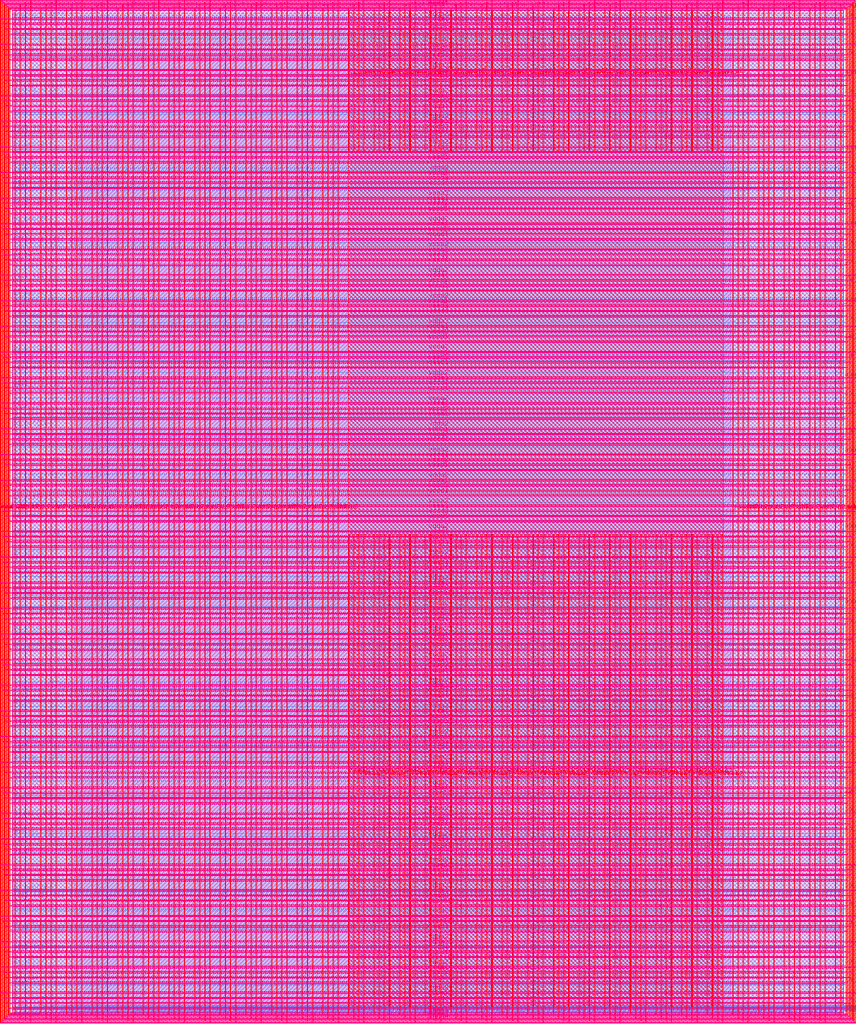
<source format=lef>
VERSION 5.7 ;
  NOWIREEXTENSIONATPIN ON ;
  DIVIDERCHAR "/" ;
  BUSBITCHARS "[]" ;
MACRO user_project_wrapper
  CLASS BLOCK ;
  FOREIGN user_project_wrapper ;
  ORIGIN 0.000 0.000 ;
  SIZE 2920.000 BY 3520.000 ;
  PIN analog_io[0]
    DIRECTION INOUT ;
    USE SIGNAL ;
    PORT
      LAYER met3 ;
        RECT 2917.600 1426.380 2924.800 1427.580 ;
    END
  END analog_io[0]
  PIN analog_io[10]
    DIRECTION INOUT ;
    USE SIGNAL ;
    PORT
      LAYER met2 ;
        RECT 2230.490 3517.600 2231.050 3524.800 ;
    END
  END analog_io[10]
  PIN analog_io[11]
    DIRECTION INOUT ;
    USE SIGNAL ;
    PORT
      LAYER met2 ;
        RECT 1905.730 3517.600 1906.290 3524.800 ;
    END
  END analog_io[11]
  PIN analog_io[12]
    DIRECTION INOUT ;
    USE SIGNAL ;
    PORT
      LAYER met2 ;
        RECT 1581.430 3517.600 1581.990 3524.800 ;
    END
  END analog_io[12]
  PIN analog_io[13]
    DIRECTION INOUT ;
    USE SIGNAL ;
    PORT
      LAYER met2 ;
        RECT 1257.130 3517.600 1257.690 3524.800 ;
    END
  END analog_io[13]
  PIN analog_io[14]
    DIRECTION INOUT ;
    USE SIGNAL ;
    PORT
      LAYER met2 ;
        RECT 932.370 3517.600 932.930 3524.800 ;
    END
  END analog_io[14]
  PIN analog_io[15]
    DIRECTION INOUT ;
    USE SIGNAL ;
    PORT
      LAYER met2 ;
        RECT 608.070 3517.600 608.630 3524.800 ;
    END
  END analog_io[15]
  PIN analog_io[16]
    DIRECTION INOUT ;
    USE SIGNAL ;
    PORT
      LAYER met2 ;
        RECT 283.770 3517.600 284.330 3524.800 ;
    END
  END analog_io[16]
  PIN analog_io[17]
    DIRECTION INOUT ;
    USE SIGNAL ;
    PORT
      LAYER met3 ;
        RECT -4.800 3486.100 2.400 3487.300 ;
    END
  END analog_io[17]
  PIN analog_io[18]
    DIRECTION INOUT ;
    USE SIGNAL ;
    PORT
      LAYER met3 ;
        RECT -4.800 3224.980 2.400 3226.180 ;
    END
  END analog_io[18]
  PIN analog_io[19]
    DIRECTION INOUT ;
    USE SIGNAL ;
    PORT
      LAYER met3 ;
        RECT -4.800 2964.540 2.400 2965.740 ;
    END
  END analog_io[19]
  PIN analog_io[1]
    DIRECTION INOUT ;
    USE SIGNAL ;
    PORT
      LAYER met3 ;
        RECT 2917.600 1692.260 2924.800 1693.460 ;
    END
  END analog_io[1]
  PIN analog_io[20]
    DIRECTION INOUT ;
    USE SIGNAL ;
    PORT
      LAYER met3 ;
        RECT -4.800 2703.420 2.400 2704.620 ;
    END
  END analog_io[20]
  PIN analog_io[21]
    DIRECTION INOUT ;
    USE SIGNAL ;
    PORT
      LAYER met3 ;
        RECT -4.800 2442.980 2.400 2444.180 ;
    END
  END analog_io[21]
  PIN analog_io[22]
    DIRECTION INOUT ;
    USE SIGNAL ;
    PORT
      LAYER met3 ;
        RECT -4.800 2182.540 2.400 2183.740 ;
    END
  END analog_io[22]
  PIN analog_io[23]
    DIRECTION INOUT ;
    USE SIGNAL ;
    PORT
      LAYER met3 ;
        RECT -4.800 1921.420 2.400 1922.620 ;
    END
  END analog_io[23]
  PIN analog_io[24]
    DIRECTION INOUT ;
    USE SIGNAL ;
    PORT
      LAYER met3 ;
        RECT -4.800 1660.980 2.400 1662.180 ;
    END
  END analog_io[24]
  PIN analog_io[25]
    DIRECTION INOUT ;
    USE SIGNAL ;
    PORT
      LAYER met3 ;
        RECT -4.800 1399.860 2.400 1401.060 ;
    END
  END analog_io[25]
  PIN analog_io[26]
    DIRECTION INOUT ;
    USE SIGNAL ;
    PORT
      LAYER met3 ;
        RECT -4.800 1139.420 2.400 1140.620 ;
    END
  END analog_io[26]
  PIN analog_io[27]
    DIRECTION INOUT ;
    USE SIGNAL ;
    PORT
      LAYER met3 ;
        RECT -4.800 878.980 2.400 880.180 ;
    END
  END analog_io[27]
  PIN analog_io[28]
    DIRECTION INOUT ;
    USE SIGNAL ;
    PORT
      LAYER met3 ;
        RECT -4.800 617.860 2.400 619.060 ;
    END
  END analog_io[28]
  PIN analog_io[2]
    DIRECTION INOUT ;
    USE SIGNAL ;
    PORT
      LAYER met3 ;
        RECT 2917.600 1958.140 2924.800 1959.340 ;
    END
  END analog_io[2]
  PIN analog_io[3]
    DIRECTION INOUT ;
    USE SIGNAL ;
    PORT
      LAYER met3 ;
        RECT 2917.600 2223.340 2924.800 2224.540 ;
    END
  END analog_io[3]
  PIN analog_io[4]
    DIRECTION INOUT ;
    USE SIGNAL ;
    PORT
      LAYER met3 ;
        RECT 2917.600 2489.220 2924.800 2490.420 ;
    END
  END analog_io[4]
  PIN analog_io[5]
    DIRECTION INOUT ;
    USE SIGNAL ;
    PORT
      LAYER met3 ;
        RECT 2917.600 2755.100 2924.800 2756.300 ;
    END
  END analog_io[5]
  PIN analog_io[6]
    DIRECTION INOUT ;
    USE SIGNAL ;
    PORT
      LAYER met3 ;
        RECT 2917.600 3020.300 2924.800 3021.500 ;
    END
  END analog_io[6]
  PIN analog_io[7]
    DIRECTION INOUT ;
    USE SIGNAL ;
    PORT
      LAYER met3 ;
        RECT 2917.600 3286.180 2924.800 3287.380 ;
    END
  END analog_io[7]
  PIN analog_io[8]
    DIRECTION INOUT ;
    USE SIGNAL ;
    PORT
      LAYER met2 ;
        RECT 2879.090 3517.600 2879.650 3524.800 ;
    END
  END analog_io[8]
  PIN analog_io[9]
    DIRECTION INOUT ;
    USE SIGNAL ;
    PORT
      LAYER met2 ;
        RECT 2554.790 3517.600 2555.350 3524.800 ;
    END
  END analog_io[9]
  PIN io_in[0]
    DIRECTION INPUT ;
    USE SIGNAL ;
    PORT
      LAYER met3 ;
        RECT 2917.600 32.380 2924.800 33.580 ;
    END
  END io_in[0]
  PIN io_in[10]
    DIRECTION INPUT ;
    USE SIGNAL ;
    PORT
      LAYER met3 ;
        RECT 2917.600 2289.980 2924.800 2291.180 ;
    END
  END io_in[10]
  PIN io_in[11]
    DIRECTION INPUT ;
    USE SIGNAL ;
    PORT
      LAYER met3 ;
        RECT 2917.600 2555.860 2924.800 2557.060 ;
    END
  END io_in[11]
  PIN io_in[12]
    DIRECTION INPUT ;
    USE SIGNAL ;
    PORT
      LAYER met3 ;
        RECT 2917.600 2821.060 2924.800 2822.260 ;
    END
  END io_in[12]
  PIN io_in[13]
    DIRECTION INPUT ;
    USE SIGNAL ;
    PORT
      LAYER met3 ;
        RECT 2917.600 3086.940 2924.800 3088.140 ;
    END
  END io_in[13]
  PIN io_in[14]
    DIRECTION INPUT ;
    USE SIGNAL ;
    PORT
      LAYER met3 ;
        RECT 2917.600 3352.820 2924.800 3354.020 ;
    END
  END io_in[14]
  PIN io_in[15]
    DIRECTION INPUT ;
    USE SIGNAL ;
    PORT
      LAYER met2 ;
        RECT 2798.130 3517.600 2798.690 3524.800 ;
    END
  END io_in[15]
  PIN io_in[16]
    DIRECTION INPUT ;
    USE SIGNAL ;
    PORT
      LAYER met2 ;
        RECT 2473.830 3517.600 2474.390 3524.800 ;
    END
  END io_in[16]
  PIN io_in[17]
    DIRECTION INPUT ;
    USE SIGNAL ;
    PORT
      LAYER met2 ;
        RECT 2149.070 3517.600 2149.630 3524.800 ;
    END
  END io_in[17]
  PIN io_in[18]
    DIRECTION INPUT ;
    USE SIGNAL ;
    PORT
      LAYER met2 ;
        RECT 1824.770 3517.600 1825.330 3524.800 ;
    END
  END io_in[18]
  PIN io_in[19]
    DIRECTION INPUT ;
    USE SIGNAL ;
    PORT
      LAYER met2 ;
        RECT 1500.470 3517.600 1501.030 3524.800 ;
    END
  END io_in[19]
  PIN io_in[1]
    DIRECTION INPUT ;
    USE SIGNAL ;
    PORT
      LAYER met3 ;
        RECT 2917.600 230.940 2924.800 232.140 ;
    END
  END io_in[1]
  PIN io_in[20]
    DIRECTION INPUT ;
    USE SIGNAL ;
    PORT
      LAYER met2 ;
        RECT 1175.710 3517.600 1176.270 3524.800 ;
    END
  END io_in[20]
  PIN io_in[21]
    DIRECTION INPUT ;
    USE SIGNAL ;
    PORT
      LAYER met2 ;
        RECT 851.410 3517.600 851.970 3524.800 ;
    END
  END io_in[21]
  PIN io_in[22]
    DIRECTION INPUT ;
    USE SIGNAL ;
    PORT
      LAYER met2 ;
        RECT 527.110 3517.600 527.670 3524.800 ;
    END
  END io_in[22]
  PIN io_in[23]
    DIRECTION INPUT ;
    USE SIGNAL ;
    PORT
      LAYER met2 ;
        RECT 202.350 3517.600 202.910 3524.800 ;
    END
  END io_in[23]
  PIN io_in[24]
    DIRECTION INPUT ;
    USE SIGNAL ;
    PORT
      LAYER met3 ;
        RECT -4.800 3420.820 2.400 3422.020 ;
    END
  END io_in[24]
  PIN io_in[25]
    DIRECTION INPUT ;
    USE SIGNAL ;
    PORT
      LAYER met3 ;
        RECT -4.800 3159.700 2.400 3160.900 ;
    END
  END io_in[25]
  PIN io_in[26]
    DIRECTION INPUT ;
    USE SIGNAL ;
    PORT
      LAYER met3 ;
        RECT -4.800 2899.260 2.400 2900.460 ;
    END
  END io_in[26]
  PIN io_in[27]
    DIRECTION INPUT ;
    USE SIGNAL ;
    PORT
      LAYER met3 ;
        RECT -4.800 2638.820 2.400 2640.020 ;
    END
  END io_in[27]
  PIN io_in[28]
    DIRECTION INPUT ;
    USE SIGNAL ;
    PORT
      LAYER met3 ;
        RECT -4.800 2377.700 2.400 2378.900 ;
    END
  END io_in[28]
  PIN io_in[29]
    DIRECTION INPUT ;
    USE SIGNAL ;
    PORT
      LAYER met3 ;
        RECT -4.800 2117.260 2.400 2118.460 ;
    END
  END io_in[29]
  PIN io_in[2]
    DIRECTION INPUT ;
    USE SIGNAL ;
    PORT
      LAYER met3 ;
        RECT 2917.600 430.180 2924.800 431.380 ;
    END
  END io_in[2]
  PIN io_in[30]
    DIRECTION INPUT ;
    USE SIGNAL ;
    PORT
      LAYER met3 ;
        RECT -4.800 1856.140 2.400 1857.340 ;
    END
  END io_in[30]
  PIN io_in[31]
    DIRECTION INPUT ;
    USE SIGNAL ;
    PORT
      LAYER met3 ;
        RECT -4.800 1595.700 2.400 1596.900 ;
    END
  END io_in[31]
  PIN io_in[32]
    DIRECTION INPUT ;
    USE SIGNAL ;
    PORT
      LAYER met3 ;
        RECT -4.800 1335.260 2.400 1336.460 ;
    END
  END io_in[32]
  PIN io_in[33]
    DIRECTION INPUT ;
    USE SIGNAL ;
    PORT
      LAYER met3 ;
        RECT -4.800 1074.140 2.400 1075.340 ;
    END
  END io_in[33]
  PIN io_in[34]
    DIRECTION INPUT ;
    USE SIGNAL ;
    PORT
      LAYER met3 ;
        RECT -4.800 813.700 2.400 814.900 ;
    END
  END io_in[34]
  PIN io_in[35]
    DIRECTION INPUT ;
    USE SIGNAL ;
    PORT
      LAYER met3 ;
        RECT -4.800 552.580 2.400 553.780 ;
    END
  END io_in[35]
  PIN io_in[36]
    DIRECTION INPUT ;
    USE SIGNAL ;
    PORT
      LAYER met3 ;
        RECT -4.800 357.420 2.400 358.620 ;
    END
  END io_in[36]
  PIN io_in[37]
    DIRECTION INPUT ;
    USE SIGNAL ;
    PORT
      LAYER met3 ;
        RECT -4.800 161.580 2.400 162.780 ;
    END
  END io_in[37]
  PIN io_in[3]
    DIRECTION INPUT ;
    USE SIGNAL ;
    PORT
      LAYER met3 ;
        RECT 2917.600 629.420 2924.800 630.620 ;
    END
  END io_in[3]
  PIN io_in[4]
    DIRECTION INPUT ;
    USE SIGNAL ;
    PORT
      LAYER met3 ;
        RECT 2917.600 828.660 2924.800 829.860 ;
    END
  END io_in[4]
  PIN io_in[5]
    DIRECTION INPUT ;
    USE SIGNAL ;
    PORT
      LAYER met3 ;
        RECT 2917.600 1027.900 2924.800 1029.100 ;
    END
  END io_in[5]
  PIN io_in[6]
    DIRECTION INPUT ;
    USE SIGNAL ;
    PORT
      LAYER met3 ;
        RECT 2917.600 1227.140 2924.800 1228.340 ;
    END
  END io_in[6]
  PIN io_in[7]
    DIRECTION INPUT ;
    USE SIGNAL ;
    PORT
      LAYER met3 ;
        RECT 2917.600 1493.020 2924.800 1494.220 ;
    END
  END io_in[7]
  PIN io_in[8]
    DIRECTION INPUT ;
    USE SIGNAL ;
    PORT
      LAYER met3 ;
        RECT 2917.600 1758.900 2924.800 1760.100 ;
    END
  END io_in[8]
  PIN io_in[9]
    DIRECTION INPUT ;
    USE SIGNAL ;
    PORT
      LAYER met3 ;
        RECT 2917.600 2024.100 2924.800 2025.300 ;
    END
  END io_in[9]
  PIN io_oeb[0]
    DIRECTION OUTPUT TRISTATE ;
    USE SIGNAL ;
    PORT
      LAYER met3 ;
        RECT 2917.600 164.980 2924.800 166.180 ;
    END
  END io_oeb[0]
  PIN io_oeb[10]
    DIRECTION OUTPUT TRISTATE ;
    USE SIGNAL ;
    PORT
      LAYER met3 ;
        RECT 2917.600 2422.580 2924.800 2423.780 ;
    END
  END io_oeb[10]
  PIN io_oeb[11]
    DIRECTION OUTPUT TRISTATE ;
    USE SIGNAL ;
    PORT
      LAYER met3 ;
        RECT 2917.600 2688.460 2924.800 2689.660 ;
    END
  END io_oeb[11]
  PIN io_oeb[12]
    DIRECTION OUTPUT TRISTATE ;
    USE SIGNAL ;
    PORT
      LAYER met3 ;
        RECT 2917.600 2954.340 2924.800 2955.540 ;
    END
  END io_oeb[12]
  PIN io_oeb[13]
    DIRECTION OUTPUT TRISTATE ;
    USE SIGNAL ;
    PORT
      LAYER met3 ;
        RECT 2917.600 3219.540 2924.800 3220.740 ;
    END
  END io_oeb[13]
  PIN io_oeb[14]
    DIRECTION OUTPUT TRISTATE ;
    USE SIGNAL ;
    PORT
      LAYER met3 ;
        RECT 2917.600 3485.420 2924.800 3486.620 ;
    END
  END io_oeb[14]
  PIN io_oeb[15]
    DIRECTION OUTPUT TRISTATE ;
    USE SIGNAL ;
    PORT
      LAYER met2 ;
        RECT 2635.750 3517.600 2636.310 3524.800 ;
    END
  END io_oeb[15]
  PIN io_oeb[16]
    DIRECTION OUTPUT TRISTATE ;
    USE SIGNAL ;
    PORT
      LAYER met2 ;
        RECT 2311.450 3517.600 2312.010 3524.800 ;
    END
  END io_oeb[16]
  PIN io_oeb[17]
    DIRECTION OUTPUT TRISTATE ;
    USE SIGNAL ;
    PORT
      LAYER met2 ;
        RECT 1987.150 3517.600 1987.710 3524.800 ;
    END
  END io_oeb[17]
  PIN io_oeb[18]
    DIRECTION OUTPUT TRISTATE ;
    USE SIGNAL ;
    PORT
      LAYER met2 ;
        RECT 1662.390 3517.600 1662.950 3524.800 ;
    END
  END io_oeb[18]
  PIN io_oeb[19]
    DIRECTION OUTPUT TRISTATE ;
    USE SIGNAL ;
    PORT
      LAYER met2 ;
        RECT 1338.090 3517.600 1338.650 3524.800 ;
    END
  END io_oeb[19]
  PIN io_oeb[1]
    DIRECTION OUTPUT TRISTATE ;
    USE SIGNAL ;
    PORT
      LAYER met3 ;
        RECT 2917.600 364.220 2924.800 365.420 ;
    END
  END io_oeb[1]
  PIN io_oeb[20]
    DIRECTION OUTPUT TRISTATE ;
    USE SIGNAL ;
    PORT
      LAYER met2 ;
        RECT 1013.790 3517.600 1014.350 3524.800 ;
    END
  END io_oeb[20]
  PIN io_oeb[21]
    DIRECTION OUTPUT TRISTATE ;
    USE SIGNAL ;
    PORT
      LAYER met2 ;
        RECT 689.030 3517.600 689.590 3524.800 ;
    END
  END io_oeb[21]
  PIN io_oeb[22]
    DIRECTION OUTPUT TRISTATE ;
    USE SIGNAL ;
    PORT
      LAYER met2 ;
        RECT 364.730 3517.600 365.290 3524.800 ;
    END
  END io_oeb[22]
  PIN io_oeb[23]
    DIRECTION OUTPUT TRISTATE ;
    USE SIGNAL ;
    PORT
      LAYER met2 ;
        RECT 40.430 3517.600 40.990 3524.800 ;
    END
  END io_oeb[23]
  PIN io_oeb[24]
    DIRECTION OUTPUT TRISTATE ;
    USE SIGNAL ;
    PORT
      LAYER met3 ;
        RECT -4.800 3290.260 2.400 3291.460 ;
    END
  END io_oeb[24]
  PIN io_oeb[25]
    DIRECTION OUTPUT TRISTATE ;
    USE SIGNAL ;
    PORT
      LAYER met3 ;
        RECT -4.800 3029.820 2.400 3031.020 ;
    END
  END io_oeb[25]
  PIN io_oeb[26]
    DIRECTION OUTPUT TRISTATE ;
    USE SIGNAL ;
    PORT
      LAYER met3 ;
        RECT -4.800 2768.700 2.400 2769.900 ;
    END
  END io_oeb[26]
  PIN io_oeb[27]
    DIRECTION OUTPUT TRISTATE ;
    USE SIGNAL ;
    PORT
      LAYER met3 ;
        RECT -4.800 2508.260 2.400 2509.460 ;
    END
  END io_oeb[27]
  PIN io_oeb[28]
    DIRECTION OUTPUT TRISTATE ;
    USE SIGNAL ;
    PORT
      LAYER met3 ;
        RECT -4.800 2247.140 2.400 2248.340 ;
    END
  END io_oeb[28]
  PIN io_oeb[29]
    DIRECTION OUTPUT TRISTATE ;
    USE SIGNAL ;
    PORT
      LAYER met3 ;
        RECT -4.800 1986.700 2.400 1987.900 ;
    END
  END io_oeb[29]
  PIN io_oeb[2]
    DIRECTION OUTPUT TRISTATE ;
    USE SIGNAL ;
    PORT
      LAYER met3 ;
        RECT 2917.600 563.460 2924.800 564.660 ;
    END
  END io_oeb[2]
  PIN io_oeb[30]
    DIRECTION OUTPUT TRISTATE ;
    USE SIGNAL ;
    PORT
      LAYER met3 ;
        RECT -4.800 1726.260 2.400 1727.460 ;
    END
  END io_oeb[30]
  PIN io_oeb[31]
    DIRECTION OUTPUT TRISTATE ;
    USE SIGNAL ;
    PORT
      LAYER met3 ;
        RECT -4.800 1465.140 2.400 1466.340 ;
    END
  END io_oeb[31]
  PIN io_oeb[32]
    DIRECTION OUTPUT TRISTATE ;
    USE SIGNAL ;
    PORT
      LAYER met3 ;
        RECT -4.800 1204.700 2.400 1205.900 ;
    END
  END io_oeb[32]
  PIN io_oeb[33]
    DIRECTION OUTPUT TRISTATE ;
    USE SIGNAL ;
    PORT
      LAYER met3 ;
        RECT -4.800 943.580 2.400 944.780 ;
    END
  END io_oeb[33]
  PIN io_oeb[34]
    DIRECTION OUTPUT TRISTATE ;
    USE SIGNAL ;
    PORT
      LAYER met3 ;
        RECT -4.800 683.140 2.400 684.340 ;
    END
  END io_oeb[34]
  PIN io_oeb[35]
    DIRECTION OUTPUT TRISTATE ;
    USE SIGNAL ;
    PORT
      LAYER met3 ;
        RECT -4.800 422.700 2.400 423.900 ;
    END
  END io_oeb[35]
  PIN io_oeb[36]
    DIRECTION OUTPUT TRISTATE ;
    USE SIGNAL ;
    PORT
      LAYER met3 ;
        RECT -4.800 226.860 2.400 228.060 ;
    END
  END io_oeb[36]
  PIN io_oeb[37]
    DIRECTION OUTPUT TRISTATE ;
    USE SIGNAL ;
    PORT
      LAYER met3 ;
        RECT -4.800 31.700 2.400 32.900 ;
    END
  END io_oeb[37]
  PIN io_oeb[3]
    DIRECTION OUTPUT TRISTATE ;
    USE SIGNAL ;
    PORT
      LAYER met3 ;
        RECT 2917.600 762.700 2924.800 763.900 ;
    END
  END io_oeb[3]
  PIN io_oeb[4]
    DIRECTION OUTPUT TRISTATE ;
    USE SIGNAL ;
    PORT
      LAYER met3 ;
        RECT 2917.600 961.940 2924.800 963.140 ;
    END
  END io_oeb[4]
  PIN io_oeb[5]
    DIRECTION OUTPUT TRISTATE ;
    USE SIGNAL ;
    PORT
      LAYER met3 ;
        RECT 2917.600 1161.180 2924.800 1162.380 ;
    END
  END io_oeb[5]
  PIN io_oeb[6]
    DIRECTION OUTPUT TRISTATE ;
    USE SIGNAL ;
    PORT
      LAYER met3 ;
        RECT 2917.600 1360.420 2924.800 1361.620 ;
    END
  END io_oeb[6]
  PIN io_oeb[7]
    DIRECTION OUTPUT TRISTATE ;
    USE SIGNAL ;
    PORT
      LAYER met3 ;
        RECT 2917.600 1625.620 2924.800 1626.820 ;
    END
  END io_oeb[7]
  PIN io_oeb[8]
    DIRECTION OUTPUT TRISTATE ;
    USE SIGNAL ;
    PORT
      LAYER met3 ;
        RECT 2917.600 1891.500 2924.800 1892.700 ;
    END
  END io_oeb[8]
  PIN io_oeb[9]
    DIRECTION OUTPUT TRISTATE ;
    USE SIGNAL ;
    PORT
      LAYER met3 ;
        RECT 2917.600 2157.380 2924.800 2158.580 ;
    END
  END io_oeb[9]
  PIN io_out[0]
    DIRECTION OUTPUT TRISTATE ;
    USE SIGNAL ;
    PORT
      LAYER met3 ;
        RECT 2917.600 98.340 2924.800 99.540 ;
    END
  END io_out[0]
  PIN io_out[10]
    DIRECTION OUTPUT TRISTATE ;
    USE SIGNAL ;
    PORT
      LAYER met3 ;
        RECT 2917.600 2356.620 2924.800 2357.820 ;
    END
  END io_out[10]
  PIN io_out[11]
    DIRECTION OUTPUT TRISTATE ;
    USE SIGNAL ;
    PORT
      LAYER met3 ;
        RECT 2917.600 2621.820 2924.800 2623.020 ;
    END
  END io_out[11]
  PIN io_out[12]
    DIRECTION OUTPUT TRISTATE ;
    USE SIGNAL ;
    PORT
      LAYER met3 ;
        RECT 2917.600 2887.700 2924.800 2888.900 ;
    END
  END io_out[12]
  PIN io_out[13]
    DIRECTION OUTPUT TRISTATE ;
    USE SIGNAL ;
    PORT
      LAYER met3 ;
        RECT 2917.600 3153.580 2924.800 3154.780 ;
    END
  END io_out[13]
  PIN io_out[14]
    DIRECTION OUTPUT TRISTATE ;
    USE SIGNAL ;
    PORT
      LAYER met3 ;
        RECT 2917.600 3418.780 2924.800 3419.980 ;
    END
  END io_out[14]
  PIN io_out[15]
    DIRECTION OUTPUT TRISTATE ;
    USE SIGNAL ;
    PORT
      LAYER met2 ;
        RECT 2717.170 3517.600 2717.730 3524.800 ;
    END
  END io_out[15]
  PIN io_out[16]
    DIRECTION OUTPUT TRISTATE ;
    USE SIGNAL ;
    PORT
      LAYER met2 ;
        RECT 2392.410 3517.600 2392.970 3524.800 ;
    END
  END io_out[16]
  PIN io_out[17]
    DIRECTION OUTPUT TRISTATE ;
    USE SIGNAL ;
    PORT
      LAYER met2 ;
        RECT 2068.110 3517.600 2068.670 3524.800 ;
    END
  END io_out[17]
  PIN io_out[18]
    DIRECTION OUTPUT TRISTATE ;
    USE SIGNAL ;
    PORT
      LAYER met2 ;
        RECT 1743.810 3517.600 1744.370 3524.800 ;
    END
  END io_out[18]
  PIN io_out[19]
    DIRECTION OUTPUT TRISTATE ;
    USE SIGNAL ;
    PORT
      LAYER met2 ;
        RECT 1419.050 3517.600 1419.610 3524.800 ;
    END
  END io_out[19]
  PIN io_out[1]
    DIRECTION OUTPUT TRISTATE ;
    USE SIGNAL ;
    PORT
      LAYER met3 ;
        RECT 2917.600 297.580 2924.800 298.780 ;
    END
  END io_out[1]
  PIN io_out[20]
    DIRECTION OUTPUT TRISTATE ;
    USE SIGNAL ;
    PORT
      LAYER met2 ;
        RECT 1094.750 3517.600 1095.310 3524.800 ;
    END
  END io_out[20]
  PIN io_out[21]
    DIRECTION OUTPUT TRISTATE ;
    USE SIGNAL ;
    PORT
      LAYER met2 ;
        RECT 770.450 3517.600 771.010 3524.800 ;
    END
  END io_out[21]
  PIN io_out[22]
    DIRECTION OUTPUT TRISTATE ;
    USE SIGNAL ;
    PORT
      LAYER met2 ;
        RECT 445.690 3517.600 446.250 3524.800 ;
    END
  END io_out[22]
  PIN io_out[23]
    DIRECTION OUTPUT TRISTATE ;
    USE SIGNAL ;
    PORT
      LAYER met2 ;
        RECT 121.390 3517.600 121.950 3524.800 ;
    END
  END io_out[23]
  PIN io_out[24]
    DIRECTION OUTPUT TRISTATE ;
    USE SIGNAL ;
    PORT
      LAYER met3 ;
        RECT -4.800 3355.540 2.400 3356.740 ;
    END
  END io_out[24]
  PIN io_out[25]
    DIRECTION OUTPUT TRISTATE ;
    USE SIGNAL ;
    PORT
      LAYER met3 ;
        RECT -4.800 3095.100 2.400 3096.300 ;
    END
  END io_out[25]
  PIN io_out[26]
    DIRECTION OUTPUT TRISTATE ;
    USE SIGNAL ;
    PORT
      LAYER met3 ;
        RECT -4.800 2833.980 2.400 2835.180 ;
    END
  END io_out[26]
  PIN io_out[27]
    DIRECTION OUTPUT TRISTATE ;
    USE SIGNAL ;
    PORT
      LAYER met3 ;
        RECT -4.800 2573.540 2.400 2574.740 ;
    END
  END io_out[27]
  PIN io_out[28]
    DIRECTION OUTPUT TRISTATE ;
    USE SIGNAL ;
    PORT
      LAYER met3 ;
        RECT -4.800 2312.420 2.400 2313.620 ;
    END
  END io_out[28]
  PIN io_out[29]
    DIRECTION OUTPUT TRISTATE ;
    USE SIGNAL ;
    PORT
      LAYER met3 ;
        RECT -4.800 2051.980 2.400 2053.180 ;
    END
  END io_out[29]
  PIN io_out[2]
    DIRECTION OUTPUT TRISTATE ;
    USE SIGNAL ;
    PORT
      LAYER met3 ;
        RECT 2917.600 496.820 2924.800 498.020 ;
    END
  END io_out[2]
  PIN io_out[30]
    DIRECTION OUTPUT TRISTATE ;
    USE SIGNAL ;
    PORT
      LAYER met3 ;
        RECT -4.800 1791.540 2.400 1792.740 ;
    END
  END io_out[30]
  PIN io_out[31]
    DIRECTION OUTPUT TRISTATE ;
    USE SIGNAL ;
    PORT
      LAYER met3 ;
        RECT -4.800 1530.420 2.400 1531.620 ;
    END
  END io_out[31]
  PIN io_out[32]
    DIRECTION OUTPUT TRISTATE ;
    USE SIGNAL ;
    PORT
      LAYER met3 ;
        RECT -4.800 1269.980 2.400 1271.180 ;
    END
  END io_out[32]
  PIN io_out[33]
    DIRECTION OUTPUT TRISTATE ;
    USE SIGNAL ;
    PORT
      LAYER met3 ;
        RECT -4.800 1008.860 2.400 1010.060 ;
    END
  END io_out[33]
  PIN io_out[34]
    DIRECTION OUTPUT TRISTATE ;
    USE SIGNAL ;
    PORT
      LAYER met3 ;
        RECT -4.800 748.420 2.400 749.620 ;
    END
  END io_out[34]
  PIN io_out[35]
    DIRECTION OUTPUT TRISTATE ;
    USE SIGNAL ;
    PORT
      LAYER met3 ;
        RECT -4.800 487.300 2.400 488.500 ;
    END
  END io_out[35]
  PIN io_out[36]
    DIRECTION OUTPUT TRISTATE ;
    USE SIGNAL ;
    PORT
      LAYER met3 ;
        RECT -4.800 292.140 2.400 293.340 ;
    END
  END io_out[36]
  PIN io_out[37]
    DIRECTION OUTPUT TRISTATE ;
    USE SIGNAL ;
    PORT
      LAYER met3 ;
        RECT -4.800 96.300 2.400 97.500 ;
    END
  END io_out[37]
  PIN io_out[3]
    DIRECTION OUTPUT TRISTATE ;
    USE SIGNAL ;
    PORT
      LAYER met3 ;
        RECT 2917.600 696.060 2924.800 697.260 ;
    END
  END io_out[3]
  PIN io_out[4]
    DIRECTION OUTPUT TRISTATE ;
    USE SIGNAL ;
    PORT
      LAYER met3 ;
        RECT 2917.600 895.300 2924.800 896.500 ;
    END
  END io_out[4]
  PIN io_out[5]
    DIRECTION OUTPUT TRISTATE ;
    USE SIGNAL ;
    PORT
      LAYER met3 ;
        RECT 2917.600 1094.540 2924.800 1095.740 ;
    END
  END io_out[5]
  PIN io_out[6]
    DIRECTION OUTPUT TRISTATE ;
    USE SIGNAL ;
    PORT
      LAYER met3 ;
        RECT 2917.600 1293.780 2924.800 1294.980 ;
    END
  END io_out[6]
  PIN io_out[7]
    DIRECTION OUTPUT TRISTATE ;
    USE SIGNAL ;
    PORT
      LAYER met3 ;
        RECT 2917.600 1559.660 2924.800 1560.860 ;
    END
  END io_out[7]
  PIN io_out[8]
    DIRECTION OUTPUT TRISTATE ;
    USE SIGNAL ;
    PORT
      LAYER met3 ;
        RECT 2917.600 1824.860 2924.800 1826.060 ;
    END
  END io_out[8]
  PIN io_out[9]
    DIRECTION OUTPUT TRISTATE ;
    USE SIGNAL ;
    PORT
      LAYER met3 ;
        RECT 2917.600 2090.740 2924.800 2091.940 ;
    END
  END io_out[9]
  PIN la_data_in[0]
    DIRECTION INPUT ;
    USE SIGNAL ;
    PORT
      LAYER met2 ;
        RECT 629.230 -4.800 629.790 2.400 ;
    END
  END la_data_in[0]
  PIN la_data_in[100]
    DIRECTION INPUT ;
    USE SIGNAL ;
    PORT
      LAYER met2 ;
        RECT 2402.530 -4.800 2403.090 2.400 ;
    END
  END la_data_in[100]
  PIN la_data_in[101]
    DIRECTION INPUT ;
    USE SIGNAL ;
    PORT
      LAYER met2 ;
        RECT 2420.010 -4.800 2420.570 2.400 ;
    END
  END la_data_in[101]
  PIN la_data_in[102]
    DIRECTION INPUT ;
    USE SIGNAL ;
    PORT
      LAYER met2 ;
        RECT 2437.950 -4.800 2438.510 2.400 ;
    END
  END la_data_in[102]
  PIN la_data_in[103]
    DIRECTION INPUT ;
    USE SIGNAL ;
    PORT
      LAYER met2 ;
        RECT 2455.430 -4.800 2455.990 2.400 ;
    END
  END la_data_in[103]
  PIN la_data_in[104]
    DIRECTION INPUT ;
    USE SIGNAL ;
    PORT
      LAYER met2 ;
        RECT 2473.370 -4.800 2473.930 2.400 ;
    END
  END la_data_in[104]
  PIN la_data_in[105]
    DIRECTION INPUT ;
    USE SIGNAL ;
    PORT
      LAYER met2 ;
        RECT 2490.850 -4.800 2491.410 2.400 ;
    END
  END la_data_in[105]
  PIN la_data_in[106]
    DIRECTION INPUT ;
    USE SIGNAL ;
    PORT
      LAYER met2 ;
        RECT 2508.790 -4.800 2509.350 2.400 ;
    END
  END la_data_in[106]
  PIN la_data_in[107]
    DIRECTION INPUT ;
    USE SIGNAL ;
    PORT
      LAYER met2 ;
        RECT 2526.730 -4.800 2527.290 2.400 ;
    END
  END la_data_in[107]
  PIN la_data_in[108]
    DIRECTION INPUT ;
    USE SIGNAL ;
    PORT
      LAYER met2 ;
        RECT 2544.210 -4.800 2544.770 2.400 ;
    END
  END la_data_in[108]
  PIN la_data_in[109]
    DIRECTION INPUT ;
    USE SIGNAL ;
    PORT
      LAYER met2 ;
        RECT 2562.150 -4.800 2562.710 2.400 ;
    END
  END la_data_in[109]
  PIN la_data_in[10]
    DIRECTION INPUT ;
    USE SIGNAL ;
    PORT
      LAYER met2 ;
        RECT 806.330 -4.800 806.890 2.400 ;
    END
  END la_data_in[10]
  PIN la_data_in[110]
    DIRECTION INPUT ;
    USE SIGNAL ;
    PORT
      LAYER met2 ;
        RECT 2579.630 -4.800 2580.190 2.400 ;
    END
  END la_data_in[110]
  PIN la_data_in[111]
    DIRECTION INPUT ;
    USE SIGNAL ;
    PORT
      LAYER met2 ;
        RECT 2597.570 -4.800 2598.130 2.400 ;
    END
  END la_data_in[111]
  PIN la_data_in[112]
    DIRECTION INPUT ;
    USE SIGNAL ;
    PORT
      LAYER met2 ;
        RECT 2615.050 -4.800 2615.610 2.400 ;
    END
  END la_data_in[112]
  PIN la_data_in[113]
    DIRECTION INPUT ;
    USE SIGNAL ;
    PORT
      LAYER met2 ;
        RECT 2632.990 -4.800 2633.550 2.400 ;
    END
  END la_data_in[113]
  PIN la_data_in[114]
    DIRECTION INPUT ;
    USE SIGNAL ;
    PORT
      LAYER met2 ;
        RECT 2650.470 -4.800 2651.030 2.400 ;
    END
  END la_data_in[114]
  PIN la_data_in[115]
    DIRECTION INPUT ;
    USE SIGNAL ;
    PORT
      LAYER met2 ;
        RECT 2668.410 -4.800 2668.970 2.400 ;
    END
  END la_data_in[115]
  PIN la_data_in[116]
    DIRECTION INPUT ;
    USE SIGNAL ;
    PORT
      LAYER met2 ;
        RECT 2685.890 -4.800 2686.450 2.400 ;
    END
  END la_data_in[116]
  PIN la_data_in[117]
    DIRECTION INPUT ;
    USE SIGNAL ;
    PORT
      LAYER met2 ;
        RECT 2703.830 -4.800 2704.390 2.400 ;
    END
  END la_data_in[117]
  PIN la_data_in[118]
    DIRECTION INPUT ;
    USE SIGNAL ;
    PORT
      LAYER met2 ;
        RECT 2721.770 -4.800 2722.330 2.400 ;
    END
  END la_data_in[118]
  PIN la_data_in[119]
    DIRECTION INPUT ;
    USE SIGNAL ;
    PORT
      LAYER met2 ;
        RECT 2739.250 -4.800 2739.810 2.400 ;
    END
  END la_data_in[119]
  PIN la_data_in[11]
    DIRECTION INPUT ;
    USE SIGNAL ;
    PORT
      LAYER met2 ;
        RECT 824.270 -4.800 824.830 2.400 ;
    END
  END la_data_in[11]
  PIN la_data_in[120]
    DIRECTION INPUT ;
    USE SIGNAL ;
    PORT
      LAYER met2 ;
        RECT 2757.190 -4.800 2757.750 2.400 ;
    END
  END la_data_in[120]
  PIN la_data_in[121]
    DIRECTION INPUT ;
    USE SIGNAL ;
    PORT
      LAYER met2 ;
        RECT 2774.670 -4.800 2775.230 2.400 ;
    END
  END la_data_in[121]
  PIN la_data_in[122]
    DIRECTION INPUT ;
    USE SIGNAL ;
    PORT
      LAYER met2 ;
        RECT 2792.610 -4.800 2793.170 2.400 ;
    END
  END la_data_in[122]
  PIN la_data_in[123]
    DIRECTION INPUT ;
    USE SIGNAL ;
    PORT
      LAYER met2 ;
        RECT 2810.090 -4.800 2810.650 2.400 ;
    END
  END la_data_in[123]
  PIN la_data_in[124]
    DIRECTION INPUT ;
    USE SIGNAL ;
    PORT
      LAYER met2 ;
        RECT 2828.030 -4.800 2828.590 2.400 ;
    END
  END la_data_in[124]
  PIN la_data_in[125]
    DIRECTION INPUT ;
    USE SIGNAL ;
    PORT
      LAYER met2 ;
        RECT 2845.510 -4.800 2846.070 2.400 ;
    END
  END la_data_in[125]
  PIN la_data_in[126]
    DIRECTION INPUT ;
    USE SIGNAL ;
    PORT
      LAYER met2 ;
        RECT 2863.450 -4.800 2864.010 2.400 ;
    END
  END la_data_in[126]
  PIN la_data_in[127]
    DIRECTION INPUT ;
    USE SIGNAL ;
    PORT
      LAYER met2 ;
        RECT 2881.390 -4.800 2881.950 2.400 ;
    END
  END la_data_in[127]
  PIN la_data_in[12]
    DIRECTION INPUT ;
    USE SIGNAL ;
    PORT
      LAYER met2 ;
        RECT 841.750 -4.800 842.310 2.400 ;
    END
  END la_data_in[12]
  PIN la_data_in[13]
    DIRECTION INPUT ;
    USE SIGNAL ;
    PORT
      LAYER met2 ;
        RECT 859.690 -4.800 860.250 2.400 ;
    END
  END la_data_in[13]
  PIN la_data_in[14]
    DIRECTION INPUT ;
    USE SIGNAL ;
    PORT
      LAYER met2 ;
        RECT 877.170 -4.800 877.730 2.400 ;
    END
  END la_data_in[14]
  PIN la_data_in[15]
    DIRECTION INPUT ;
    USE SIGNAL ;
    PORT
      LAYER met2 ;
        RECT 895.110 -4.800 895.670 2.400 ;
    END
  END la_data_in[15]
  PIN la_data_in[16]
    DIRECTION INPUT ;
    USE SIGNAL ;
    PORT
      LAYER met2 ;
        RECT 912.590 -4.800 913.150 2.400 ;
    END
  END la_data_in[16]
  PIN la_data_in[17]
    DIRECTION INPUT ;
    USE SIGNAL ;
    PORT
      LAYER met2 ;
        RECT 930.530 -4.800 931.090 2.400 ;
    END
  END la_data_in[17]
  PIN la_data_in[18]
    DIRECTION INPUT ;
    USE SIGNAL ;
    PORT
      LAYER met2 ;
        RECT 948.470 -4.800 949.030 2.400 ;
    END
  END la_data_in[18]
  PIN la_data_in[19]
    DIRECTION INPUT ;
    USE SIGNAL ;
    PORT
      LAYER met2 ;
        RECT 965.950 -4.800 966.510 2.400 ;
    END
  END la_data_in[19]
  PIN la_data_in[1]
    DIRECTION INPUT ;
    USE SIGNAL ;
    PORT
      LAYER met2 ;
        RECT 646.710 -4.800 647.270 2.400 ;
    END
  END la_data_in[1]
  PIN la_data_in[20]
    DIRECTION INPUT ;
    USE SIGNAL ;
    PORT
      LAYER met2 ;
        RECT 983.890 -4.800 984.450 2.400 ;
    END
  END la_data_in[20]
  PIN la_data_in[21]
    DIRECTION INPUT ;
    USE SIGNAL ;
    PORT
      LAYER met2 ;
        RECT 1001.370 -4.800 1001.930 2.400 ;
    END
  END la_data_in[21]
  PIN la_data_in[22]
    DIRECTION INPUT ;
    USE SIGNAL ;
    PORT
      LAYER met2 ;
        RECT 1019.310 -4.800 1019.870 2.400 ;
    END
  END la_data_in[22]
  PIN la_data_in[23]
    DIRECTION INPUT ;
    USE SIGNAL ;
    PORT
      LAYER met2 ;
        RECT 1036.790 -4.800 1037.350 2.400 ;
    END
  END la_data_in[23]
  PIN la_data_in[24]
    DIRECTION INPUT ;
    USE SIGNAL ;
    PORT
      LAYER met2 ;
        RECT 1054.730 -4.800 1055.290 2.400 ;
    END
  END la_data_in[24]
  PIN la_data_in[25]
    DIRECTION INPUT ;
    USE SIGNAL ;
    PORT
      LAYER met2 ;
        RECT 1072.210 -4.800 1072.770 2.400 ;
    END
  END la_data_in[25]
  PIN la_data_in[26]
    DIRECTION INPUT ;
    USE SIGNAL ;
    PORT
      LAYER met2 ;
        RECT 1090.150 -4.800 1090.710 2.400 ;
    END
  END la_data_in[26]
  PIN la_data_in[27]
    DIRECTION INPUT ;
    USE SIGNAL ;
    PORT
      LAYER met2 ;
        RECT 1107.630 -4.800 1108.190 2.400 ;
    END
  END la_data_in[27]
  PIN la_data_in[28]
    DIRECTION INPUT ;
    USE SIGNAL ;
    PORT
      LAYER met2 ;
        RECT 1125.570 -4.800 1126.130 2.400 ;
    END
  END la_data_in[28]
  PIN la_data_in[29]
    DIRECTION INPUT ;
    USE SIGNAL ;
    PORT
      LAYER met2 ;
        RECT 1143.510 -4.800 1144.070 2.400 ;
    END
  END la_data_in[29]
  PIN la_data_in[2]
    DIRECTION INPUT ;
    USE SIGNAL ;
    PORT
      LAYER met2 ;
        RECT 664.650 -4.800 665.210 2.400 ;
    END
  END la_data_in[2]
  PIN la_data_in[30]
    DIRECTION INPUT ;
    USE SIGNAL ;
    PORT
      LAYER met2 ;
        RECT 1160.990 -4.800 1161.550 2.400 ;
    END
  END la_data_in[30]
  PIN la_data_in[31]
    DIRECTION INPUT ;
    USE SIGNAL ;
    PORT
      LAYER met2 ;
        RECT 1178.930 -4.800 1179.490 2.400 ;
    END
  END la_data_in[31]
  PIN la_data_in[32]
    DIRECTION INPUT ;
    USE SIGNAL ;
    PORT
      LAYER met2 ;
        RECT 1196.410 -4.800 1196.970 2.400 ;
    END
  END la_data_in[32]
  PIN la_data_in[33]
    DIRECTION INPUT ;
    USE SIGNAL ;
    PORT
      LAYER met2 ;
        RECT 1214.350 -4.800 1214.910 2.400 ;
    END
  END la_data_in[33]
  PIN la_data_in[34]
    DIRECTION INPUT ;
    USE SIGNAL ;
    PORT
      LAYER met2 ;
        RECT 1231.830 -4.800 1232.390 2.400 ;
    END
  END la_data_in[34]
  PIN la_data_in[35]
    DIRECTION INPUT ;
    USE SIGNAL ;
    PORT
      LAYER met2 ;
        RECT 1249.770 -4.800 1250.330 2.400 ;
    END
  END la_data_in[35]
  PIN la_data_in[36]
    DIRECTION INPUT ;
    USE SIGNAL ;
    PORT
      LAYER met2 ;
        RECT 1267.250 -4.800 1267.810 2.400 ;
    END
  END la_data_in[36]
  PIN la_data_in[37]
    DIRECTION INPUT ;
    USE SIGNAL ;
    PORT
      LAYER met2 ;
        RECT 1285.190 -4.800 1285.750 2.400 ;
    END
  END la_data_in[37]
  PIN la_data_in[38]
    DIRECTION INPUT ;
    USE SIGNAL ;
    PORT
      LAYER met2 ;
        RECT 1303.130 -4.800 1303.690 2.400 ;
    END
  END la_data_in[38]
  PIN la_data_in[39]
    DIRECTION INPUT ;
    USE SIGNAL ;
    PORT
      LAYER met2 ;
        RECT 1320.610 -4.800 1321.170 2.400 ;
    END
  END la_data_in[39]
  PIN la_data_in[3]
    DIRECTION INPUT ;
    USE SIGNAL ;
    PORT
      LAYER met2 ;
        RECT 682.130 -4.800 682.690 2.400 ;
    END
  END la_data_in[3]
  PIN la_data_in[40]
    DIRECTION INPUT ;
    USE SIGNAL ;
    PORT
      LAYER met2 ;
        RECT 1338.550 -4.800 1339.110 2.400 ;
    END
  END la_data_in[40]
  PIN la_data_in[41]
    DIRECTION INPUT ;
    USE SIGNAL ;
    PORT
      LAYER met2 ;
        RECT 1356.030 -4.800 1356.590 2.400 ;
    END
  END la_data_in[41]
  PIN la_data_in[42]
    DIRECTION INPUT ;
    USE SIGNAL ;
    PORT
      LAYER met2 ;
        RECT 1373.970 -4.800 1374.530 2.400 ;
    END
  END la_data_in[42]
  PIN la_data_in[43]
    DIRECTION INPUT ;
    USE SIGNAL ;
    PORT
      LAYER met2 ;
        RECT 1391.450 -4.800 1392.010 2.400 ;
    END
  END la_data_in[43]
  PIN la_data_in[44]
    DIRECTION INPUT ;
    USE SIGNAL ;
    PORT
      LAYER met2 ;
        RECT 1409.390 -4.800 1409.950 2.400 ;
    END
  END la_data_in[44]
  PIN la_data_in[45]
    DIRECTION INPUT ;
    USE SIGNAL ;
    PORT
      LAYER met2 ;
        RECT 1426.870 -4.800 1427.430 2.400 ;
    END
  END la_data_in[45]
  PIN la_data_in[46]
    DIRECTION INPUT ;
    USE SIGNAL ;
    PORT
      LAYER met2 ;
        RECT 1444.810 -4.800 1445.370 2.400 ;
    END
  END la_data_in[46]
  PIN la_data_in[47]
    DIRECTION INPUT ;
    USE SIGNAL ;
    PORT
      LAYER met2 ;
        RECT 1462.750 -4.800 1463.310 2.400 ;
    END
  END la_data_in[47]
  PIN la_data_in[48]
    DIRECTION INPUT ;
    USE SIGNAL ;
    PORT
      LAYER met2 ;
        RECT 1480.230 -4.800 1480.790 2.400 ;
    END
  END la_data_in[48]
  PIN la_data_in[49]
    DIRECTION INPUT ;
    USE SIGNAL ;
    PORT
      LAYER met2 ;
        RECT 1498.170 -4.800 1498.730 2.400 ;
    END
  END la_data_in[49]
  PIN la_data_in[4]
    DIRECTION INPUT ;
    USE SIGNAL ;
    PORT
      LAYER met2 ;
        RECT 700.070 -4.800 700.630 2.400 ;
    END
  END la_data_in[4]
  PIN la_data_in[50]
    DIRECTION INPUT ;
    USE SIGNAL ;
    PORT
      LAYER met2 ;
        RECT 1515.650 -4.800 1516.210 2.400 ;
    END
  END la_data_in[50]
  PIN la_data_in[51]
    DIRECTION INPUT ;
    USE SIGNAL ;
    PORT
      LAYER met2 ;
        RECT 1533.590 -4.800 1534.150 2.400 ;
    END
  END la_data_in[51]
  PIN la_data_in[52]
    DIRECTION INPUT ;
    USE SIGNAL ;
    PORT
      LAYER met2 ;
        RECT 1551.070 -4.800 1551.630 2.400 ;
    END
  END la_data_in[52]
  PIN la_data_in[53]
    DIRECTION INPUT ;
    USE SIGNAL ;
    PORT
      LAYER met2 ;
        RECT 1569.010 -4.800 1569.570 2.400 ;
    END
  END la_data_in[53]
  PIN la_data_in[54]
    DIRECTION INPUT ;
    USE SIGNAL ;
    PORT
      LAYER met2 ;
        RECT 1586.490 -4.800 1587.050 2.400 ;
    END
  END la_data_in[54]
  PIN la_data_in[55]
    DIRECTION INPUT ;
    USE SIGNAL ;
    PORT
      LAYER met2 ;
        RECT 1604.430 -4.800 1604.990 2.400 ;
    END
  END la_data_in[55]
  PIN la_data_in[56]
    DIRECTION INPUT ;
    USE SIGNAL ;
    PORT
      LAYER met2 ;
        RECT 1621.910 -4.800 1622.470 2.400 ;
    END
  END la_data_in[56]
  PIN la_data_in[57]
    DIRECTION INPUT ;
    USE SIGNAL ;
    PORT
      LAYER met2 ;
        RECT 1639.850 -4.800 1640.410 2.400 ;
    END
  END la_data_in[57]
  PIN la_data_in[58]
    DIRECTION INPUT ;
    USE SIGNAL ;
    PORT
      LAYER met2 ;
        RECT 1657.790 -4.800 1658.350 2.400 ;
    END
  END la_data_in[58]
  PIN la_data_in[59]
    DIRECTION INPUT ;
    USE SIGNAL ;
    PORT
      LAYER met2 ;
        RECT 1675.270 -4.800 1675.830 2.400 ;
    END
  END la_data_in[59]
  PIN la_data_in[5]
    DIRECTION INPUT ;
    USE SIGNAL ;
    PORT
      LAYER met2 ;
        RECT 717.550 -4.800 718.110 2.400 ;
    END
  END la_data_in[5]
  PIN la_data_in[60]
    DIRECTION INPUT ;
    USE SIGNAL ;
    PORT
      LAYER met2 ;
        RECT 1693.210 -4.800 1693.770 2.400 ;
    END
  END la_data_in[60]
  PIN la_data_in[61]
    DIRECTION INPUT ;
    USE SIGNAL ;
    PORT
      LAYER met2 ;
        RECT 1710.690 -4.800 1711.250 2.400 ;
    END
  END la_data_in[61]
  PIN la_data_in[62]
    DIRECTION INPUT ;
    USE SIGNAL ;
    PORT
      LAYER met2 ;
        RECT 1728.630 -4.800 1729.190 2.400 ;
    END
  END la_data_in[62]
  PIN la_data_in[63]
    DIRECTION INPUT ;
    USE SIGNAL ;
    PORT
      LAYER met2 ;
        RECT 1746.110 -4.800 1746.670 2.400 ;
    END
  END la_data_in[63]
  PIN la_data_in[64]
    DIRECTION INPUT ;
    USE SIGNAL ;
    PORT
      LAYER met2 ;
        RECT 1764.050 -4.800 1764.610 2.400 ;
    END
  END la_data_in[64]
  PIN la_data_in[65]
    DIRECTION INPUT ;
    USE SIGNAL ;
    PORT
      LAYER met2 ;
        RECT 1781.530 -4.800 1782.090 2.400 ;
    END
  END la_data_in[65]
  PIN la_data_in[66]
    DIRECTION INPUT ;
    USE SIGNAL ;
    PORT
      LAYER met2 ;
        RECT 1799.470 -4.800 1800.030 2.400 ;
    END
  END la_data_in[66]
  PIN la_data_in[67]
    DIRECTION INPUT ;
    USE SIGNAL ;
    PORT
      LAYER met2 ;
        RECT 1817.410 -4.800 1817.970 2.400 ;
    END
  END la_data_in[67]
  PIN la_data_in[68]
    DIRECTION INPUT ;
    USE SIGNAL ;
    PORT
      LAYER met2 ;
        RECT 1834.890 -4.800 1835.450 2.400 ;
    END
  END la_data_in[68]
  PIN la_data_in[69]
    DIRECTION INPUT ;
    USE SIGNAL ;
    PORT
      LAYER met2 ;
        RECT 1852.830 -4.800 1853.390 2.400 ;
    END
  END la_data_in[69]
  PIN la_data_in[6]
    DIRECTION INPUT ;
    USE SIGNAL ;
    PORT
      LAYER met2 ;
        RECT 735.490 -4.800 736.050 2.400 ;
    END
  END la_data_in[6]
  PIN la_data_in[70]
    DIRECTION INPUT ;
    USE SIGNAL ;
    PORT
      LAYER met2 ;
        RECT 1870.310 -4.800 1870.870 2.400 ;
    END
  END la_data_in[70]
  PIN la_data_in[71]
    DIRECTION INPUT ;
    USE SIGNAL ;
    PORT
      LAYER met2 ;
        RECT 1888.250 -4.800 1888.810 2.400 ;
    END
  END la_data_in[71]
  PIN la_data_in[72]
    DIRECTION INPUT ;
    USE SIGNAL ;
    PORT
      LAYER met2 ;
        RECT 1905.730 -4.800 1906.290 2.400 ;
    END
  END la_data_in[72]
  PIN la_data_in[73]
    DIRECTION INPUT ;
    USE SIGNAL ;
    PORT
      LAYER met2 ;
        RECT 1923.670 -4.800 1924.230 2.400 ;
    END
  END la_data_in[73]
  PIN la_data_in[74]
    DIRECTION INPUT ;
    USE SIGNAL ;
    PORT
      LAYER met2 ;
        RECT 1941.150 -4.800 1941.710 2.400 ;
    END
  END la_data_in[74]
  PIN la_data_in[75]
    DIRECTION INPUT ;
    USE SIGNAL ;
    PORT
      LAYER met2 ;
        RECT 1959.090 -4.800 1959.650 2.400 ;
    END
  END la_data_in[75]
  PIN la_data_in[76]
    DIRECTION INPUT ;
    USE SIGNAL ;
    PORT
      LAYER met2 ;
        RECT 1976.570 -4.800 1977.130 2.400 ;
    END
  END la_data_in[76]
  PIN la_data_in[77]
    DIRECTION INPUT ;
    USE SIGNAL ;
    PORT
      LAYER met2 ;
        RECT 1994.510 -4.800 1995.070 2.400 ;
    END
  END la_data_in[77]
  PIN la_data_in[78]
    DIRECTION INPUT ;
    USE SIGNAL ;
    PORT
      LAYER met2 ;
        RECT 2012.450 -4.800 2013.010 2.400 ;
    END
  END la_data_in[78]
  PIN la_data_in[79]
    DIRECTION INPUT ;
    USE SIGNAL ;
    PORT
      LAYER met2 ;
        RECT 2029.930 -4.800 2030.490 2.400 ;
    END
  END la_data_in[79]
  PIN la_data_in[7]
    DIRECTION INPUT ;
    USE SIGNAL ;
    PORT
      LAYER met2 ;
        RECT 752.970 -4.800 753.530 2.400 ;
    END
  END la_data_in[7]
  PIN la_data_in[80]
    DIRECTION INPUT ;
    USE SIGNAL ;
    PORT
      LAYER met2 ;
        RECT 2047.870 -4.800 2048.430 2.400 ;
    END
  END la_data_in[80]
  PIN la_data_in[81]
    DIRECTION INPUT ;
    USE SIGNAL ;
    PORT
      LAYER met2 ;
        RECT 2065.350 -4.800 2065.910 2.400 ;
    END
  END la_data_in[81]
  PIN la_data_in[82]
    DIRECTION INPUT ;
    USE SIGNAL ;
    PORT
      LAYER met2 ;
        RECT 2083.290 -4.800 2083.850 2.400 ;
    END
  END la_data_in[82]
  PIN la_data_in[83]
    DIRECTION INPUT ;
    USE SIGNAL ;
    PORT
      LAYER met2 ;
        RECT 2100.770 -4.800 2101.330 2.400 ;
    END
  END la_data_in[83]
  PIN la_data_in[84]
    DIRECTION INPUT ;
    USE SIGNAL ;
    PORT
      LAYER met2 ;
        RECT 2118.710 -4.800 2119.270 2.400 ;
    END
  END la_data_in[84]
  PIN la_data_in[85]
    DIRECTION INPUT ;
    USE SIGNAL ;
    PORT
      LAYER met2 ;
        RECT 2136.190 -4.800 2136.750 2.400 ;
    END
  END la_data_in[85]
  PIN la_data_in[86]
    DIRECTION INPUT ;
    USE SIGNAL ;
    PORT
      LAYER met2 ;
        RECT 2154.130 -4.800 2154.690 2.400 ;
    END
  END la_data_in[86]
  PIN la_data_in[87]
    DIRECTION INPUT ;
    USE SIGNAL ;
    PORT
      LAYER met2 ;
        RECT 2172.070 -4.800 2172.630 2.400 ;
    END
  END la_data_in[87]
  PIN la_data_in[88]
    DIRECTION INPUT ;
    USE SIGNAL ;
    PORT
      LAYER met2 ;
        RECT 2189.550 -4.800 2190.110 2.400 ;
    END
  END la_data_in[88]
  PIN la_data_in[89]
    DIRECTION INPUT ;
    USE SIGNAL ;
    PORT
      LAYER met2 ;
        RECT 2207.490 -4.800 2208.050 2.400 ;
    END
  END la_data_in[89]
  PIN la_data_in[8]
    DIRECTION INPUT ;
    USE SIGNAL ;
    PORT
      LAYER met2 ;
        RECT 770.910 -4.800 771.470 2.400 ;
    END
  END la_data_in[8]
  PIN la_data_in[90]
    DIRECTION INPUT ;
    USE SIGNAL ;
    PORT
      LAYER met2 ;
        RECT 2224.970 -4.800 2225.530 2.400 ;
    END
  END la_data_in[90]
  PIN la_data_in[91]
    DIRECTION INPUT ;
    USE SIGNAL ;
    PORT
      LAYER met2 ;
        RECT 2242.910 -4.800 2243.470 2.400 ;
    END
  END la_data_in[91]
  PIN la_data_in[92]
    DIRECTION INPUT ;
    USE SIGNAL ;
    PORT
      LAYER met2 ;
        RECT 2260.390 -4.800 2260.950 2.400 ;
    END
  END la_data_in[92]
  PIN la_data_in[93]
    DIRECTION INPUT ;
    USE SIGNAL ;
    PORT
      LAYER met2 ;
        RECT 2278.330 -4.800 2278.890 2.400 ;
    END
  END la_data_in[93]
  PIN la_data_in[94]
    DIRECTION INPUT ;
    USE SIGNAL ;
    PORT
      LAYER met2 ;
        RECT 2295.810 -4.800 2296.370 2.400 ;
    END
  END la_data_in[94]
  PIN la_data_in[95]
    DIRECTION INPUT ;
    USE SIGNAL ;
    PORT
      LAYER met2 ;
        RECT 2313.750 -4.800 2314.310 2.400 ;
    END
  END la_data_in[95]
  PIN la_data_in[96]
    DIRECTION INPUT ;
    USE SIGNAL ;
    PORT
      LAYER met2 ;
        RECT 2331.230 -4.800 2331.790 2.400 ;
    END
  END la_data_in[96]
  PIN la_data_in[97]
    DIRECTION INPUT ;
    USE SIGNAL ;
    PORT
      LAYER met2 ;
        RECT 2349.170 -4.800 2349.730 2.400 ;
    END
  END la_data_in[97]
  PIN la_data_in[98]
    DIRECTION INPUT ;
    USE SIGNAL ;
    PORT
      LAYER met2 ;
        RECT 2367.110 -4.800 2367.670 2.400 ;
    END
  END la_data_in[98]
  PIN la_data_in[99]
    DIRECTION INPUT ;
    USE SIGNAL ;
    PORT
      LAYER met2 ;
        RECT 2384.590 -4.800 2385.150 2.400 ;
    END
  END la_data_in[99]
  PIN la_data_in[9]
    DIRECTION INPUT ;
    USE SIGNAL ;
    PORT
      LAYER met2 ;
        RECT 788.850 -4.800 789.410 2.400 ;
    END
  END la_data_in[9]
  PIN la_data_out[0]
    DIRECTION OUTPUT TRISTATE ;
    USE SIGNAL ;
    PORT
      LAYER met2 ;
        RECT 634.750 -4.800 635.310 2.400 ;
    END
  END la_data_out[0]
  PIN la_data_out[100]
    DIRECTION OUTPUT TRISTATE ;
    USE SIGNAL ;
    PORT
      LAYER met2 ;
        RECT 2408.510 -4.800 2409.070 2.400 ;
    END
  END la_data_out[100]
  PIN la_data_out[101]
    DIRECTION OUTPUT TRISTATE ;
    USE SIGNAL ;
    PORT
      LAYER met2 ;
        RECT 2425.990 -4.800 2426.550 2.400 ;
    END
  END la_data_out[101]
  PIN la_data_out[102]
    DIRECTION OUTPUT TRISTATE ;
    USE SIGNAL ;
    PORT
      LAYER met2 ;
        RECT 2443.930 -4.800 2444.490 2.400 ;
    END
  END la_data_out[102]
  PIN la_data_out[103]
    DIRECTION OUTPUT TRISTATE ;
    USE SIGNAL ;
    PORT
      LAYER met2 ;
        RECT 2461.410 -4.800 2461.970 2.400 ;
    END
  END la_data_out[103]
  PIN la_data_out[104]
    DIRECTION OUTPUT TRISTATE ;
    USE SIGNAL ;
    PORT
      LAYER met2 ;
        RECT 2479.350 -4.800 2479.910 2.400 ;
    END
  END la_data_out[104]
  PIN la_data_out[105]
    DIRECTION OUTPUT TRISTATE ;
    USE SIGNAL ;
    PORT
      LAYER met2 ;
        RECT 2496.830 -4.800 2497.390 2.400 ;
    END
  END la_data_out[105]
  PIN la_data_out[106]
    DIRECTION OUTPUT TRISTATE ;
    USE SIGNAL ;
    PORT
      LAYER met2 ;
        RECT 2514.770 -4.800 2515.330 2.400 ;
    END
  END la_data_out[106]
  PIN la_data_out[107]
    DIRECTION OUTPUT TRISTATE ;
    USE SIGNAL ;
    PORT
      LAYER met2 ;
        RECT 2532.250 -4.800 2532.810 2.400 ;
    END
  END la_data_out[107]
  PIN la_data_out[108]
    DIRECTION OUTPUT TRISTATE ;
    USE SIGNAL ;
    PORT
      LAYER met2 ;
        RECT 2550.190 -4.800 2550.750 2.400 ;
    END
  END la_data_out[108]
  PIN la_data_out[109]
    DIRECTION OUTPUT TRISTATE ;
    USE SIGNAL ;
    PORT
      LAYER met2 ;
        RECT 2567.670 -4.800 2568.230 2.400 ;
    END
  END la_data_out[109]
  PIN la_data_out[10]
    DIRECTION OUTPUT TRISTATE ;
    USE SIGNAL ;
    PORT
      LAYER met2 ;
        RECT 812.310 -4.800 812.870 2.400 ;
    END
  END la_data_out[10]
  PIN la_data_out[110]
    DIRECTION OUTPUT TRISTATE ;
    USE SIGNAL ;
    PORT
      LAYER met2 ;
        RECT 2585.610 -4.800 2586.170 2.400 ;
    END
  END la_data_out[110]
  PIN la_data_out[111]
    DIRECTION OUTPUT TRISTATE ;
    USE SIGNAL ;
    PORT
      LAYER met2 ;
        RECT 2603.550 -4.800 2604.110 2.400 ;
    END
  END la_data_out[111]
  PIN la_data_out[112]
    DIRECTION OUTPUT TRISTATE ;
    USE SIGNAL ;
    PORT
      LAYER met2 ;
        RECT 2621.030 -4.800 2621.590 2.400 ;
    END
  END la_data_out[112]
  PIN la_data_out[113]
    DIRECTION OUTPUT TRISTATE ;
    USE SIGNAL ;
    PORT
      LAYER met2 ;
        RECT 2638.970 -4.800 2639.530 2.400 ;
    END
  END la_data_out[113]
  PIN la_data_out[114]
    DIRECTION OUTPUT TRISTATE ;
    USE SIGNAL ;
    PORT
      LAYER met2 ;
        RECT 2656.450 -4.800 2657.010 2.400 ;
    END
  END la_data_out[114]
  PIN la_data_out[115]
    DIRECTION OUTPUT TRISTATE ;
    USE SIGNAL ;
    PORT
      LAYER met2 ;
        RECT 2674.390 -4.800 2674.950 2.400 ;
    END
  END la_data_out[115]
  PIN la_data_out[116]
    DIRECTION OUTPUT TRISTATE ;
    USE SIGNAL ;
    PORT
      LAYER met2 ;
        RECT 2691.870 -4.800 2692.430 2.400 ;
    END
  END la_data_out[116]
  PIN la_data_out[117]
    DIRECTION OUTPUT TRISTATE ;
    USE SIGNAL ;
    PORT
      LAYER met2 ;
        RECT 2709.810 -4.800 2710.370 2.400 ;
    END
  END la_data_out[117]
  PIN la_data_out[118]
    DIRECTION OUTPUT TRISTATE ;
    USE SIGNAL ;
    PORT
      LAYER met2 ;
        RECT 2727.290 -4.800 2727.850 2.400 ;
    END
  END la_data_out[118]
  PIN la_data_out[119]
    DIRECTION OUTPUT TRISTATE ;
    USE SIGNAL ;
    PORT
      LAYER met2 ;
        RECT 2745.230 -4.800 2745.790 2.400 ;
    END
  END la_data_out[119]
  PIN la_data_out[11]
    DIRECTION OUTPUT TRISTATE ;
    USE SIGNAL ;
    PORT
      LAYER met2 ;
        RECT 830.250 -4.800 830.810 2.400 ;
    END
  END la_data_out[11]
  PIN la_data_out[120]
    DIRECTION OUTPUT TRISTATE ;
    USE SIGNAL ;
    PORT
      LAYER met2 ;
        RECT 2763.170 -4.800 2763.730 2.400 ;
    END
  END la_data_out[120]
  PIN la_data_out[121]
    DIRECTION OUTPUT TRISTATE ;
    USE SIGNAL ;
    PORT
      LAYER met2 ;
        RECT 2780.650 -4.800 2781.210 2.400 ;
    END
  END la_data_out[121]
  PIN la_data_out[122]
    DIRECTION OUTPUT TRISTATE ;
    USE SIGNAL ;
    PORT
      LAYER met2 ;
        RECT 2798.590 -4.800 2799.150 2.400 ;
    END
  END la_data_out[122]
  PIN la_data_out[123]
    DIRECTION OUTPUT TRISTATE ;
    USE SIGNAL ;
    PORT
      LAYER met2 ;
        RECT 2816.070 -4.800 2816.630 2.400 ;
    END
  END la_data_out[123]
  PIN la_data_out[124]
    DIRECTION OUTPUT TRISTATE ;
    USE SIGNAL ;
    PORT
      LAYER met2 ;
        RECT 2834.010 -4.800 2834.570 2.400 ;
    END
  END la_data_out[124]
  PIN la_data_out[125]
    DIRECTION OUTPUT TRISTATE ;
    USE SIGNAL ;
    PORT
      LAYER met2 ;
        RECT 2851.490 -4.800 2852.050 2.400 ;
    END
  END la_data_out[125]
  PIN la_data_out[126]
    DIRECTION OUTPUT TRISTATE ;
    USE SIGNAL ;
    PORT
      LAYER met2 ;
        RECT 2869.430 -4.800 2869.990 2.400 ;
    END
  END la_data_out[126]
  PIN la_data_out[127]
    DIRECTION OUTPUT TRISTATE ;
    USE SIGNAL ;
    PORT
      LAYER met2 ;
        RECT 2886.910 -4.800 2887.470 2.400 ;
    END
  END la_data_out[127]
  PIN la_data_out[12]
    DIRECTION OUTPUT TRISTATE ;
    USE SIGNAL ;
    PORT
      LAYER met2 ;
        RECT 847.730 -4.800 848.290 2.400 ;
    END
  END la_data_out[12]
  PIN la_data_out[13]
    DIRECTION OUTPUT TRISTATE ;
    USE SIGNAL ;
    PORT
      LAYER met2 ;
        RECT 865.670 -4.800 866.230 2.400 ;
    END
  END la_data_out[13]
  PIN la_data_out[14]
    DIRECTION OUTPUT TRISTATE ;
    USE SIGNAL ;
    PORT
      LAYER met2 ;
        RECT 883.150 -4.800 883.710 2.400 ;
    END
  END la_data_out[14]
  PIN la_data_out[15]
    DIRECTION OUTPUT TRISTATE ;
    USE SIGNAL ;
    PORT
      LAYER met2 ;
        RECT 901.090 -4.800 901.650 2.400 ;
    END
  END la_data_out[15]
  PIN la_data_out[16]
    DIRECTION OUTPUT TRISTATE ;
    USE SIGNAL ;
    PORT
      LAYER met2 ;
        RECT 918.570 -4.800 919.130 2.400 ;
    END
  END la_data_out[16]
  PIN la_data_out[17]
    DIRECTION OUTPUT TRISTATE ;
    USE SIGNAL ;
    PORT
      LAYER met2 ;
        RECT 936.510 -4.800 937.070 2.400 ;
    END
  END la_data_out[17]
  PIN la_data_out[18]
    DIRECTION OUTPUT TRISTATE ;
    USE SIGNAL ;
    PORT
      LAYER met2 ;
        RECT 953.990 -4.800 954.550 2.400 ;
    END
  END la_data_out[18]
  PIN la_data_out[19]
    DIRECTION OUTPUT TRISTATE ;
    USE SIGNAL ;
    PORT
      LAYER met2 ;
        RECT 971.930 -4.800 972.490 2.400 ;
    END
  END la_data_out[19]
  PIN la_data_out[1]
    DIRECTION OUTPUT TRISTATE ;
    USE SIGNAL ;
    PORT
      LAYER met2 ;
        RECT 652.690 -4.800 653.250 2.400 ;
    END
  END la_data_out[1]
  PIN la_data_out[20]
    DIRECTION OUTPUT TRISTATE ;
    USE SIGNAL ;
    PORT
      LAYER met2 ;
        RECT 989.410 -4.800 989.970 2.400 ;
    END
  END la_data_out[20]
  PIN la_data_out[21]
    DIRECTION OUTPUT TRISTATE ;
    USE SIGNAL ;
    PORT
      LAYER met2 ;
        RECT 1007.350 -4.800 1007.910 2.400 ;
    END
  END la_data_out[21]
  PIN la_data_out[22]
    DIRECTION OUTPUT TRISTATE ;
    USE SIGNAL ;
    PORT
      LAYER met2 ;
        RECT 1025.290 -4.800 1025.850 2.400 ;
    END
  END la_data_out[22]
  PIN la_data_out[23]
    DIRECTION OUTPUT TRISTATE ;
    USE SIGNAL ;
    PORT
      LAYER met2 ;
        RECT 1042.770 -4.800 1043.330 2.400 ;
    END
  END la_data_out[23]
  PIN la_data_out[24]
    DIRECTION OUTPUT TRISTATE ;
    USE SIGNAL ;
    PORT
      LAYER met2 ;
        RECT 1060.710 -4.800 1061.270 2.400 ;
    END
  END la_data_out[24]
  PIN la_data_out[25]
    DIRECTION OUTPUT TRISTATE ;
    USE SIGNAL ;
    PORT
      LAYER met2 ;
        RECT 1078.190 -4.800 1078.750 2.400 ;
    END
  END la_data_out[25]
  PIN la_data_out[26]
    DIRECTION OUTPUT TRISTATE ;
    USE SIGNAL ;
    PORT
      LAYER met2 ;
        RECT 1096.130 -4.800 1096.690 2.400 ;
    END
  END la_data_out[26]
  PIN la_data_out[27]
    DIRECTION OUTPUT TRISTATE ;
    USE SIGNAL ;
    PORT
      LAYER met2 ;
        RECT 1113.610 -4.800 1114.170 2.400 ;
    END
  END la_data_out[27]
  PIN la_data_out[28]
    DIRECTION OUTPUT TRISTATE ;
    USE SIGNAL ;
    PORT
      LAYER met2 ;
        RECT 1131.550 -4.800 1132.110 2.400 ;
    END
  END la_data_out[28]
  PIN la_data_out[29]
    DIRECTION OUTPUT TRISTATE ;
    USE SIGNAL ;
    PORT
      LAYER met2 ;
        RECT 1149.030 -4.800 1149.590 2.400 ;
    END
  END la_data_out[29]
  PIN la_data_out[2]
    DIRECTION OUTPUT TRISTATE ;
    USE SIGNAL ;
    PORT
      LAYER met2 ;
        RECT 670.630 -4.800 671.190 2.400 ;
    END
  END la_data_out[2]
  PIN la_data_out[30]
    DIRECTION OUTPUT TRISTATE ;
    USE SIGNAL ;
    PORT
      LAYER met2 ;
        RECT 1166.970 -4.800 1167.530 2.400 ;
    END
  END la_data_out[30]
  PIN la_data_out[31]
    DIRECTION OUTPUT TRISTATE ;
    USE SIGNAL ;
    PORT
      LAYER met2 ;
        RECT 1184.910 -4.800 1185.470 2.400 ;
    END
  END la_data_out[31]
  PIN la_data_out[32]
    DIRECTION OUTPUT TRISTATE ;
    USE SIGNAL ;
    PORT
      LAYER met2 ;
        RECT 1202.390 -4.800 1202.950 2.400 ;
    END
  END la_data_out[32]
  PIN la_data_out[33]
    DIRECTION OUTPUT TRISTATE ;
    USE SIGNAL ;
    PORT
      LAYER met2 ;
        RECT 1220.330 -4.800 1220.890 2.400 ;
    END
  END la_data_out[33]
  PIN la_data_out[34]
    DIRECTION OUTPUT TRISTATE ;
    USE SIGNAL ;
    PORT
      LAYER met2 ;
        RECT 1237.810 -4.800 1238.370 2.400 ;
    END
  END la_data_out[34]
  PIN la_data_out[35]
    DIRECTION OUTPUT TRISTATE ;
    USE SIGNAL ;
    PORT
      LAYER met2 ;
        RECT 1255.750 -4.800 1256.310 2.400 ;
    END
  END la_data_out[35]
  PIN la_data_out[36]
    DIRECTION OUTPUT TRISTATE ;
    USE SIGNAL ;
    PORT
      LAYER met2 ;
        RECT 1273.230 -4.800 1273.790 2.400 ;
    END
  END la_data_out[36]
  PIN la_data_out[37]
    DIRECTION OUTPUT TRISTATE ;
    USE SIGNAL ;
    PORT
      LAYER met2 ;
        RECT 1291.170 -4.800 1291.730 2.400 ;
    END
  END la_data_out[37]
  PIN la_data_out[38]
    DIRECTION OUTPUT TRISTATE ;
    USE SIGNAL ;
    PORT
      LAYER met2 ;
        RECT 1308.650 -4.800 1309.210 2.400 ;
    END
  END la_data_out[38]
  PIN la_data_out[39]
    DIRECTION OUTPUT TRISTATE ;
    USE SIGNAL ;
    PORT
      LAYER met2 ;
        RECT 1326.590 -4.800 1327.150 2.400 ;
    END
  END la_data_out[39]
  PIN la_data_out[3]
    DIRECTION OUTPUT TRISTATE ;
    USE SIGNAL ;
    PORT
      LAYER met2 ;
        RECT 688.110 -4.800 688.670 2.400 ;
    END
  END la_data_out[3]
  PIN la_data_out[40]
    DIRECTION OUTPUT TRISTATE ;
    USE SIGNAL ;
    PORT
      LAYER met2 ;
        RECT 1344.070 -4.800 1344.630 2.400 ;
    END
  END la_data_out[40]
  PIN la_data_out[41]
    DIRECTION OUTPUT TRISTATE ;
    USE SIGNAL ;
    PORT
      LAYER met2 ;
        RECT 1362.010 -4.800 1362.570 2.400 ;
    END
  END la_data_out[41]
  PIN la_data_out[42]
    DIRECTION OUTPUT TRISTATE ;
    USE SIGNAL ;
    PORT
      LAYER met2 ;
        RECT 1379.950 -4.800 1380.510 2.400 ;
    END
  END la_data_out[42]
  PIN la_data_out[43]
    DIRECTION OUTPUT TRISTATE ;
    USE SIGNAL ;
    PORT
      LAYER met2 ;
        RECT 1397.430 -4.800 1397.990 2.400 ;
    END
  END la_data_out[43]
  PIN la_data_out[44]
    DIRECTION OUTPUT TRISTATE ;
    USE SIGNAL ;
    PORT
      LAYER met2 ;
        RECT 1415.370 -4.800 1415.930 2.400 ;
    END
  END la_data_out[44]
  PIN la_data_out[45]
    DIRECTION OUTPUT TRISTATE ;
    USE SIGNAL ;
    PORT
      LAYER met2 ;
        RECT 1432.850 -4.800 1433.410 2.400 ;
    END
  END la_data_out[45]
  PIN la_data_out[46]
    DIRECTION OUTPUT TRISTATE ;
    USE SIGNAL ;
    PORT
      LAYER met2 ;
        RECT 1450.790 -4.800 1451.350 2.400 ;
    END
  END la_data_out[46]
  PIN la_data_out[47]
    DIRECTION OUTPUT TRISTATE ;
    USE SIGNAL ;
    PORT
      LAYER met2 ;
        RECT 1468.270 -4.800 1468.830 2.400 ;
    END
  END la_data_out[47]
  PIN la_data_out[48]
    DIRECTION OUTPUT TRISTATE ;
    USE SIGNAL ;
    PORT
      LAYER met2 ;
        RECT 1486.210 -4.800 1486.770 2.400 ;
    END
  END la_data_out[48]
  PIN la_data_out[49]
    DIRECTION OUTPUT TRISTATE ;
    USE SIGNAL ;
    PORT
      LAYER met2 ;
        RECT 1503.690 -4.800 1504.250 2.400 ;
    END
  END la_data_out[49]
  PIN la_data_out[4]
    DIRECTION OUTPUT TRISTATE ;
    USE SIGNAL ;
    PORT
      LAYER met2 ;
        RECT 706.050 -4.800 706.610 2.400 ;
    END
  END la_data_out[4]
  PIN la_data_out[50]
    DIRECTION OUTPUT TRISTATE ;
    USE SIGNAL ;
    PORT
      LAYER met2 ;
        RECT 1521.630 -4.800 1522.190 2.400 ;
    END
  END la_data_out[50]
  PIN la_data_out[51]
    DIRECTION OUTPUT TRISTATE ;
    USE SIGNAL ;
    PORT
      LAYER met2 ;
        RECT 1539.570 -4.800 1540.130 2.400 ;
    END
  END la_data_out[51]
  PIN la_data_out[52]
    DIRECTION OUTPUT TRISTATE ;
    USE SIGNAL ;
    PORT
      LAYER met2 ;
        RECT 1557.050 -4.800 1557.610 2.400 ;
    END
  END la_data_out[52]
  PIN la_data_out[53]
    DIRECTION OUTPUT TRISTATE ;
    USE SIGNAL ;
    PORT
      LAYER met2 ;
        RECT 1574.990 -4.800 1575.550 2.400 ;
    END
  END la_data_out[53]
  PIN la_data_out[54]
    DIRECTION OUTPUT TRISTATE ;
    USE SIGNAL ;
    PORT
      LAYER met2 ;
        RECT 1592.470 -4.800 1593.030 2.400 ;
    END
  END la_data_out[54]
  PIN la_data_out[55]
    DIRECTION OUTPUT TRISTATE ;
    USE SIGNAL ;
    PORT
      LAYER met2 ;
        RECT 1610.410 -4.800 1610.970 2.400 ;
    END
  END la_data_out[55]
  PIN la_data_out[56]
    DIRECTION OUTPUT TRISTATE ;
    USE SIGNAL ;
    PORT
      LAYER met2 ;
        RECT 1627.890 -4.800 1628.450 2.400 ;
    END
  END la_data_out[56]
  PIN la_data_out[57]
    DIRECTION OUTPUT TRISTATE ;
    USE SIGNAL ;
    PORT
      LAYER met2 ;
        RECT 1645.830 -4.800 1646.390 2.400 ;
    END
  END la_data_out[57]
  PIN la_data_out[58]
    DIRECTION OUTPUT TRISTATE ;
    USE SIGNAL ;
    PORT
      LAYER met2 ;
        RECT 1663.310 -4.800 1663.870 2.400 ;
    END
  END la_data_out[58]
  PIN la_data_out[59]
    DIRECTION OUTPUT TRISTATE ;
    USE SIGNAL ;
    PORT
      LAYER met2 ;
        RECT 1681.250 -4.800 1681.810 2.400 ;
    END
  END la_data_out[59]
  PIN la_data_out[5]
    DIRECTION OUTPUT TRISTATE ;
    USE SIGNAL ;
    PORT
      LAYER met2 ;
        RECT 723.530 -4.800 724.090 2.400 ;
    END
  END la_data_out[5]
  PIN la_data_out[60]
    DIRECTION OUTPUT TRISTATE ;
    USE SIGNAL ;
    PORT
      LAYER met2 ;
        RECT 1699.190 -4.800 1699.750 2.400 ;
    END
  END la_data_out[60]
  PIN la_data_out[61]
    DIRECTION OUTPUT TRISTATE ;
    USE SIGNAL ;
    PORT
      LAYER met2 ;
        RECT 1716.670 -4.800 1717.230 2.400 ;
    END
  END la_data_out[61]
  PIN la_data_out[62]
    DIRECTION OUTPUT TRISTATE ;
    USE SIGNAL ;
    PORT
      LAYER met2 ;
        RECT 1734.610 -4.800 1735.170 2.400 ;
    END
  END la_data_out[62]
  PIN la_data_out[63]
    DIRECTION OUTPUT TRISTATE ;
    USE SIGNAL ;
    PORT
      LAYER met2 ;
        RECT 1752.090 -4.800 1752.650 2.400 ;
    END
  END la_data_out[63]
  PIN la_data_out[64]
    DIRECTION OUTPUT TRISTATE ;
    USE SIGNAL ;
    PORT
      LAYER met2 ;
        RECT 1770.030 -4.800 1770.590 2.400 ;
    END
  END la_data_out[64]
  PIN la_data_out[65]
    DIRECTION OUTPUT TRISTATE ;
    USE SIGNAL ;
    PORT
      LAYER met2 ;
        RECT 1787.510 -4.800 1788.070 2.400 ;
    END
  END la_data_out[65]
  PIN la_data_out[66]
    DIRECTION OUTPUT TRISTATE ;
    USE SIGNAL ;
    PORT
      LAYER met2 ;
        RECT 1805.450 -4.800 1806.010 2.400 ;
    END
  END la_data_out[66]
  PIN la_data_out[67]
    DIRECTION OUTPUT TRISTATE ;
    USE SIGNAL ;
    PORT
      LAYER met2 ;
        RECT 1822.930 -4.800 1823.490 2.400 ;
    END
  END la_data_out[67]
  PIN la_data_out[68]
    DIRECTION OUTPUT TRISTATE ;
    USE SIGNAL ;
    PORT
      LAYER met2 ;
        RECT 1840.870 -4.800 1841.430 2.400 ;
    END
  END la_data_out[68]
  PIN la_data_out[69]
    DIRECTION OUTPUT TRISTATE ;
    USE SIGNAL ;
    PORT
      LAYER met2 ;
        RECT 1858.350 -4.800 1858.910 2.400 ;
    END
  END la_data_out[69]
  PIN la_data_out[6]
    DIRECTION OUTPUT TRISTATE ;
    USE SIGNAL ;
    PORT
      LAYER met2 ;
        RECT 741.470 -4.800 742.030 2.400 ;
    END
  END la_data_out[6]
  PIN la_data_out[70]
    DIRECTION OUTPUT TRISTATE ;
    USE SIGNAL ;
    PORT
      LAYER met2 ;
        RECT 1876.290 -4.800 1876.850 2.400 ;
    END
  END la_data_out[70]
  PIN la_data_out[71]
    DIRECTION OUTPUT TRISTATE ;
    USE SIGNAL ;
    PORT
      LAYER met2 ;
        RECT 1894.230 -4.800 1894.790 2.400 ;
    END
  END la_data_out[71]
  PIN la_data_out[72]
    DIRECTION OUTPUT TRISTATE ;
    USE SIGNAL ;
    PORT
      LAYER met2 ;
        RECT 1911.710 -4.800 1912.270 2.400 ;
    END
  END la_data_out[72]
  PIN la_data_out[73]
    DIRECTION OUTPUT TRISTATE ;
    USE SIGNAL ;
    PORT
      LAYER met2 ;
        RECT 1929.650 -4.800 1930.210 2.400 ;
    END
  END la_data_out[73]
  PIN la_data_out[74]
    DIRECTION OUTPUT TRISTATE ;
    USE SIGNAL ;
    PORT
      LAYER met2 ;
        RECT 1947.130 -4.800 1947.690 2.400 ;
    END
  END la_data_out[74]
  PIN la_data_out[75]
    DIRECTION OUTPUT TRISTATE ;
    USE SIGNAL ;
    PORT
      LAYER met2 ;
        RECT 1965.070 -4.800 1965.630 2.400 ;
    END
  END la_data_out[75]
  PIN la_data_out[76]
    DIRECTION OUTPUT TRISTATE ;
    USE SIGNAL ;
    PORT
      LAYER met2 ;
        RECT 1982.550 -4.800 1983.110 2.400 ;
    END
  END la_data_out[76]
  PIN la_data_out[77]
    DIRECTION OUTPUT TRISTATE ;
    USE SIGNAL ;
    PORT
      LAYER met2 ;
        RECT 2000.490 -4.800 2001.050 2.400 ;
    END
  END la_data_out[77]
  PIN la_data_out[78]
    DIRECTION OUTPUT TRISTATE ;
    USE SIGNAL ;
    PORT
      LAYER met2 ;
        RECT 2017.970 -4.800 2018.530 2.400 ;
    END
  END la_data_out[78]
  PIN la_data_out[79]
    DIRECTION OUTPUT TRISTATE ;
    USE SIGNAL ;
    PORT
      LAYER met2 ;
        RECT 2035.910 -4.800 2036.470 2.400 ;
    END
  END la_data_out[79]
  PIN la_data_out[7]
    DIRECTION OUTPUT TRISTATE ;
    USE SIGNAL ;
    PORT
      LAYER met2 ;
        RECT 758.950 -4.800 759.510 2.400 ;
    END
  END la_data_out[7]
  PIN la_data_out[80]
    DIRECTION OUTPUT TRISTATE ;
    USE SIGNAL ;
    PORT
      LAYER met2 ;
        RECT 2053.850 -4.800 2054.410 2.400 ;
    END
  END la_data_out[80]
  PIN la_data_out[81]
    DIRECTION OUTPUT TRISTATE ;
    USE SIGNAL ;
    PORT
      LAYER met2 ;
        RECT 2071.330 -4.800 2071.890 2.400 ;
    END
  END la_data_out[81]
  PIN la_data_out[82]
    DIRECTION OUTPUT TRISTATE ;
    USE SIGNAL ;
    PORT
      LAYER met2 ;
        RECT 2089.270 -4.800 2089.830 2.400 ;
    END
  END la_data_out[82]
  PIN la_data_out[83]
    DIRECTION OUTPUT TRISTATE ;
    USE SIGNAL ;
    PORT
      LAYER met2 ;
        RECT 2106.750 -4.800 2107.310 2.400 ;
    END
  END la_data_out[83]
  PIN la_data_out[84]
    DIRECTION OUTPUT TRISTATE ;
    USE SIGNAL ;
    PORT
      LAYER met2 ;
        RECT 2124.690 -4.800 2125.250 2.400 ;
    END
  END la_data_out[84]
  PIN la_data_out[85]
    DIRECTION OUTPUT TRISTATE ;
    USE SIGNAL ;
    PORT
      LAYER met2 ;
        RECT 2142.170 -4.800 2142.730 2.400 ;
    END
  END la_data_out[85]
  PIN la_data_out[86]
    DIRECTION OUTPUT TRISTATE ;
    USE SIGNAL ;
    PORT
      LAYER met2 ;
        RECT 2160.110 -4.800 2160.670 2.400 ;
    END
  END la_data_out[86]
  PIN la_data_out[87]
    DIRECTION OUTPUT TRISTATE ;
    USE SIGNAL ;
    PORT
      LAYER met2 ;
        RECT 2177.590 -4.800 2178.150 2.400 ;
    END
  END la_data_out[87]
  PIN la_data_out[88]
    DIRECTION OUTPUT TRISTATE ;
    USE SIGNAL ;
    PORT
      LAYER met2 ;
        RECT 2195.530 -4.800 2196.090 2.400 ;
    END
  END la_data_out[88]
  PIN la_data_out[89]
    DIRECTION OUTPUT TRISTATE ;
    USE SIGNAL ;
    PORT
      LAYER met2 ;
        RECT 2213.010 -4.800 2213.570 2.400 ;
    END
  END la_data_out[89]
  PIN la_data_out[8]
    DIRECTION OUTPUT TRISTATE ;
    USE SIGNAL ;
    PORT
      LAYER met2 ;
        RECT 776.890 -4.800 777.450 2.400 ;
    END
  END la_data_out[8]
  PIN la_data_out[90]
    DIRECTION OUTPUT TRISTATE ;
    USE SIGNAL ;
    PORT
      LAYER met2 ;
        RECT 2230.950 -4.800 2231.510 2.400 ;
    END
  END la_data_out[90]
  PIN la_data_out[91]
    DIRECTION OUTPUT TRISTATE ;
    USE SIGNAL ;
    PORT
      LAYER met2 ;
        RECT 2248.890 -4.800 2249.450 2.400 ;
    END
  END la_data_out[91]
  PIN la_data_out[92]
    DIRECTION OUTPUT TRISTATE ;
    USE SIGNAL ;
    PORT
      LAYER met2 ;
        RECT 2266.370 -4.800 2266.930 2.400 ;
    END
  END la_data_out[92]
  PIN la_data_out[93]
    DIRECTION OUTPUT TRISTATE ;
    USE SIGNAL ;
    PORT
      LAYER met2 ;
        RECT 2284.310 -4.800 2284.870 2.400 ;
    END
  END la_data_out[93]
  PIN la_data_out[94]
    DIRECTION OUTPUT TRISTATE ;
    USE SIGNAL ;
    PORT
      LAYER met2 ;
        RECT 2301.790 -4.800 2302.350 2.400 ;
    END
  END la_data_out[94]
  PIN la_data_out[95]
    DIRECTION OUTPUT TRISTATE ;
    USE SIGNAL ;
    PORT
      LAYER met2 ;
        RECT 2319.730 -4.800 2320.290 2.400 ;
    END
  END la_data_out[95]
  PIN la_data_out[96]
    DIRECTION OUTPUT TRISTATE ;
    USE SIGNAL ;
    PORT
      LAYER met2 ;
        RECT 2337.210 -4.800 2337.770 2.400 ;
    END
  END la_data_out[96]
  PIN la_data_out[97]
    DIRECTION OUTPUT TRISTATE ;
    USE SIGNAL ;
    PORT
      LAYER met2 ;
        RECT 2355.150 -4.800 2355.710 2.400 ;
    END
  END la_data_out[97]
  PIN la_data_out[98]
    DIRECTION OUTPUT TRISTATE ;
    USE SIGNAL ;
    PORT
      LAYER met2 ;
        RECT 2372.630 -4.800 2373.190 2.400 ;
    END
  END la_data_out[98]
  PIN la_data_out[99]
    DIRECTION OUTPUT TRISTATE ;
    USE SIGNAL ;
    PORT
      LAYER met2 ;
        RECT 2390.570 -4.800 2391.130 2.400 ;
    END
  END la_data_out[99]
  PIN la_data_out[9]
    DIRECTION OUTPUT TRISTATE ;
    USE SIGNAL ;
    PORT
      LAYER met2 ;
        RECT 794.370 -4.800 794.930 2.400 ;
    END
  END la_data_out[9]
  PIN la_oenb[0]
    DIRECTION INPUT ;
    USE SIGNAL ;
    PORT
      LAYER met2 ;
        RECT 640.730 -4.800 641.290 2.400 ;
    END
  END la_oenb[0]
  PIN la_oenb[100]
    DIRECTION INPUT ;
    USE SIGNAL ;
    PORT
      LAYER met2 ;
        RECT 2414.030 -4.800 2414.590 2.400 ;
    END
  END la_oenb[100]
  PIN la_oenb[101]
    DIRECTION INPUT ;
    USE SIGNAL ;
    PORT
      LAYER met2 ;
        RECT 2431.970 -4.800 2432.530 2.400 ;
    END
  END la_oenb[101]
  PIN la_oenb[102]
    DIRECTION INPUT ;
    USE SIGNAL ;
    PORT
      LAYER met2 ;
        RECT 2449.450 -4.800 2450.010 2.400 ;
    END
  END la_oenb[102]
  PIN la_oenb[103]
    DIRECTION INPUT ;
    USE SIGNAL ;
    PORT
      LAYER met2 ;
        RECT 2467.390 -4.800 2467.950 2.400 ;
    END
  END la_oenb[103]
  PIN la_oenb[104]
    DIRECTION INPUT ;
    USE SIGNAL ;
    PORT
      LAYER met2 ;
        RECT 2485.330 -4.800 2485.890 2.400 ;
    END
  END la_oenb[104]
  PIN la_oenb[105]
    DIRECTION INPUT ;
    USE SIGNAL ;
    PORT
      LAYER met2 ;
        RECT 2502.810 -4.800 2503.370 2.400 ;
    END
  END la_oenb[105]
  PIN la_oenb[106]
    DIRECTION INPUT ;
    USE SIGNAL ;
    PORT
      LAYER met2 ;
        RECT 2520.750 -4.800 2521.310 2.400 ;
    END
  END la_oenb[106]
  PIN la_oenb[107]
    DIRECTION INPUT ;
    USE SIGNAL ;
    PORT
      LAYER met2 ;
        RECT 2538.230 -4.800 2538.790 2.400 ;
    END
  END la_oenb[107]
  PIN la_oenb[108]
    DIRECTION INPUT ;
    USE SIGNAL ;
    PORT
      LAYER met2 ;
        RECT 2556.170 -4.800 2556.730 2.400 ;
    END
  END la_oenb[108]
  PIN la_oenb[109]
    DIRECTION INPUT ;
    USE SIGNAL ;
    PORT
      LAYER met2 ;
        RECT 2573.650 -4.800 2574.210 2.400 ;
    END
  END la_oenb[109]
  PIN la_oenb[10]
    DIRECTION INPUT ;
    USE SIGNAL ;
    PORT
      LAYER met2 ;
        RECT 818.290 -4.800 818.850 2.400 ;
    END
  END la_oenb[10]
  PIN la_oenb[110]
    DIRECTION INPUT ;
    USE SIGNAL ;
    PORT
      LAYER met2 ;
        RECT 2591.590 -4.800 2592.150 2.400 ;
    END
  END la_oenb[110]
  PIN la_oenb[111]
    DIRECTION INPUT ;
    USE SIGNAL ;
    PORT
      LAYER met2 ;
        RECT 2609.070 -4.800 2609.630 2.400 ;
    END
  END la_oenb[111]
  PIN la_oenb[112]
    DIRECTION INPUT ;
    USE SIGNAL ;
    PORT
      LAYER met2 ;
        RECT 2627.010 -4.800 2627.570 2.400 ;
    END
  END la_oenb[112]
  PIN la_oenb[113]
    DIRECTION INPUT ;
    USE SIGNAL ;
    PORT
      LAYER met2 ;
        RECT 2644.950 -4.800 2645.510 2.400 ;
    END
  END la_oenb[113]
  PIN la_oenb[114]
    DIRECTION INPUT ;
    USE SIGNAL ;
    PORT
      LAYER met2 ;
        RECT 2662.430 -4.800 2662.990 2.400 ;
    END
  END la_oenb[114]
  PIN la_oenb[115]
    DIRECTION INPUT ;
    USE SIGNAL ;
    PORT
      LAYER met2 ;
        RECT 2680.370 -4.800 2680.930 2.400 ;
    END
  END la_oenb[115]
  PIN la_oenb[116]
    DIRECTION INPUT ;
    USE SIGNAL ;
    PORT
      LAYER met2 ;
        RECT 2697.850 -4.800 2698.410 2.400 ;
    END
  END la_oenb[116]
  PIN la_oenb[117]
    DIRECTION INPUT ;
    USE SIGNAL ;
    PORT
      LAYER met2 ;
        RECT 2715.790 -4.800 2716.350 2.400 ;
    END
  END la_oenb[117]
  PIN la_oenb[118]
    DIRECTION INPUT ;
    USE SIGNAL ;
    PORT
      LAYER met2 ;
        RECT 2733.270 -4.800 2733.830 2.400 ;
    END
  END la_oenb[118]
  PIN la_oenb[119]
    DIRECTION INPUT ;
    USE SIGNAL ;
    PORT
      LAYER met2 ;
        RECT 2751.210 -4.800 2751.770 2.400 ;
    END
  END la_oenb[119]
  PIN la_oenb[11]
    DIRECTION INPUT ;
    USE SIGNAL ;
    PORT
      LAYER met2 ;
        RECT 835.770 -4.800 836.330 2.400 ;
    END
  END la_oenb[11]
  PIN la_oenb[120]
    DIRECTION INPUT ;
    USE SIGNAL ;
    PORT
      LAYER met2 ;
        RECT 2768.690 -4.800 2769.250 2.400 ;
    END
  END la_oenb[120]
  PIN la_oenb[121]
    DIRECTION INPUT ;
    USE SIGNAL ;
    PORT
      LAYER met2 ;
        RECT 2786.630 -4.800 2787.190 2.400 ;
    END
  END la_oenb[121]
  PIN la_oenb[122]
    DIRECTION INPUT ;
    USE SIGNAL ;
    PORT
      LAYER met2 ;
        RECT 2804.110 -4.800 2804.670 2.400 ;
    END
  END la_oenb[122]
  PIN la_oenb[123]
    DIRECTION INPUT ;
    USE SIGNAL ;
    PORT
      LAYER met2 ;
        RECT 2822.050 -4.800 2822.610 2.400 ;
    END
  END la_oenb[123]
  PIN la_oenb[124]
    DIRECTION INPUT ;
    USE SIGNAL ;
    PORT
      LAYER met2 ;
        RECT 2839.990 -4.800 2840.550 2.400 ;
    END
  END la_oenb[124]
  PIN la_oenb[125]
    DIRECTION INPUT ;
    USE SIGNAL ;
    PORT
      LAYER met2 ;
        RECT 2857.470 -4.800 2858.030 2.400 ;
    END
  END la_oenb[125]
  PIN la_oenb[126]
    DIRECTION INPUT ;
    USE SIGNAL ;
    PORT
      LAYER met2 ;
        RECT 2875.410 -4.800 2875.970 2.400 ;
    END
  END la_oenb[126]
  PIN la_oenb[127]
    DIRECTION INPUT ;
    USE SIGNAL ;
    PORT
      LAYER met2 ;
        RECT 2892.890 -4.800 2893.450 2.400 ;
    END
  END la_oenb[127]
  PIN la_oenb[12]
    DIRECTION INPUT ;
    USE SIGNAL ;
    PORT
      LAYER met2 ;
        RECT 853.710 -4.800 854.270 2.400 ;
    END
  END la_oenb[12]
  PIN la_oenb[13]
    DIRECTION INPUT ;
    USE SIGNAL ;
    PORT
      LAYER met2 ;
        RECT 871.190 -4.800 871.750 2.400 ;
    END
  END la_oenb[13]
  PIN la_oenb[14]
    DIRECTION INPUT ;
    USE SIGNAL ;
    PORT
      LAYER met2 ;
        RECT 889.130 -4.800 889.690 2.400 ;
    END
  END la_oenb[14]
  PIN la_oenb[15]
    DIRECTION INPUT ;
    USE SIGNAL ;
    PORT
      LAYER met2 ;
        RECT 907.070 -4.800 907.630 2.400 ;
    END
  END la_oenb[15]
  PIN la_oenb[16]
    DIRECTION INPUT ;
    USE SIGNAL ;
    PORT
      LAYER met2 ;
        RECT 924.550 -4.800 925.110 2.400 ;
    END
  END la_oenb[16]
  PIN la_oenb[17]
    DIRECTION INPUT ;
    USE SIGNAL ;
    PORT
      LAYER met2 ;
        RECT 942.490 -4.800 943.050 2.400 ;
    END
  END la_oenb[17]
  PIN la_oenb[18]
    DIRECTION INPUT ;
    USE SIGNAL ;
    PORT
      LAYER met2 ;
        RECT 959.970 -4.800 960.530 2.400 ;
    END
  END la_oenb[18]
  PIN la_oenb[19]
    DIRECTION INPUT ;
    USE SIGNAL ;
    PORT
      LAYER met2 ;
        RECT 977.910 -4.800 978.470 2.400 ;
    END
  END la_oenb[19]
  PIN la_oenb[1]
    DIRECTION INPUT ;
    USE SIGNAL ;
    PORT
      LAYER met2 ;
        RECT 658.670 -4.800 659.230 2.400 ;
    END
  END la_oenb[1]
  PIN la_oenb[20]
    DIRECTION INPUT ;
    USE SIGNAL ;
    PORT
      LAYER met2 ;
        RECT 995.390 -4.800 995.950 2.400 ;
    END
  END la_oenb[20]
  PIN la_oenb[21]
    DIRECTION INPUT ;
    USE SIGNAL ;
    PORT
      LAYER met2 ;
        RECT 1013.330 -4.800 1013.890 2.400 ;
    END
  END la_oenb[21]
  PIN la_oenb[22]
    DIRECTION INPUT ;
    USE SIGNAL ;
    PORT
      LAYER met2 ;
        RECT 1030.810 -4.800 1031.370 2.400 ;
    END
  END la_oenb[22]
  PIN la_oenb[23]
    DIRECTION INPUT ;
    USE SIGNAL ;
    PORT
      LAYER met2 ;
        RECT 1048.750 -4.800 1049.310 2.400 ;
    END
  END la_oenb[23]
  PIN la_oenb[24]
    DIRECTION INPUT ;
    USE SIGNAL ;
    PORT
      LAYER met2 ;
        RECT 1066.690 -4.800 1067.250 2.400 ;
    END
  END la_oenb[24]
  PIN la_oenb[25]
    DIRECTION INPUT ;
    USE SIGNAL ;
    PORT
      LAYER met2 ;
        RECT 1084.170 -4.800 1084.730 2.400 ;
    END
  END la_oenb[25]
  PIN la_oenb[26]
    DIRECTION INPUT ;
    USE SIGNAL ;
    PORT
      LAYER met2 ;
        RECT 1102.110 -4.800 1102.670 2.400 ;
    END
  END la_oenb[26]
  PIN la_oenb[27]
    DIRECTION INPUT ;
    USE SIGNAL ;
    PORT
      LAYER met2 ;
        RECT 1119.590 -4.800 1120.150 2.400 ;
    END
  END la_oenb[27]
  PIN la_oenb[28]
    DIRECTION INPUT ;
    USE SIGNAL ;
    PORT
      LAYER met2 ;
        RECT 1137.530 -4.800 1138.090 2.400 ;
    END
  END la_oenb[28]
  PIN la_oenb[29]
    DIRECTION INPUT ;
    USE SIGNAL ;
    PORT
      LAYER met2 ;
        RECT 1155.010 -4.800 1155.570 2.400 ;
    END
  END la_oenb[29]
  PIN la_oenb[2]
    DIRECTION INPUT ;
    USE SIGNAL ;
    PORT
      LAYER met2 ;
        RECT 676.150 -4.800 676.710 2.400 ;
    END
  END la_oenb[2]
  PIN la_oenb[30]
    DIRECTION INPUT ;
    USE SIGNAL ;
    PORT
      LAYER met2 ;
        RECT 1172.950 -4.800 1173.510 2.400 ;
    END
  END la_oenb[30]
  PIN la_oenb[31]
    DIRECTION INPUT ;
    USE SIGNAL ;
    PORT
      LAYER met2 ;
        RECT 1190.430 -4.800 1190.990 2.400 ;
    END
  END la_oenb[31]
  PIN la_oenb[32]
    DIRECTION INPUT ;
    USE SIGNAL ;
    PORT
      LAYER met2 ;
        RECT 1208.370 -4.800 1208.930 2.400 ;
    END
  END la_oenb[32]
  PIN la_oenb[33]
    DIRECTION INPUT ;
    USE SIGNAL ;
    PORT
      LAYER met2 ;
        RECT 1225.850 -4.800 1226.410 2.400 ;
    END
  END la_oenb[33]
  PIN la_oenb[34]
    DIRECTION INPUT ;
    USE SIGNAL ;
    PORT
      LAYER met2 ;
        RECT 1243.790 -4.800 1244.350 2.400 ;
    END
  END la_oenb[34]
  PIN la_oenb[35]
    DIRECTION INPUT ;
    USE SIGNAL ;
    PORT
      LAYER met2 ;
        RECT 1261.730 -4.800 1262.290 2.400 ;
    END
  END la_oenb[35]
  PIN la_oenb[36]
    DIRECTION INPUT ;
    USE SIGNAL ;
    PORT
      LAYER met2 ;
        RECT 1279.210 -4.800 1279.770 2.400 ;
    END
  END la_oenb[36]
  PIN la_oenb[37]
    DIRECTION INPUT ;
    USE SIGNAL ;
    PORT
      LAYER met2 ;
        RECT 1297.150 -4.800 1297.710 2.400 ;
    END
  END la_oenb[37]
  PIN la_oenb[38]
    DIRECTION INPUT ;
    USE SIGNAL ;
    PORT
      LAYER met2 ;
        RECT 1314.630 -4.800 1315.190 2.400 ;
    END
  END la_oenb[38]
  PIN la_oenb[39]
    DIRECTION INPUT ;
    USE SIGNAL ;
    PORT
      LAYER met2 ;
        RECT 1332.570 -4.800 1333.130 2.400 ;
    END
  END la_oenb[39]
  PIN la_oenb[3]
    DIRECTION INPUT ;
    USE SIGNAL ;
    PORT
      LAYER met2 ;
        RECT 694.090 -4.800 694.650 2.400 ;
    END
  END la_oenb[3]
  PIN la_oenb[40]
    DIRECTION INPUT ;
    USE SIGNAL ;
    PORT
      LAYER met2 ;
        RECT 1350.050 -4.800 1350.610 2.400 ;
    END
  END la_oenb[40]
  PIN la_oenb[41]
    DIRECTION INPUT ;
    USE SIGNAL ;
    PORT
      LAYER met2 ;
        RECT 1367.990 -4.800 1368.550 2.400 ;
    END
  END la_oenb[41]
  PIN la_oenb[42]
    DIRECTION INPUT ;
    USE SIGNAL ;
    PORT
      LAYER met2 ;
        RECT 1385.470 -4.800 1386.030 2.400 ;
    END
  END la_oenb[42]
  PIN la_oenb[43]
    DIRECTION INPUT ;
    USE SIGNAL ;
    PORT
      LAYER met2 ;
        RECT 1403.410 -4.800 1403.970 2.400 ;
    END
  END la_oenb[43]
  PIN la_oenb[44]
    DIRECTION INPUT ;
    USE SIGNAL ;
    PORT
      LAYER met2 ;
        RECT 1421.350 -4.800 1421.910 2.400 ;
    END
  END la_oenb[44]
  PIN la_oenb[45]
    DIRECTION INPUT ;
    USE SIGNAL ;
    PORT
      LAYER met2 ;
        RECT 1438.830 -4.800 1439.390 2.400 ;
    END
  END la_oenb[45]
  PIN la_oenb[46]
    DIRECTION INPUT ;
    USE SIGNAL ;
    PORT
      LAYER met2 ;
        RECT 1456.770 -4.800 1457.330 2.400 ;
    END
  END la_oenb[46]
  PIN la_oenb[47]
    DIRECTION INPUT ;
    USE SIGNAL ;
    PORT
      LAYER met2 ;
        RECT 1474.250 -4.800 1474.810 2.400 ;
    END
  END la_oenb[47]
  PIN la_oenb[48]
    DIRECTION INPUT ;
    USE SIGNAL ;
    PORT
      LAYER met2 ;
        RECT 1492.190 -4.800 1492.750 2.400 ;
    END
  END la_oenb[48]
  PIN la_oenb[49]
    DIRECTION INPUT ;
    USE SIGNAL ;
    PORT
      LAYER met2 ;
        RECT 1509.670 -4.800 1510.230 2.400 ;
    END
  END la_oenb[49]
  PIN la_oenb[4]
    DIRECTION INPUT ;
    USE SIGNAL ;
    PORT
      LAYER met2 ;
        RECT 712.030 -4.800 712.590 2.400 ;
    END
  END la_oenb[4]
  PIN la_oenb[50]
    DIRECTION INPUT ;
    USE SIGNAL ;
    PORT
      LAYER met2 ;
        RECT 1527.610 -4.800 1528.170 2.400 ;
    END
  END la_oenb[50]
  PIN la_oenb[51]
    DIRECTION INPUT ;
    USE SIGNAL ;
    PORT
      LAYER met2 ;
        RECT 1545.090 -4.800 1545.650 2.400 ;
    END
  END la_oenb[51]
  PIN la_oenb[52]
    DIRECTION INPUT ;
    USE SIGNAL ;
    PORT
      LAYER met2 ;
        RECT 1563.030 -4.800 1563.590 2.400 ;
    END
  END la_oenb[52]
  PIN la_oenb[53]
    DIRECTION INPUT ;
    USE SIGNAL ;
    PORT
      LAYER met2 ;
        RECT 1580.970 -4.800 1581.530 2.400 ;
    END
  END la_oenb[53]
  PIN la_oenb[54]
    DIRECTION INPUT ;
    USE SIGNAL ;
    PORT
      LAYER met2 ;
        RECT 1598.450 -4.800 1599.010 2.400 ;
    END
  END la_oenb[54]
  PIN la_oenb[55]
    DIRECTION INPUT ;
    USE SIGNAL ;
    PORT
      LAYER met2 ;
        RECT 1616.390 -4.800 1616.950 2.400 ;
    END
  END la_oenb[55]
  PIN la_oenb[56]
    DIRECTION INPUT ;
    USE SIGNAL ;
    PORT
      LAYER met2 ;
        RECT 1633.870 -4.800 1634.430 2.400 ;
    END
  END la_oenb[56]
  PIN la_oenb[57]
    DIRECTION INPUT ;
    USE SIGNAL ;
    PORT
      LAYER met2 ;
        RECT 1651.810 -4.800 1652.370 2.400 ;
    END
  END la_oenb[57]
  PIN la_oenb[58]
    DIRECTION INPUT ;
    USE SIGNAL ;
    PORT
      LAYER met2 ;
        RECT 1669.290 -4.800 1669.850 2.400 ;
    END
  END la_oenb[58]
  PIN la_oenb[59]
    DIRECTION INPUT ;
    USE SIGNAL ;
    PORT
      LAYER met2 ;
        RECT 1687.230 -4.800 1687.790 2.400 ;
    END
  END la_oenb[59]
  PIN la_oenb[5]
    DIRECTION INPUT ;
    USE SIGNAL ;
    PORT
      LAYER met2 ;
        RECT 729.510 -4.800 730.070 2.400 ;
    END
  END la_oenb[5]
  PIN la_oenb[60]
    DIRECTION INPUT ;
    USE SIGNAL ;
    PORT
      LAYER met2 ;
        RECT 1704.710 -4.800 1705.270 2.400 ;
    END
  END la_oenb[60]
  PIN la_oenb[61]
    DIRECTION INPUT ;
    USE SIGNAL ;
    PORT
      LAYER met2 ;
        RECT 1722.650 -4.800 1723.210 2.400 ;
    END
  END la_oenb[61]
  PIN la_oenb[62]
    DIRECTION INPUT ;
    USE SIGNAL ;
    PORT
      LAYER met2 ;
        RECT 1740.130 -4.800 1740.690 2.400 ;
    END
  END la_oenb[62]
  PIN la_oenb[63]
    DIRECTION INPUT ;
    USE SIGNAL ;
    PORT
      LAYER met2 ;
        RECT 1758.070 -4.800 1758.630 2.400 ;
    END
  END la_oenb[63]
  PIN la_oenb[64]
    DIRECTION INPUT ;
    USE SIGNAL ;
    PORT
      LAYER met2 ;
        RECT 1776.010 -4.800 1776.570 2.400 ;
    END
  END la_oenb[64]
  PIN la_oenb[65]
    DIRECTION INPUT ;
    USE SIGNAL ;
    PORT
      LAYER met2 ;
        RECT 1793.490 -4.800 1794.050 2.400 ;
    END
  END la_oenb[65]
  PIN la_oenb[66]
    DIRECTION INPUT ;
    USE SIGNAL ;
    PORT
      LAYER met2 ;
        RECT 1811.430 -4.800 1811.990 2.400 ;
    END
  END la_oenb[66]
  PIN la_oenb[67]
    DIRECTION INPUT ;
    USE SIGNAL ;
    PORT
      LAYER met2 ;
        RECT 1828.910 -4.800 1829.470 2.400 ;
    END
  END la_oenb[67]
  PIN la_oenb[68]
    DIRECTION INPUT ;
    USE SIGNAL ;
    PORT
      LAYER met2 ;
        RECT 1846.850 -4.800 1847.410 2.400 ;
    END
  END la_oenb[68]
  PIN la_oenb[69]
    DIRECTION INPUT ;
    USE SIGNAL ;
    PORT
      LAYER met2 ;
        RECT 1864.330 -4.800 1864.890 2.400 ;
    END
  END la_oenb[69]
  PIN la_oenb[6]
    DIRECTION INPUT ;
    USE SIGNAL ;
    PORT
      LAYER met2 ;
        RECT 747.450 -4.800 748.010 2.400 ;
    END
  END la_oenb[6]
  PIN la_oenb[70]
    DIRECTION INPUT ;
    USE SIGNAL ;
    PORT
      LAYER met2 ;
        RECT 1882.270 -4.800 1882.830 2.400 ;
    END
  END la_oenb[70]
  PIN la_oenb[71]
    DIRECTION INPUT ;
    USE SIGNAL ;
    PORT
      LAYER met2 ;
        RECT 1899.750 -4.800 1900.310 2.400 ;
    END
  END la_oenb[71]
  PIN la_oenb[72]
    DIRECTION INPUT ;
    USE SIGNAL ;
    PORT
      LAYER met2 ;
        RECT 1917.690 -4.800 1918.250 2.400 ;
    END
  END la_oenb[72]
  PIN la_oenb[73]
    DIRECTION INPUT ;
    USE SIGNAL ;
    PORT
      LAYER met2 ;
        RECT 1935.630 -4.800 1936.190 2.400 ;
    END
  END la_oenb[73]
  PIN la_oenb[74]
    DIRECTION INPUT ;
    USE SIGNAL ;
    PORT
      LAYER met2 ;
        RECT 1953.110 -4.800 1953.670 2.400 ;
    END
  END la_oenb[74]
  PIN la_oenb[75]
    DIRECTION INPUT ;
    USE SIGNAL ;
    PORT
      LAYER met2 ;
        RECT 1971.050 -4.800 1971.610 2.400 ;
    END
  END la_oenb[75]
  PIN la_oenb[76]
    DIRECTION INPUT ;
    USE SIGNAL ;
    PORT
      LAYER met2 ;
        RECT 1988.530 -4.800 1989.090 2.400 ;
    END
  END la_oenb[76]
  PIN la_oenb[77]
    DIRECTION INPUT ;
    USE SIGNAL ;
    PORT
      LAYER met2 ;
        RECT 2006.470 -4.800 2007.030 2.400 ;
    END
  END la_oenb[77]
  PIN la_oenb[78]
    DIRECTION INPUT ;
    USE SIGNAL ;
    PORT
      LAYER met2 ;
        RECT 2023.950 -4.800 2024.510 2.400 ;
    END
  END la_oenb[78]
  PIN la_oenb[79]
    DIRECTION INPUT ;
    USE SIGNAL ;
    PORT
      LAYER met2 ;
        RECT 2041.890 -4.800 2042.450 2.400 ;
    END
  END la_oenb[79]
  PIN la_oenb[7]
    DIRECTION INPUT ;
    USE SIGNAL ;
    PORT
      LAYER met2 ;
        RECT 764.930 -4.800 765.490 2.400 ;
    END
  END la_oenb[7]
  PIN la_oenb[80]
    DIRECTION INPUT ;
    USE SIGNAL ;
    PORT
      LAYER met2 ;
        RECT 2059.370 -4.800 2059.930 2.400 ;
    END
  END la_oenb[80]
  PIN la_oenb[81]
    DIRECTION INPUT ;
    USE SIGNAL ;
    PORT
      LAYER met2 ;
        RECT 2077.310 -4.800 2077.870 2.400 ;
    END
  END la_oenb[81]
  PIN la_oenb[82]
    DIRECTION INPUT ;
    USE SIGNAL ;
    PORT
      LAYER met2 ;
        RECT 2094.790 -4.800 2095.350 2.400 ;
    END
  END la_oenb[82]
  PIN la_oenb[83]
    DIRECTION INPUT ;
    USE SIGNAL ;
    PORT
      LAYER met2 ;
        RECT 2112.730 -4.800 2113.290 2.400 ;
    END
  END la_oenb[83]
  PIN la_oenb[84]
    DIRECTION INPUT ;
    USE SIGNAL ;
    PORT
      LAYER met2 ;
        RECT 2130.670 -4.800 2131.230 2.400 ;
    END
  END la_oenb[84]
  PIN la_oenb[85]
    DIRECTION INPUT ;
    USE SIGNAL ;
    PORT
      LAYER met2 ;
        RECT 2148.150 -4.800 2148.710 2.400 ;
    END
  END la_oenb[85]
  PIN la_oenb[86]
    DIRECTION INPUT ;
    USE SIGNAL ;
    PORT
      LAYER met2 ;
        RECT 2166.090 -4.800 2166.650 2.400 ;
    END
  END la_oenb[86]
  PIN la_oenb[87]
    DIRECTION INPUT ;
    USE SIGNAL ;
    PORT
      LAYER met2 ;
        RECT 2183.570 -4.800 2184.130 2.400 ;
    END
  END la_oenb[87]
  PIN la_oenb[88]
    DIRECTION INPUT ;
    USE SIGNAL ;
    PORT
      LAYER met2 ;
        RECT 2201.510 -4.800 2202.070 2.400 ;
    END
  END la_oenb[88]
  PIN la_oenb[89]
    DIRECTION INPUT ;
    USE SIGNAL ;
    PORT
      LAYER met2 ;
        RECT 2218.990 -4.800 2219.550 2.400 ;
    END
  END la_oenb[89]
  PIN la_oenb[8]
    DIRECTION INPUT ;
    USE SIGNAL ;
    PORT
      LAYER met2 ;
        RECT 782.870 -4.800 783.430 2.400 ;
    END
  END la_oenb[8]
  PIN la_oenb[90]
    DIRECTION INPUT ;
    USE SIGNAL ;
    PORT
      LAYER met2 ;
        RECT 2236.930 -4.800 2237.490 2.400 ;
    END
  END la_oenb[90]
  PIN la_oenb[91]
    DIRECTION INPUT ;
    USE SIGNAL ;
    PORT
      LAYER met2 ;
        RECT 2254.410 -4.800 2254.970 2.400 ;
    END
  END la_oenb[91]
  PIN la_oenb[92]
    DIRECTION INPUT ;
    USE SIGNAL ;
    PORT
      LAYER met2 ;
        RECT 2272.350 -4.800 2272.910 2.400 ;
    END
  END la_oenb[92]
  PIN la_oenb[93]
    DIRECTION INPUT ;
    USE SIGNAL ;
    PORT
      LAYER met2 ;
        RECT 2290.290 -4.800 2290.850 2.400 ;
    END
  END la_oenb[93]
  PIN la_oenb[94]
    DIRECTION INPUT ;
    USE SIGNAL ;
    PORT
      LAYER met2 ;
        RECT 2307.770 -4.800 2308.330 2.400 ;
    END
  END la_oenb[94]
  PIN la_oenb[95]
    DIRECTION INPUT ;
    USE SIGNAL ;
    PORT
      LAYER met2 ;
        RECT 2325.710 -4.800 2326.270 2.400 ;
    END
  END la_oenb[95]
  PIN la_oenb[96]
    DIRECTION INPUT ;
    USE SIGNAL ;
    PORT
      LAYER met2 ;
        RECT 2343.190 -4.800 2343.750 2.400 ;
    END
  END la_oenb[96]
  PIN la_oenb[97]
    DIRECTION INPUT ;
    USE SIGNAL ;
    PORT
      LAYER met2 ;
        RECT 2361.130 -4.800 2361.690 2.400 ;
    END
  END la_oenb[97]
  PIN la_oenb[98]
    DIRECTION INPUT ;
    USE SIGNAL ;
    PORT
      LAYER met2 ;
        RECT 2378.610 -4.800 2379.170 2.400 ;
    END
  END la_oenb[98]
  PIN la_oenb[99]
    DIRECTION INPUT ;
    USE SIGNAL ;
    PORT
      LAYER met2 ;
        RECT 2396.550 -4.800 2397.110 2.400 ;
    END
  END la_oenb[99]
  PIN la_oenb[9]
    DIRECTION INPUT ;
    USE SIGNAL ;
    PORT
      LAYER met2 ;
        RECT 800.350 -4.800 800.910 2.400 ;
    END
  END la_oenb[9]
  PIN user_clock2
    DIRECTION INPUT ;
    USE SIGNAL ;
    PORT
      LAYER met2 ;
        RECT 2898.870 -4.800 2899.430 2.400 ;
    END
  END user_clock2
  PIN user_irq[0]
    DIRECTION OUTPUT TRISTATE ;
    USE SIGNAL ;
    PORT
      LAYER met2 ;
        RECT 2904.850 -4.800 2905.410 2.400 ;
    END
  END user_irq[0]
  PIN user_irq[1]
    DIRECTION OUTPUT TRISTATE ;
    USE SIGNAL ;
    PORT
      LAYER met2 ;
        RECT 2910.830 -4.800 2911.390 2.400 ;
    END
  END user_irq[1]
  PIN user_irq[2]
    DIRECTION OUTPUT TRISTATE ;
    USE SIGNAL ;
    PORT
      LAYER met2 ;
        RECT 2916.810 -4.800 2917.370 2.400 ;
    END
  END user_irq[2]
  PIN wb_clk_i
    DIRECTION INPUT ;
    USE SIGNAL ;
    PORT
      LAYER met2 ;
        RECT 2.710 -4.800 3.270 2.400 ;
    END
  END wb_clk_i
  PIN wb_rst_i
    DIRECTION INPUT ;
    USE SIGNAL ;
    PORT
      LAYER met2 ;
        RECT 8.230 -4.800 8.790 2.400 ;
    END
  END wb_rst_i
  PIN wbs_ack_o
    DIRECTION OUTPUT TRISTATE ;
    USE SIGNAL ;
    PORT
      LAYER met2 ;
        RECT 14.210 -4.800 14.770 2.400 ;
    END
  END wbs_ack_o
  PIN wbs_adr_i[0]
    DIRECTION INPUT ;
    USE SIGNAL ;
    PORT
      LAYER met2 ;
        RECT 38.130 -4.800 38.690 2.400 ;
    END
  END wbs_adr_i[0]
  PIN wbs_adr_i[10]
    DIRECTION INPUT ;
    USE SIGNAL ;
    PORT
      LAYER met2 ;
        RECT 239.150 -4.800 239.710 2.400 ;
    END
  END wbs_adr_i[10]
  PIN wbs_adr_i[11]
    DIRECTION INPUT ;
    USE SIGNAL ;
    PORT
      LAYER met2 ;
        RECT 256.630 -4.800 257.190 2.400 ;
    END
  END wbs_adr_i[11]
  PIN wbs_adr_i[12]
    DIRECTION INPUT ;
    USE SIGNAL ;
    PORT
      LAYER met2 ;
        RECT 274.570 -4.800 275.130 2.400 ;
    END
  END wbs_adr_i[12]
  PIN wbs_adr_i[13]
    DIRECTION INPUT ;
    USE SIGNAL ;
    PORT
      LAYER met2 ;
        RECT 292.050 -4.800 292.610 2.400 ;
    END
  END wbs_adr_i[13]
  PIN wbs_adr_i[14]
    DIRECTION INPUT ;
    USE SIGNAL ;
    PORT
      LAYER met2 ;
        RECT 309.990 -4.800 310.550 2.400 ;
    END
  END wbs_adr_i[14]
  PIN wbs_adr_i[15]
    DIRECTION INPUT ;
    USE SIGNAL ;
    PORT
      LAYER met2 ;
        RECT 327.470 -4.800 328.030 2.400 ;
    END
  END wbs_adr_i[15]
  PIN wbs_adr_i[16]
    DIRECTION INPUT ;
    USE SIGNAL ;
    PORT
      LAYER met2 ;
        RECT 345.410 -4.800 345.970 2.400 ;
    END
  END wbs_adr_i[16]
  PIN wbs_adr_i[17]
    DIRECTION INPUT ;
    USE SIGNAL ;
    PORT
      LAYER met2 ;
        RECT 362.890 -4.800 363.450 2.400 ;
    END
  END wbs_adr_i[17]
  PIN wbs_adr_i[18]
    DIRECTION INPUT ;
    USE SIGNAL ;
    PORT
      LAYER met2 ;
        RECT 380.830 -4.800 381.390 2.400 ;
    END
  END wbs_adr_i[18]
  PIN wbs_adr_i[19]
    DIRECTION INPUT ;
    USE SIGNAL ;
    PORT
      LAYER met2 ;
        RECT 398.310 -4.800 398.870 2.400 ;
    END
  END wbs_adr_i[19]
  PIN wbs_adr_i[1]
    DIRECTION INPUT ;
    USE SIGNAL ;
    PORT
      LAYER met2 ;
        RECT 61.590 -4.800 62.150 2.400 ;
    END
  END wbs_adr_i[1]
  PIN wbs_adr_i[20]
    DIRECTION INPUT ;
    USE SIGNAL ;
    PORT
      LAYER met2 ;
        RECT 416.250 -4.800 416.810 2.400 ;
    END
  END wbs_adr_i[20]
  PIN wbs_adr_i[21]
    DIRECTION INPUT ;
    USE SIGNAL ;
    PORT
      LAYER met2 ;
        RECT 434.190 -4.800 434.750 2.400 ;
    END
  END wbs_adr_i[21]
  PIN wbs_adr_i[22]
    DIRECTION INPUT ;
    USE SIGNAL ;
    PORT
      LAYER met2 ;
        RECT 451.670 -4.800 452.230 2.400 ;
    END
  END wbs_adr_i[22]
  PIN wbs_adr_i[23]
    DIRECTION INPUT ;
    USE SIGNAL ;
    PORT
      LAYER met2 ;
        RECT 469.610 -4.800 470.170 2.400 ;
    END
  END wbs_adr_i[23]
  PIN wbs_adr_i[24]
    DIRECTION INPUT ;
    USE SIGNAL ;
    PORT
      LAYER met2 ;
        RECT 487.090 -4.800 487.650 2.400 ;
    END
  END wbs_adr_i[24]
  PIN wbs_adr_i[25]
    DIRECTION INPUT ;
    USE SIGNAL ;
    PORT
      LAYER met2 ;
        RECT 505.030 -4.800 505.590 2.400 ;
    END
  END wbs_adr_i[25]
  PIN wbs_adr_i[26]
    DIRECTION INPUT ;
    USE SIGNAL ;
    PORT
      LAYER met2 ;
        RECT 522.510 -4.800 523.070 2.400 ;
    END
  END wbs_adr_i[26]
  PIN wbs_adr_i[27]
    DIRECTION INPUT ;
    USE SIGNAL ;
    PORT
      LAYER met2 ;
        RECT 540.450 -4.800 541.010 2.400 ;
    END
  END wbs_adr_i[27]
  PIN wbs_adr_i[28]
    DIRECTION INPUT ;
    USE SIGNAL ;
    PORT
      LAYER met2 ;
        RECT 557.930 -4.800 558.490 2.400 ;
    END
  END wbs_adr_i[28]
  PIN wbs_adr_i[29]
    DIRECTION INPUT ;
    USE SIGNAL ;
    PORT
      LAYER met2 ;
        RECT 575.870 -4.800 576.430 2.400 ;
    END
  END wbs_adr_i[29]
  PIN wbs_adr_i[2]
    DIRECTION INPUT ;
    USE SIGNAL ;
    PORT
      LAYER met2 ;
        RECT 85.050 -4.800 85.610 2.400 ;
    END
  END wbs_adr_i[2]
  PIN wbs_adr_i[30]
    DIRECTION INPUT ;
    USE SIGNAL ;
    PORT
      LAYER met2 ;
        RECT 593.810 -4.800 594.370 2.400 ;
    END
  END wbs_adr_i[30]
  PIN wbs_adr_i[31]
    DIRECTION INPUT ;
    USE SIGNAL ;
    PORT
      LAYER met2 ;
        RECT 611.290 -4.800 611.850 2.400 ;
    END
  END wbs_adr_i[31]
  PIN wbs_adr_i[3]
    DIRECTION INPUT ;
    USE SIGNAL ;
    PORT
      LAYER met2 ;
        RECT 108.970 -4.800 109.530 2.400 ;
    END
  END wbs_adr_i[3]
  PIN wbs_adr_i[4]
    DIRECTION INPUT ;
    USE SIGNAL ;
    PORT
      LAYER met2 ;
        RECT 132.430 -4.800 132.990 2.400 ;
    END
  END wbs_adr_i[4]
  PIN wbs_adr_i[5]
    DIRECTION INPUT ;
    USE SIGNAL ;
    PORT
      LAYER met2 ;
        RECT 150.370 -4.800 150.930 2.400 ;
    END
  END wbs_adr_i[5]
  PIN wbs_adr_i[6]
    DIRECTION INPUT ;
    USE SIGNAL ;
    PORT
      LAYER met2 ;
        RECT 167.850 -4.800 168.410 2.400 ;
    END
  END wbs_adr_i[6]
  PIN wbs_adr_i[7]
    DIRECTION INPUT ;
    USE SIGNAL ;
    PORT
      LAYER met2 ;
        RECT 185.790 -4.800 186.350 2.400 ;
    END
  END wbs_adr_i[7]
  PIN wbs_adr_i[8]
    DIRECTION INPUT ;
    USE SIGNAL ;
    PORT
      LAYER met2 ;
        RECT 203.270 -4.800 203.830 2.400 ;
    END
  END wbs_adr_i[8]
  PIN wbs_adr_i[9]
    DIRECTION INPUT ;
    USE SIGNAL ;
    PORT
      LAYER met2 ;
        RECT 221.210 -4.800 221.770 2.400 ;
    END
  END wbs_adr_i[9]
  PIN wbs_cyc_i
    DIRECTION INPUT ;
    USE SIGNAL ;
    PORT
      LAYER met2 ;
        RECT 20.190 -4.800 20.750 2.400 ;
    END
  END wbs_cyc_i
  PIN wbs_dat_i[0]
    DIRECTION INPUT ;
    USE SIGNAL ;
    PORT
      LAYER met2 ;
        RECT 43.650 -4.800 44.210 2.400 ;
    END
  END wbs_dat_i[0]
  PIN wbs_dat_i[10]
    DIRECTION INPUT ;
    USE SIGNAL ;
    PORT
      LAYER met2 ;
        RECT 244.670 -4.800 245.230 2.400 ;
    END
  END wbs_dat_i[10]
  PIN wbs_dat_i[11]
    DIRECTION INPUT ;
    USE SIGNAL ;
    PORT
      LAYER met2 ;
        RECT 262.610 -4.800 263.170 2.400 ;
    END
  END wbs_dat_i[11]
  PIN wbs_dat_i[12]
    DIRECTION INPUT ;
    USE SIGNAL ;
    PORT
      LAYER met2 ;
        RECT 280.090 -4.800 280.650 2.400 ;
    END
  END wbs_dat_i[12]
  PIN wbs_dat_i[13]
    DIRECTION INPUT ;
    USE SIGNAL ;
    PORT
      LAYER met2 ;
        RECT 298.030 -4.800 298.590 2.400 ;
    END
  END wbs_dat_i[13]
  PIN wbs_dat_i[14]
    DIRECTION INPUT ;
    USE SIGNAL ;
    PORT
      LAYER met2 ;
        RECT 315.970 -4.800 316.530 2.400 ;
    END
  END wbs_dat_i[14]
  PIN wbs_dat_i[15]
    DIRECTION INPUT ;
    USE SIGNAL ;
    PORT
      LAYER met2 ;
        RECT 333.450 -4.800 334.010 2.400 ;
    END
  END wbs_dat_i[15]
  PIN wbs_dat_i[16]
    DIRECTION INPUT ;
    USE SIGNAL ;
    PORT
      LAYER met2 ;
        RECT 351.390 -4.800 351.950 2.400 ;
    END
  END wbs_dat_i[16]
  PIN wbs_dat_i[17]
    DIRECTION INPUT ;
    USE SIGNAL ;
    PORT
      LAYER met2 ;
        RECT 368.870 -4.800 369.430 2.400 ;
    END
  END wbs_dat_i[17]
  PIN wbs_dat_i[18]
    DIRECTION INPUT ;
    USE SIGNAL ;
    PORT
      LAYER met2 ;
        RECT 386.810 -4.800 387.370 2.400 ;
    END
  END wbs_dat_i[18]
  PIN wbs_dat_i[19]
    DIRECTION INPUT ;
    USE SIGNAL ;
    PORT
      LAYER met2 ;
        RECT 404.290 -4.800 404.850 2.400 ;
    END
  END wbs_dat_i[19]
  PIN wbs_dat_i[1]
    DIRECTION INPUT ;
    USE SIGNAL ;
    PORT
      LAYER met2 ;
        RECT 67.570 -4.800 68.130 2.400 ;
    END
  END wbs_dat_i[1]
  PIN wbs_dat_i[20]
    DIRECTION INPUT ;
    USE SIGNAL ;
    PORT
      LAYER met2 ;
        RECT 422.230 -4.800 422.790 2.400 ;
    END
  END wbs_dat_i[20]
  PIN wbs_dat_i[21]
    DIRECTION INPUT ;
    USE SIGNAL ;
    PORT
      LAYER met2 ;
        RECT 439.710 -4.800 440.270 2.400 ;
    END
  END wbs_dat_i[21]
  PIN wbs_dat_i[22]
    DIRECTION INPUT ;
    USE SIGNAL ;
    PORT
      LAYER met2 ;
        RECT 457.650 -4.800 458.210 2.400 ;
    END
  END wbs_dat_i[22]
  PIN wbs_dat_i[23]
    DIRECTION INPUT ;
    USE SIGNAL ;
    PORT
      LAYER met2 ;
        RECT 475.590 -4.800 476.150 2.400 ;
    END
  END wbs_dat_i[23]
  PIN wbs_dat_i[24]
    DIRECTION INPUT ;
    USE SIGNAL ;
    PORT
      LAYER met2 ;
        RECT 493.070 -4.800 493.630 2.400 ;
    END
  END wbs_dat_i[24]
  PIN wbs_dat_i[25]
    DIRECTION INPUT ;
    USE SIGNAL ;
    PORT
      LAYER met2 ;
        RECT 511.010 -4.800 511.570 2.400 ;
    END
  END wbs_dat_i[25]
  PIN wbs_dat_i[26]
    DIRECTION INPUT ;
    USE SIGNAL ;
    PORT
      LAYER met2 ;
        RECT 528.490 -4.800 529.050 2.400 ;
    END
  END wbs_dat_i[26]
  PIN wbs_dat_i[27]
    DIRECTION INPUT ;
    USE SIGNAL ;
    PORT
      LAYER met2 ;
        RECT 546.430 -4.800 546.990 2.400 ;
    END
  END wbs_dat_i[27]
  PIN wbs_dat_i[28]
    DIRECTION INPUT ;
    USE SIGNAL ;
    PORT
      LAYER met2 ;
        RECT 563.910 -4.800 564.470 2.400 ;
    END
  END wbs_dat_i[28]
  PIN wbs_dat_i[29]
    DIRECTION INPUT ;
    USE SIGNAL ;
    PORT
      LAYER met2 ;
        RECT 581.850 -4.800 582.410 2.400 ;
    END
  END wbs_dat_i[29]
  PIN wbs_dat_i[2]
    DIRECTION INPUT ;
    USE SIGNAL ;
    PORT
      LAYER met2 ;
        RECT 91.030 -4.800 91.590 2.400 ;
    END
  END wbs_dat_i[2]
  PIN wbs_dat_i[30]
    DIRECTION INPUT ;
    USE SIGNAL ;
    PORT
      LAYER met2 ;
        RECT 599.330 -4.800 599.890 2.400 ;
    END
  END wbs_dat_i[30]
  PIN wbs_dat_i[31]
    DIRECTION INPUT ;
    USE SIGNAL ;
    PORT
      LAYER met2 ;
        RECT 617.270 -4.800 617.830 2.400 ;
    END
  END wbs_dat_i[31]
  PIN wbs_dat_i[3]
    DIRECTION INPUT ;
    USE SIGNAL ;
    PORT
      LAYER met2 ;
        RECT 114.950 -4.800 115.510 2.400 ;
    END
  END wbs_dat_i[3]
  PIN wbs_dat_i[4]
    DIRECTION INPUT ;
    USE SIGNAL ;
    PORT
      LAYER met2 ;
        RECT 138.410 -4.800 138.970 2.400 ;
    END
  END wbs_dat_i[4]
  PIN wbs_dat_i[5]
    DIRECTION INPUT ;
    USE SIGNAL ;
    PORT
      LAYER met2 ;
        RECT 156.350 -4.800 156.910 2.400 ;
    END
  END wbs_dat_i[5]
  PIN wbs_dat_i[6]
    DIRECTION INPUT ;
    USE SIGNAL ;
    PORT
      LAYER met2 ;
        RECT 173.830 -4.800 174.390 2.400 ;
    END
  END wbs_dat_i[6]
  PIN wbs_dat_i[7]
    DIRECTION INPUT ;
    USE SIGNAL ;
    PORT
      LAYER met2 ;
        RECT 191.770 -4.800 192.330 2.400 ;
    END
  END wbs_dat_i[7]
  PIN wbs_dat_i[8]
    DIRECTION INPUT ;
    USE SIGNAL ;
    PORT
      LAYER met2 ;
        RECT 209.250 -4.800 209.810 2.400 ;
    END
  END wbs_dat_i[8]
  PIN wbs_dat_i[9]
    DIRECTION INPUT ;
    USE SIGNAL ;
    PORT
      LAYER met2 ;
        RECT 227.190 -4.800 227.750 2.400 ;
    END
  END wbs_dat_i[9]
  PIN wbs_dat_o[0]
    DIRECTION OUTPUT TRISTATE ;
    USE SIGNAL ;
    PORT
      LAYER met2 ;
        RECT 49.630 -4.800 50.190 2.400 ;
    END
  END wbs_dat_o[0]
  PIN wbs_dat_o[10]
    DIRECTION OUTPUT TRISTATE ;
    USE SIGNAL ;
    PORT
      LAYER met2 ;
        RECT 250.650 -4.800 251.210 2.400 ;
    END
  END wbs_dat_o[10]
  PIN wbs_dat_o[11]
    DIRECTION OUTPUT TRISTATE ;
    USE SIGNAL ;
    PORT
      LAYER met2 ;
        RECT 268.590 -4.800 269.150 2.400 ;
    END
  END wbs_dat_o[11]
  PIN wbs_dat_o[12]
    DIRECTION OUTPUT TRISTATE ;
    USE SIGNAL ;
    PORT
      LAYER met2 ;
        RECT 286.070 -4.800 286.630 2.400 ;
    END
  END wbs_dat_o[12]
  PIN wbs_dat_o[13]
    DIRECTION OUTPUT TRISTATE ;
    USE SIGNAL ;
    PORT
      LAYER met2 ;
        RECT 304.010 -4.800 304.570 2.400 ;
    END
  END wbs_dat_o[13]
  PIN wbs_dat_o[14]
    DIRECTION OUTPUT TRISTATE ;
    USE SIGNAL ;
    PORT
      LAYER met2 ;
        RECT 321.490 -4.800 322.050 2.400 ;
    END
  END wbs_dat_o[14]
  PIN wbs_dat_o[15]
    DIRECTION OUTPUT TRISTATE ;
    USE SIGNAL ;
    PORT
      LAYER met2 ;
        RECT 339.430 -4.800 339.990 2.400 ;
    END
  END wbs_dat_o[15]
  PIN wbs_dat_o[16]
    DIRECTION OUTPUT TRISTATE ;
    USE SIGNAL ;
    PORT
      LAYER met2 ;
        RECT 357.370 -4.800 357.930 2.400 ;
    END
  END wbs_dat_o[16]
  PIN wbs_dat_o[17]
    DIRECTION OUTPUT TRISTATE ;
    USE SIGNAL ;
    PORT
      LAYER met2 ;
        RECT 374.850 -4.800 375.410 2.400 ;
    END
  END wbs_dat_o[17]
  PIN wbs_dat_o[18]
    DIRECTION OUTPUT TRISTATE ;
    USE SIGNAL ;
    PORT
      LAYER met2 ;
        RECT 392.790 -4.800 393.350 2.400 ;
    END
  END wbs_dat_o[18]
  PIN wbs_dat_o[19]
    DIRECTION OUTPUT TRISTATE ;
    USE SIGNAL ;
    PORT
      LAYER met2 ;
        RECT 410.270 -4.800 410.830 2.400 ;
    END
  END wbs_dat_o[19]
  PIN wbs_dat_o[1]
    DIRECTION OUTPUT TRISTATE ;
    USE SIGNAL ;
    PORT
      LAYER met2 ;
        RECT 73.550 -4.800 74.110 2.400 ;
    END
  END wbs_dat_o[1]
  PIN wbs_dat_o[20]
    DIRECTION OUTPUT TRISTATE ;
    USE SIGNAL ;
    PORT
      LAYER met2 ;
        RECT 428.210 -4.800 428.770 2.400 ;
    END
  END wbs_dat_o[20]
  PIN wbs_dat_o[21]
    DIRECTION OUTPUT TRISTATE ;
    USE SIGNAL ;
    PORT
      LAYER met2 ;
        RECT 445.690 -4.800 446.250 2.400 ;
    END
  END wbs_dat_o[21]
  PIN wbs_dat_o[22]
    DIRECTION OUTPUT TRISTATE ;
    USE SIGNAL ;
    PORT
      LAYER met2 ;
        RECT 463.630 -4.800 464.190 2.400 ;
    END
  END wbs_dat_o[22]
  PIN wbs_dat_o[23]
    DIRECTION OUTPUT TRISTATE ;
    USE SIGNAL ;
    PORT
      LAYER met2 ;
        RECT 481.110 -4.800 481.670 2.400 ;
    END
  END wbs_dat_o[23]
  PIN wbs_dat_o[24]
    DIRECTION OUTPUT TRISTATE ;
    USE SIGNAL ;
    PORT
      LAYER met2 ;
        RECT 499.050 -4.800 499.610 2.400 ;
    END
  END wbs_dat_o[24]
  PIN wbs_dat_o[25]
    DIRECTION OUTPUT TRISTATE ;
    USE SIGNAL ;
    PORT
      LAYER met2 ;
        RECT 516.530 -4.800 517.090 2.400 ;
    END
  END wbs_dat_o[25]
  PIN wbs_dat_o[26]
    DIRECTION OUTPUT TRISTATE ;
    USE SIGNAL ;
    PORT
      LAYER met2 ;
        RECT 534.470 -4.800 535.030 2.400 ;
    END
  END wbs_dat_o[26]
  PIN wbs_dat_o[27]
    DIRECTION OUTPUT TRISTATE ;
    USE SIGNAL ;
    PORT
      LAYER met2 ;
        RECT 552.410 -4.800 552.970 2.400 ;
    END
  END wbs_dat_o[27]
  PIN wbs_dat_o[28]
    DIRECTION OUTPUT TRISTATE ;
    USE SIGNAL ;
    PORT
      LAYER met2 ;
        RECT 569.890 -4.800 570.450 2.400 ;
    END
  END wbs_dat_o[28]
  PIN wbs_dat_o[29]
    DIRECTION OUTPUT TRISTATE ;
    USE SIGNAL ;
    PORT
      LAYER met2 ;
        RECT 587.830 -4.800 588.390 2.400 ;
    END
  END wbs_dat_o[29]
  PIN wbs_dat_o[2]
    DIRECTION OUTPUT TRISTATE ;
    USE SIGNAL ;
    PORT
      LAYER met2 ;
        RECT 97.010 -4.800 97.570 2.400 ;
    END
  END wbs_dat_o[2]
  PIN wbs_dat_o[30]
    DIRECTION OUTPUT TRISTATE ;
    USE SIGNAL ;
    PORT
      LAYER met2 ;
        RECT 605.310 -4.800 605.870 2.400 ;
    END
  END wbs_dat_o[30]
  PIN wbs_dat_o[31]
    DIRECTION OUTPUT TRISTATE ;
    USE SIGNAL ;
    PORT
      LAYER met2 ;
        RECT 623.250 -4.800 623.810 2.400 ;
    END
  END wbs_dat_o[31]
  PIN wbs_dat_o[3]
    DIRECTION OUTPUT TRISTATE ;
    USE SIGNAL ;
    PORT
      LAYER met2 ;
        RECT 120.930 -4.800 121.490 2.400 ;
    END
  END wbs_dat_o[3]
  PIN wbs_dat_o[4]
    DIRECTION OUTPUT TRISTATE ;
    USE SIGNAL ;
    PORT
      LAYER met2 ;
        RECT 144.390 -4.800 144.950 2.400 ;
    END
  END wbs_dat_o[4]
  PIN wbs_dat_o[5]
    DIRECTION OUTPUT TRISTATE ;
    USE SIGNAL ;
    PORT
      LAYER met2 ;
        RECT 161.870 -4.800 162.430 2.400 ;
    END
  END wbs_dat_o[5]
  PIN wbs_dat_o[6]
    DIRECTION OUTPUT TRISTATE ;
    USE SIGNAL ;
    PORT
      LAYER met2 ;
        RECT 179.810 -4.800 180.370 2.400 ;
    END
  END wbs_dat_o[6]
  PIN wbs_dat_o[7]
    DIRECTION OUTPUT TRISTATE ;
    USE SIGNAL ;
    PORT
      LAYER met2 ;
        RECT 197.750 -4.800 198.310 2.400 ;
    END
  END wbs_dat_o[7]
  PIN wbs_dat_o[8]
    DIRECTION OUTPUT TRISTATE ;
    USE SIGNAL ;
    PORT
      LAYER met2 ;
        RECT 215.230 -4.800 215.790 2.400 ;
    END
  END wbs_dat_o[8]
  PIN wbs_dat_o[9]
    DIRECTION OUTPUT TRISTATE ;
    USE SIGNAL ;
    PORT
      LAYER met2 ;
        RECT 233.170 -4.800 233.730 2.400 ;
    END
  END wbs_dat_o[9]
  PIN wbs_sel_i[0]
    DIRECTION INPUT ;
    USE SIGNAL ;
    PORT
      LAYER met2 ;
        RECT 55.610 -4.800 56.170 2.400 ;
    END
  END wbs_sel_i[0]
  PIN wbs_sel_i[1]
    DIRECTION INPUT ;
    USE SIGNAL ;
    PORT
      LAYER met2 ;
        RECT 79.530 -4.800 80.090 2.400 ;
    END
  END wbs_sel_i[1]
  PIN wbs_sel_i[2]
    DIRECTION INPUT ;
    USE SIGNAL ;
    PORT
      LAYER met2 ;
        RECT 102.990 -4.800 103.550 2.400 ;
    END
  END wbs_sel_i[2]
  PIN wbs_sel_i[3]
    DIRECTION INPUT ;
    USE SIGNAL ;
    PORT
      LAYER met2 ;
        RECT 126.450 -4.800 127.010 2.400 ;
    END
  END wbs_sel_i[3]
  PIN wbs_stb_i
    DIRECTION INPUT ;
    USE SIGNAL ;
    PORT
      LAYER met2 ;
        RECT 26.170 -4.800 26.730 2.400 ;
    END
  END wbs_stb_i
  PIN wbs_we_i
    DIRECTION INPUT ;
    USE SIGNAL ;
    PORT
      LAYER met2 ;
        RECT 32.150 -4.800 32.710 2.400 ;
    END
  END wbs_we_i
  PIN vccd1
    DIRECTION INOUT ;
    USE POWER ;
    PORT
      LAYER met4 ;
        RECT 2889.020 -9.320 2892.020 3529.000 ;
    END
  END vccd1
  PIN vccd1
    DIRECTION INOUT ;
    USE POWER ;
    PORT
      LAYER met4 ;
        RECT 2709.020 -9.320 2712.020 3529.000 ;
    END
  END vccd1
  PIN vccd1
    DIRECTION INOUT ;
    USE POWER ;
    PORT
      LAYER met4 ;
        RECT 2529.020 -9.320 2532.020 3529.000 ;
    END
  END vccd1
  PIN vccd1
    DIRECTION INOUT ;
    USE POWER ;
    PORT
      LAYER met4 ;
        RECT 2349.020 3023.085 2352.020 3528.995 ;
    END
  END vccd1
  PIN vccd1
    DIRECTION INOUT ;
    USE POWER ;
    PORT
      LAYER met4 ;
        RECT 2169.020 3023.085 2172.020 3528.995 ;
    END
  END vccd1
  PIN vccd1
    DIRECTION INOUT ;
    USE POWER ;
    PORT
      LAYER met4 ;
        RECT 1989.020 3023.085 1992.020 3528.995 ;
    END
  END vccd1
  PIN vccd1
    DIRECTION INOUT ;
    USE POWER ;
    PORT
      LAYER met4 ;
        RECT 1809.020 3023.085 1812.020 3528.995 ;
    END
  END vccd1
  PIN vccd1
    DIRECTION INOUT ;
    USE POWER ;
    PORT
      LAYER met4 ;
        RECT 1629.020 3023.085 1632.020 3528.995 ;
    END
  END vccd1
  PIN vccd1
    DIRECTION INOUT ;
    USE POWER ;
    PORT
      LAYER met4 ;
        RECT 1449.020 3023.085 1452.020 3528.995 ;
    END
  END vccd1
  PIN vccd1
    DIRECTION INOUT ;
    USE POWER ;
    PORT
      LAYER met4 ;
        RECT 1269.020 3023.085 1272.020 3528.995 ;
    END
  END vccd1
  PIN vccd1
    DIRECTION INOUT ;
    USE POWER ;
    PORT
      LAYER met4 ;
        RECT 1089.020 -9.320 1092.020 3529.000 ;
    END
  END vccd1
  PIN vccd1
    DIRECTION INOUT ;
    USE POWER ;
    PORT
      LAYER met4 ;
        RECT 909.020 -9.320 912.020 3529.000 ;
    END
  END vccd1
  PIN vccd1
    DIRECTION INOUT ;
    USE POWER ;
    PORT
      LAYER met4 ;
        RECT 729.020 -9.320 732.020 3529.000 ;
    END
  END vccd1
  PIN vccd1
    DIRECTION INOUT ;
    USE POWER ;
    PORT
      LAYER met4 ;
        RECT 549.020 -9.320 552.020 3529.000 ;
    END
  END vccd1
  PIN vccd1
    DIRECTION INOUT ;
    USE POWER ;
    PORT
      LAYER met4 ;
        RECT 369.020 -9.320 372.020 3529.000 ;
    END
  END vccd1
  PIN vccd1
    DIRECTION INOUT ;
    USE POWER ;
    PORT
      LAYER met4 ;
        RECT 189.020 -9.320 192.020 3529.000 ;
    END
  END vccd1
  PIN vccd1
    DIRECTION INOUT ;
    USE POWER ;
    PORT
      LAYER met4 ;
        RECT 9.020 -9.320 12.020 3529.000 ;
    END
  END vccd1
  PIN vccd1
    DIRECTION INOUT ;
    USE POWER ;
    PORT
      LAYER met4 ;
        RECT 2926.600 -4.620 2929.600 3524.300 ;
    END
  END vccd1
  PIN vccd1
    DIRECTION INOUT ;
    USE POWER ;
    PORT
      LAYER met4 ;
        RECT -9.980 -4.620 -6.980 3524.300 ;
    END
  END vccd1
  PIN vccd1
    DIRECTION INOUT ;
    USE POWER ;
    PORT
      LAYER met4 ;
        RECT 2349.020 -9.320 2352.020 1680.240 ;
    END
  END vccd1
  PIN vccd1
    DIRECTION INOUT ;
    USE POWER ;
    PORT
      LAYER met4 ;
        RECT 2169.020 -9.320 2172.020 1680.240 ;
    END
  END vccd1
  PIN vccd1
    DIRECTION INOUT ;
    USE POWER ;
    PORT
      LAYER met4 ;
        RECT 1989.020 -9.320 1992.020 1680.240 ;
    END
  END vccd1
  PIN vccd1
    DIRECTION INOUT ;
    USE POWER ;
    PORT
      LAYER met4 ;
        RECT 1809.020 -9.320 1812.020 1680.240 ;
    END
  END vccd1
  PIN vccd1
    DIRECTION INOUT ;
    USE POWER ;
    PORT
      LAYER met4 ;
        RECT 1629.020 -9.320 1632.020 1680.240 ;
    END
  END vccd1
  PIN vccd1
    DIRECTION INOUT ;
    USE POWER ;
    PORT
      LAYER met4 ;
        RECT 1449.020 -9.320 1452.020 1680.240 ;
    END
  END vccd1
  PIN vccd1
    DIRECTION INOUT ;
    USE POWER ;
    PORT
      LAYER met4 ;
        RECT 1269.020 -9.320 1272.020 1680.240 ;
    END
  END vccd1
  PIN vccd1
    DIRECTION INOUT ;
    USE POWER ;
    PORT
      LAYER met5 ;
        RECT -9.980 3521.300 2929.600 3524.300 ;
    END
  END vccd1
  PIN vccd1
    DIRECTION INOUT ;
    USE POWER ;
    PORT
      LAYER met5 ;
        RECT -14.680 3434.140 2934.300 3437.140 ;
    END
  END vccd1
  PIN vccd1
    DIRECTION INOUT ;
    USE POWER ;
    PORT
      LAYER met5 ;
        RECT -14.680 3254.140 2934.300 3257.140 ;
    END
  END vccd1
  PIN vccd1
    DIRECTION INOUT ;
    USE POWER ;
    PORT
      LAYER met5 ;
        RECT -14.680 3074.140 2934.300 3077.140 ;
    END
  END vccd1
  PIN vccd1
    DIRECTION INOUT ;
    USE POWER ;
    PORT
      LAYER met5 ;
        RECT -14.680 2894.140 2934.300 2897.140 ;
    END
  END vccd1
  PIN vccd1
    DIRECTION INOUT ;
    USE POWER ;
    PORT
      LAYER met5 ;
        RECT -14.680 2714.140 2934.300 2717.140 ;
    END
  END vccd1
  PIN vccd1
    DIRECTION INOUT ;
    USE POWER ;
    PORT
      LAYER met5 ;
        RECT -14.680 2534.140 2934.300 2537.140 ;
    END
  END vccd1
  PIN vccd1
    DIRECTION INOUT ;
    USE POWER ;
    PORT
      LAYER met5 ;
        RECT -14.680 2354.140 2934.300 2357.140 ;
    END
  END vccd1
  PIN vccd1
    DIRECTION INOUT ;
    USE POWER ;
    PORT
      LAYER met5 ;
        RECT -14.680 2174.140 2934.300 2177.140 ;
    END
  END vccd1
  PIN vccd1
    DIRECTION INOUT ;
    USE POWER ;
    PORT
      LAYER met5 ;
        RECT -14.680 1994.140 2934.300 1997.140 ;
    END
  END vccd1
  PIN vccd1
    DIRECTION INOUT ;
    USE POWER ;
    PORT
      LAYER met5 ;
        RECT -14.680 1814.140 2934.300 1817.140 ;
    END
  END vccd1
  PIN vccd1
    DIRECTION INOUT ;
    USE POWER ;
    PORT
      LAYER met5 ;
        RECT -14.680 1634.140 2934.300 1637.140 ;
    END
  END vccd1
  PIN vccd1
    DIRECTION INOUT ;
    USE POWER ;
    PORT
      LAYER met5 ;
        RECT -14.680 1454.140 2934.300 1457.140 ;
    END
  END vccd1
  PIN vccd1
    DIRECTION INOUT ;
    USE POWER ;
    PORT
      LAYER met5 ;
        RECT -14.680 1274.140 2934.300 1277.140 ;
    END
  END vccd1
  PIN vccd1
    DIRECTION INOUT ;
    USE POWER ;
    PORT
      LAYER met5 ;
        RECT -14.680 1094.140 2934.300 1097.140 ;
    END
  END vccd1
  PIN vccd1
    DIRECTION INOUT ;
    USE POWER ;
    PORT
      LAYER met5 ;
        RECT -14.680 914.140 2934.300 917.140 ;
    END
  END vccd1
  PIN vccd1
    DIRECTION INOUT ;
    USE POWER ;
    PORT
      LAYER met5 ;
        RECT -14.680 734.140 2934.300 737.140 ;
    END
  END vccd1
  PIN vccd1
    DIRECTION INOUT ;
    USE POWER ;
    PORT
      LAYER met5 ;
        RECT -14.680 554.140 2934.300 557.140 ;
    END
  END vccd1
  PIN vccd1
    DIRECTION INOUT ;
    USE POWER ;
    PORT
      LAYER met5 ;
        RECT -14.680 374.140 2934.300 377.140 ;
    END
  END vccd1
  PIN vccd1
    DIRECTION INOUT ;
    USE POWER ;
    PORT
      LAYER met5 ;
        RECT -14.680 194.140 2934.300 197.140 ;
    END
  END vccd1
  PIN vccd1
    DIRECTION INOUT ;
    USE POWER ;
    PORT
      LAYER met5 ;
        RECT -14.680 14.140 2934.300 17.140 ;
    END
  END vccd1
  PIN vccd1
    DIRECTION INOUT ;
    USE POWER ;
    PORT
      LAYER met5 ;
        RECT -9.980 -4.620 2929.600 -1.620 ;
    END
  END vccd1
  PIN vssd1
    DIRECTION INOUT ;
    USE GROUND ;
    PORT
      LAYER met4 ;
        RECT 2931.300 -9.320 2934.300 3529.000 ;
    END
  END vssd1
  PIN vssd1
    DIRECTION INOUT ;
    USE GROUND ;
    PORT
      LAYER met4 ;
        RECT 2799.020 -9.320 2802.020 3529.000 ;
    END
  END vssd1
  PIN vssd1
    DIRECTION INOUT ;
    USE GROUND ;
    PORT
      LAYER met4 ;
        RECT 2619.020 -9.320 2622.020 3529.000 ;
    END
  END vssd1
  PIN vssd1
    DIRECTION INOUT ;
    USE GROUND ;
    PORT
      LAYER met4 ;
        RECT 2439.020 3023.085 2442.020 3528.995 ;
    END
  END vssd1
  PIN vssd1
    DIRECTION INOUT ;
    USE GROUND ;
    PORT
      LAYER met4 ;
        RECT 2259.020 3023.085 2262.020 3528.995 ;
    END
  END vssd1
  PIN vssd1
    DIRECTION INOUT ;
    USE GROUND ;
    PORT
      LAYER met4 ;
        RECT 2079.020 3023.085 2082.020 3528.995 ;
    END
  END vssd1
  PIN vssd1
    DIRECTION INOUT ;
    USE GROUND ;
    PORT
      LAYER met4 ;
        RECT 1899.020 3023.085 1902.020 3528.995 ;
    END
  END vssd1
  PIN vssd1
    DIRECTION INOUT ;
    USE GROUND ;
    PORT
      LAYER met4 ;
        RECT 1719.020 3023.085 1722.020 3528.995 ;
    END
  END vssd1
  PIN vssd1
    DIRECTION INOUT ;
    USE GROUND ;
    PORT
      LAYER met4 ;
        RECT 1539.020 3023.085 1542.020 3528.995 ;
    END
  END vssd1
  PIN vssd1
    DIRECTION INOUT ;
    USE GROUND ;
    PORT
      LAYER met4 ;
        RECT 1359.020 3023.085 1362.020 3528.995 ;
    END
  END vssd1
  PIN vssd1
    DIRECTION INOUT ;
    USE GROUND ;
    PORT
      LAYER met4 ;
        RECT 1179.020 3023.085 1182.020 3528.995 ;
    END
  END vssd1
  PIN vssd1
    DIRECTION INOUT ;
    USE GROUND ;
    PORT
      LAYER met4 ;
        RECT 999.020 -9.320 1002.020 3529.000 ;
    END
  END vssd1
  PIN vssd1
    DIRECTION INOUT ;
    USE GROUND ;
    PORT
      LAYER met4 ;
        RECT 819.020 -9.320 822.020 3529.000 ;
    END
  END vssd1
  PIN vssd1
    DIRECTION INOUT ;
    USE GROUND ;
    PORT
      LAYER met4 ;
        RECT 639.020 -9.320 642.020 3529.000 ;
    END
  END vssd1
  PIN vssd1
    DIRECTION INOUT ;
    USE GROUND ;
    PORT
      LAYER met4 ;
        RECT 459.020 -9.320 462.020 3529.000 ;
    END
  END vssd1
  PIN vssd1
    DIRECTION INOUT ;
    USE GROUND ;
    PORT
      LAYER met4 ;
        RECT 279.020 -9.320 282.020 3529.000 ;
    END
  END vssd1
  PIN vssd1
    DIRECTION INOUT ;
    USE GROUND ;
    PORT
      LAYER met4 ;
        RECT 99.020 -9.320 102.020 3529.000 ;
    END
  END vssd1
  PIN vssd1
    DIRECTION INOUT ;
    USE GROUND ;
    PORT
      LAYER met4 ;
        RECT -14.680 -9.320 -11.680 3529.000 ;
    END
  END vssd1
  PIN vssd1
    DIRECTION INOUT ;
    USE GROUND ;
    PORT
      LAYER met4 ;
        RECT 2439.020 -9.320 2442.020 1680.240 ;
    END
  END vssd1
  PIN vssd1
    DIRECTION INOUT ;
    USE GROUND ;
    PORT
      LAYER met4 ;
        RECT 2259.020 -9.320 2262.020 1680.240 ;
    END
  END vssd1
  PIN vssd1
    DIRECTION INOUT ;
    USE GROUND ;
    PORT
      LAYER met4 ;
        RECT 2079.020 -9.320 2082.020 1680.240 ;
    END
  END vssd1
  PIN vssd1
    DIRECTION INOUT ;
    USE GROUND ;
    PORT
      LAYER met4 ;
        RECT 1899.020 -9.320 1902.020 1680.240 ;
    END
  END vssd1
  PIN vssd1
    DIRECTION INOUT ;
    USE GROUND ;
    PORT
      LAYER met4 ;
        RECT 1719.020 -9.320 1722.020 1680.240 ;
    END
  END vssd1
  PIN vssd1
    DIRECTION INOUT ;
    USE GROUND ;
    PORT
      LAYER met4 ;
        RECT 1539.020 -9.320 1542.020 1680.240 ;
    END
  END vssd1
  PIN vssd1
    DIRECTION INOUT ;
    USE GROUND ;
    PORT
      LAYER met4 ;
        RECT 1359.020 -9.320 1362.020 1680.240 ;
    END
  END vssd1
  PIN vssd1
    DIRECTION INOUT ;
    USE GROUND ;
    PORT
      LAYER met4 ;
        RECT 1179.020 -9.320 1182.020 1680.240 ;
    END
  END vssd1
  PIN vssd1
    DIRECTION INOUT ;
    USE GROUND ;
    PORT
      LAYER met5 ;
        RECT -14.680 3526.000 2934.300 3529.000 ;
    END
  END vssd1
  PIN vssd1
    DIRECTION INOUT ;
    USE GROUND ;
    PORT
      LAYER met5 ;
        RECT -14.680 3344.140 2934.300 3347.140 ;
    END
  END vssd1
  PIN vssd1
    DIRECTION INOUT ;
    USE GROUND ;
    PORT
      LAYER met5 ;
        RECT -14.680 3164.140 2934.300 3167.140 ;
    END
  END vssd1
  PIN vssd1
    DIRECTION INOUT ;
    USE GROUND ;
    PORT
      LAYER met5 ;
        RECT -14.680 2984.140 2934.300 2987.140 ;
    END
  END vssd1
  PIN vssd1
    DIRECTION INOUT ;
    USE GROUND ;
    PORT
      LAYER met5 ;
        RECT -14.680 2804.140 2934.300 2807.140 ;
    END
  END vssd1
  PIN vssd1
    DIRECTION INOUT ;
    USE GROUND ;
    PORT
      LAYER met5 ;
        RECT -14.680 2624.140 2934.300 2627.140 ;
    END
  END vssd1
  PIN vssd1
    DIRECTION INOUT ;
    USE GROUND ;
    PORT
      LAYER met5 ;
        RECT -14.680 2444.140 2934.300 2447.140 ;
    END
  END vssd1
  PIN vssd1
    DIRECTION INOUT ;
    USE GROUND ;
    PORT
      LAYER met5 ;
        RECT -14.680 2264.140 2934.300 2267.140 ;
    END
  END vssd1
  PIN vssd1
    DIRECTION INOUT ;
    USE GROUND ;
    PORT
      LAYER met5 ;
        RECT -14.680 2084.140 2934.300 2087.140 ;
    END
  END vssd1
  PIN vssd1
    DIRECTION INOUT ;
    USE GROUND ;
    PORT
      LAYER met5 ;
        RECT -14.680 1904.140 2934.300 1907.140 ;
    END
  END vssd1
  PIN vssd1
    DIRECTION INOUT ;
    USE GROUND ;
    PORT
      LAYER met5 ;
        RECT -14.680 1724.140 2934.300 1727.140 ;
    END
  END vssd1
  PIN vssd1
    DIRECTION INOUT ;
    USE GROUND ;
    PORT
      LAYER met5 ;
        RECT -14.680 1544.140 2934.300 1547.140 ;
    END
  END vssd1
  PIN vssd1
    DIRECTION INOUT ;
    USE GROUND ;
    PORT
      LAYER met5 ;
        RECT -14.680 1364.140 2934.300 1367.140 ;
    END
  END vssd1
  PIN vssd1
    DIRECTION INOUT ;
    USE GROUND ;
    PORT
      LAYER met5 ;
        RECT -14.680 1184.140 2934.300 1187.140 ;
    END
  END vssd1
  PIN vssd1
    DIRECTION INOUT ;
    USE GROUND ;
    PORT
      LAYER met5 ;
        RECT -14.680 1004.140 2934.300 1007.140 ;
    END
  END vssd1
  PIN vssd1
    DIRECTION INOUT ;
    USE GROUND ;
    PORT
      LAYER met5 ;
        RECT -14.680 824.140 2934.300 827.140 ;
    END
  END vssd1
  PIN vssd1
    DIRECTION INOUT ;
    USE GROUND ;
    PORT
      LAYER met5 ;
        RECT -14.680 644.140 2934.300 647.140 ;
    END
  END vssd1
  PIN vssd1
    DIRECTION INOUT ;
    USE GROUND ;
    PORT
      LAYER met5 ;
        RECT -14.680 464.140 2934.300 467.140 ;
    END
  END vssd1
  PIN vssd1
    DIRECTION INOUT ;
    USE GROUND ;
    PORT
      LAYER met5 ;
        RECT -14.680 284.140 2934.300 287.140 ;
    END
  END vssd1
  PIN vssd1
    DIRECTION INOUT ;
    USE GROUND ;
    PORT
      LAYER met5 ;
        RECT -14.680 104.140 2934.300 107.140 ;
    END
  END vssd1
  PIN vssd1
    DIRECTION INOUT ;
    USE GROUND ;
    PORT
      LAYER met5 ;
        RECT -14.680 -9.320 2934.300 -6.320 ;
    END
  END vssd1
  PIN vccd2
    DIRECTION INOUT ;
    USE POWER ;
    PORT
      LAYER met4 ;
        RECT 2907.020 -18.720 2910.020 3538.400 ;
    END
  END vccd2
  PIN vccd2
    DIRECTION INOUT ;
    USE POWER ;
    PORT
      LAYER met4 ;
        RECT 2727.020 -18.720 2730.020 3538.400 ;
    END
  END vccd2
  PIN vccd2
    DIRECTION INOUT ;
    USE POWER ;
    PORT
      LAYER met4 ;
        RECT 2547.020 -18.720 2550.020 3538.400 ;
    END
  END vccd2
  PIN vccd2
    DIRECTION INOUT ;
    USE POWER ;
    PORT
      LAYER met4 ;
        RECT 2367.020 3023.325 2370.020 3538.395 ;
    END
  END vccd2
  PIN vccd2
    DIRECTION INOUT ;
    USE POWER ;
    PORT
      LAYER met4 ;
        RECT 2187.020 3023.325 2190.020 3538.395 ;
    END
  END vccd2
  PIN vccd2
    DIRECTION INOUT ;
    USE POWER ;
    PORT
      LAYER met4 ;
        RECT 2007.020 3023.325 2010.020 3538.395 ;
    END
  END vccd2
  PIN vccd2
    DIRECTION INOUT ;
    USE POWER ;
    PORT
      LAYER met4 ;
        RECT 1827.020 3023.325 1830.020 3538.395 ;
    END
  END vccd2
  PIN vccd2
    DIRECTION INOUT ;
    USE POWER ;
    PORT
      LAYER met4 ;
        RECT 1647.020 3023.325 1650.020 3538.395 ;
    END
  END vccd2
  PIN vccd2
    DIRECTION INOUT ;
    USE POWER ;
    PORT
      LAYER met4 ;
        RECT 1467.020 3023.325 1470.020 3538.395 ;
    END
  END vccd2
  PIN vccd2
    DIRECTION INOUT ;
    USE POWER ;
    PORT
      LAYER met4 ;
        RECT 1287.020 3023.325 1290.020 3538.395 ;
    END
  END vccd2
  PIN vccd2
    DIRECTION INOUT ;
    USE POWER ;
    PORT
      LAYER met4 ;
        RECT 1107.020 -18.720 1110.020 3538.400 ;
    END
  END vccd2
  PIN vccd2
    DIRECTION INOUT ;
    USE POWER ;
    PORT
      LAYER met4 ;
        RECT 927.020 -18.720 930.020 3538.400 ;
    END
  END vccd2
  PIN vccd2
    DIRECTION INOUT ;
    USE POWER ;
    PORT
      LAYER met4 ;
        RECT 747.020 -18.720 750.020 3538.400 ;
    END
  END vccd2
  PIN vccd2
    DIRECTION INOUT ;
    USE POWER ;
    PORT
      LAYER met4 ;
        RECT 567.020 -18.720 570.020 3538.400 ;
    END
  END vccd2
  PIN vccd2
    DIRECTION INOUT ;
    USE POWER ;
    PORT
      LAYER met4 ;
        RECT 387.020 -18.720 390.020 3538.400 ;
    END
  END vccd2
  PIN vccd2
    DIRECTION INOUT ;
    USE POWER ;
    PORT
      LAYER met4 ;
        RECT 207.020 -18.720 210.020 3538.400 ;
    END
  END vccd2
  PIN vccd2
    DIRECTION INOUT ;
    USE POWER ;
    PORT
      LAYER met4 ;
        RECT 27.020 -18.720 30.020 3538.400 ;
    END
  END vccd2
  PIN vccd2
    DIRECTION INOUT ;
    USE POWER ;
    PORT
      LAYER met4 ;
        RECT 2936.000 -14.020 2939.000 3533.700 ;
    END
  END vccd2
  PIN vccd2
    DIRECTION INOUT ;
    USE POWER ;
    PORT
      LAYER met4 ;
        RECT -19.380 -14.020 -16.380 3533.700 ;
    END
  END vccd2
  PIN vccd2
    DIRECTION INOUT ;
    USE POWER ;
    PORT
      LAYER met4 ;
        RECT 2367.020 -18.720 2370.020 1680.000 ;
    END
  END vccd2
  PIN vccd2
    DIRECTION INOUT ;
    USE POWER ;
    PORT
      LAYER met4 ;
        RECT 2187.020 -18.720 2190.020 1680.000 ;
    END
  END vccd2
  PIN vccd2
    DIRECTION INOUT ;
    USE POWER ;
    PORT
      LAYER met4 ;
        RECT 2007.020 -18.720 2010.020 1680.000 ;
    END
  END vccd2
  PIN vccd2
    DIRECTION INOUT ;
    USE POWER ;
    PORT
      LAYER met4 ;
        RECT 1827.020 -18.720 1830.020 1680.000 ;
    END
  END vccd2
  PIN vccd2
    DIRECTION INOUT ;
    USE POWER ;
    PORT
      LAYER met4 ;
        RECT 1647.020 -18.720 1650.020 1680.000 ;
    END
  END vccd2
  PIN vccd2
    DIRECTION INOUT ;
    USE POWER ;
    PORT
      LAYER met4 ;
        RECT 1467.020 -18.720 1470.020 1680.000 ;
    END
  END vccd2
  PIN vccd2
    DIRECTION INOUT ;
    USE POWER ;
    PORT
      LAYER met4 ;
        RECT 1287.020 -18.720 1290.020 1680.000 ;
    END
  END vccd2
  PIN vccd2
    DIRECTION INOUT ;
    USE POWER ;
    PORT
      LAYER met5 ;
        RECT -19.380 3530.700 2939.000 3533.700 ;
    END
  END vccd2
  PIN vccd2
    DIRECTION INOUT ;
    USE POWER ;
    PORT
      LAYER met5 ;
        RECT -24.080 3452.380 2943.700 3455.380 ;
    END
  END vccd2
  PIN vccd2
    DIRECTION INOUT ;
    USE POWER ;
    PORT
      LAYER met5 ;
        RECT -24.080 3272.380 2943.700 3275.380 ;
    END
  END vccd2
  PIN vccd2
    DIRECTION INOUT ;
    USE POWER ;
    PORT
      LAYER met5 ;
        RECT -24.080 3092.380 2943.700 3095.380 ;
    END
  END vccd2
  PIN vccd2
    DIRECTION INOUT ;
    USE POWER ;
    PORT
      LAYER met5 ;
        RECT -24.080 2912.380 2943.700 2915.380 ;
    END
  END vccd2
  PIN vccd2
    DIRECTION INOUT ;
    USE POWER ;
    PORT
      LAYER met5 ;
        RECT -24.080 2732.380 2943.700 2735.380 ;
    END
  END vccd2
  PIN vccd2
    DIRECTION INOUT ;
    USE POWER ;
    PORT
      LAYER met5 ;
        RECT -24.080 2552.380 2943.700 2555.380 ;
    END
  END vccd2
  PIN vccd2
    DIRECTION INOUT ;
    USE POWER ;
    PORT
      LAYER met5 ;
        RECT -24.080 2372.380 2943.700 2375.380 ;
    END
  END vccd2
  PIN vccd2
    DIRECTION INOUT ;
    USE POWER ;
    PORT
      LAYER met5 ;
        RECT -24.080 2192.380 2943.700 2195.380 ;
    END
  END vccd2
  PIN vccd2
    DIRECTION INOUT ;
    USE POWER ;
    PORT
      LAYER met5 ;
        RECT -24.080 2012.380 2943.700 2015.380 ;
    END
  END vccd2
  PIN vccd2
    DIRECTION INOUT ;
    USE POWER ;
    PORT
      LAYER met5 ;
        RECT -24.080 1832.380 2943.700 1835.380 ;
    END
  END vccd2
  PIN vccd2
    DIRECTION INOUT ;
    USE POWER ;
    PORT
      LAYER met5 ;
        RECT -24.080 1652.380 2943.700 1655.380 ;
    END
  END vccd2
  PIN vccd2
    DIRECTION INOUT ;
    USE POWER ;
    PORT
      LAYER met5 ;
        RECT -24.080 1472.380 2943.700 1475.380 ;
    END
  END vccd2
  PIN vccd2
    DIRECTION INOUT ;
    USE POWER ;
    PORT
      LAYER met5 ;
        RECT -24.080 1292.380 2943.700 1295.380 ;
    END
  END vccd2
  PIN vccd2
    DIRECTION INOUT ;
    USE POWER ;
    PORT
      LAYER met5 ;
        RECT -24.080 1112.380 2943.700 1115.380 ;
    END
  END vccd2
  PIN vccd2
    DIRECTION INOUT ;
    USE POWER ;
    PORT
      LAYER met5 ;
        RECT -24.080 932.380 2943.700 935.380 ;
    END
  END vccd2
  PIN vccd2
    DIRECTION INOUT ;
    USE POWER ;
    PORT
      LAYER met5 ;
        RECT -24.080 752.380 2943.700 755.380 ;
    END
  END vccd2
  PIN vccd2
    DIRECTION INOUT ;
    USE POWER ;
    PORT
      LAYER met5 ;
        RECT -24.080 572.380 2943.700 575.380 ;
    END
  END vccd2
  PIN vccd2
    DIRECTION INOUT ;
    USE POWER ;
    PORT
      LAYER met5 ;
        RECT -24.080 392.380 2943.700 395.380 ;
    END
  END vccd2
  PIN vccd2
    DIRECTION INOUT ;
    USE POWER ;
    PORT
      LAYER met5 ;
        RECT -24.080 212.380 2943.700 215.380 ;
    END
  END vccd2
  PIN vccd2
    DIRECTION INOUT ;
    USE POWER ;
    PORT
      LAYER met5 ;
        RECT -24.080 32.380 2943.700 35.380 ;
    END
  END vccd2
  PIN vccd2
    DIRECTION INOUT ;
    USE POWER ;
    PORT
      LAYER met5 ;
        RECT -19.380 -14.020 2939.000 -11.020 ;
    END
  END vccd2
  PIN vssd2
    DIRECTION INOUT ;
    USE GROUND ;
    PORT
      LAYER met4 ;
        RECT 2940.700 -18.720 2943.700 3538.400 ;
    END
  END vssd2
  PIN vssd2
    DIRECTION INOUT ;
    USE GROUND ;
    PORT
      LAYER met4 ;
        RECT 2817.020 -18.720 2820.020 3538.400 ;
    END
  END vssd2
  PIN vssd2
    DIRECTION INOUT ;
    USE GROUND ;
    PORT
      LAYER met4 ;
        RECT 2637.020 -18.720 2640.020 3538.400 ;
    END
  END vssd2
  PIN vssd2
    DIRECTION INOUT ;
    USE GROUND ;
    PORT
      LAYER met4 ;
        RECT 2457.020 3023.325 2460.020 3538.395 ;
    END
  END vssd2
  PIN vssd2
    DIRECTION INOUT ;
    USE GROUND ;
    PORT
      LAYER met4 ;
        RECT 2277.020 3023.325 2280.020 3538.395 ;
    END
  END vssd2
  PIN vssd2
    DIRECTION INOUT ;
    USE GROUND ;
    PORT
      LAYER met4 ;
        RECT 2097.020 3023.325 2100.020 3538.395 ;
    END
  END vssd2
  PIN vssd2
    DIRECTION INOUT ;
    USE GROUND ;
    PORT
      LAYER met4 ;
        RECT 1917.020 3023.325 1920.020 3538.395 ;
    END
  END vssd2
  PIN vssd2
    DIRECTION INOUT ;
    USE GROUND ;
    PORT
      LAYER met4 ;
        RECT 1737.020 3023.325 1740.020 3538.395 ;
    END
  END vssd2
  PIN vssd2
    DIRECTION INOUT ;
    USE GROUND ;
    PORT
      LAYER met4 ;
        RECT 1557.020 3023.325 1560.020 3538.395 ;
    END
  END vssd2
  PIN vssd2
    DIRECTION INOUT ;
    USE GROUND ;
    PORT
      LAYER met4 ;
        RECT 1377.020 3023.325 1380.020 3538.395 ;
    END
  END vssd2
  PIN vssd2
    DIRECTION INOUT ;
    USE GROUND ;
    PORT
      LAYER met4 ;
        RECT 1197.020 3023.325 1200.020 3538.395 ;
    END
  END vssd2
  PIN vssd2
    DIRECTION INOUT ;
    USE GROUND ;
    PORT
      LAYER met4 ;
        RECT 1017.020 -18.720 1020.020 3538.400 ;
    END
  END vssd2
  PIN vssd2
    DIRECTION INOUT ;
    USE GROUND ;
    PORT
      LAYER met4 ;
        RECT 837.020 -18.720 840.020 3538.400 ;
    END
  END vssd2
  PIN vssd2
    DIRECTION INOUT ;
    USE GROUND ;
    PORT
      LAYER met4 ;
        RECT 657.020 -18.720 660.020 3538.400 ;
    END
  END vssd2
  PIN vssd2
    DIRECTION INOUT ;
    USE GROUND ;
    PORT
      LAYER met4 ;
        RECT 477.020 -18.720 480.020 3538.400 ;
    END
  END vssd2
  PIN vssd2
    DIRECTION INOUT ;
    USE GROUND ;
    PORT
      LAYER met4 ;
        RECT 297.020 -18.720 300.020 3538.400 ;
    END
  END vssd2
  PIN vssd2
    DIRECTION INOUT ;
    USE GROUND ;
    PORT
      LAYER met4 ;
        RECT 117.020 -18.720 120.020 3538.400 ;
    END
  END vssd2
  PIN vssd2
    DIRECTION INOUT ;
    USE GROUND ;
    PORT
      LAYER met4 ;
        RECT -24.080 -18.720 -21.080 3538.400 ;
    END
  END vssd2
  PIN vssd2
    DIRECTION INOUT ;
    USE GROUND ;
    PORT
      LAYER met4 ;
        RECT 2457.020 -18.720 2460.020 1680.000 ;
    END
  END vssd2
  PIN vssd2
    DIRECTION INOUT ;
    USE GROUND ;
    PORT
      LAYER met4 ;
        RECT 2277.020 -18.720 2280.020 1680.000 ;
    END
  END vssd2
  PIN vssd2
    DIRECTION INOUT ;
    USE GROUND ;
    PORT
      LAYER met4 ;
        RECT 2097.020 -18.720 2100.020 1680.000 ;
    END
  END vssd2
  PIN vssd2
    DIRECTION INOUT ;
    USE GROUND ;
    PORT
      LAYER met4 ;
        RECT 1917.020 -18.720 1920.020 1680.000 ;
    END
  END vssd2
  PIN vssd2
    DIRECTION INOUT ;
    USE GROUND ;
    PORT
      LAYER met4 ;
        RECT 1737.020 -18.720 1740.020 1680.000 ;
    END
  END vssd2
  PIN vssd2
    DIRECTION INOUT ;
    USE GROUND ;
    PORT
      LAYER met4 ;
        RECT 1557.020 -18.720 1560.020 1680.000 ;
    END
  END vssd2
  PIN vssd2
    DIRECTION INOUT ;
    USE GROUND ;
    PORT
      LAYER met4 ;
        RECT 1377.020 -18.720 1380.020 1680.000 ;
    END
  END vssd2
  PIN vssd2
    DIRECTION INOUT ;
    USE GROUND ;
    PORT
      LAYER met4 ;
        RECT 1197.020 -18.720 1200.020 1680.000 ;
    END
  END vssd2
  PIN vssd2
    DIRECTION INOUT ;
    USE GROUND ;
    PORT
      LAYER met5 ;
        RECT -24.080 3535.400 2943.700 3538.400 ;
    END
  END vssd2
  PIN vssd2
    DIRECTION INOUT ;
    USE GROUND ;
    PORT
      LAYER met5 ;
        RECT -24.080 3362.380 2943.700 3365.380 ;
    END
  END vssd2
  PIN vssd2
    DIRECTION INOUT ;
    USE GROUND ;
    PORT
      LAYER met5 ;
        RECT -24.080 3182.380 2943.700 3185.380 ;
    END
  END vssd2
  PIN vssd2
    DIRECTION INOUT ;
    USE GROUND ;
    PORT
      LAYER met5 ;
        RECT -24.080 3002.380 2943.700 3005.380 ;
    END
  END vssd2
  PIN vssd2
    DIRECTION INOUT ;
    USE GROUND ;
    PORT
      LAYER met5 ;
        RECT -24.080 2822.380 2943.700 2825.380 ;
    END
  END vssd2
  PIN vssd2
    DIRECTION INOUT ;
    USE GROUND ;
    PORT
      LAYER met5 ;
        RECT -24.080 2642.380 2943.700 2645.380 ;
    END
  END vssd2
  PIN vssd2
    DIRECTION INOUT ;
    USE GROUND ;
    PORT
      LAYER met5 ;
        RECT -24.080 2462.380 2943.700 2465.380 ;
    END
  END vssd2
  PIN vssd2
    DIRECTION INOUT ;
    USE GROUND ;
    PORT
      LAYER met5 ;
        RECT -24.080 2282.380 2943.700 2285.380 ;
    END
  END vssd2
  PIN vssd2
    DIRECTION INOUT ;
    USE GROUND ;
    PORT
      LAYER met5 ;
        RECT -24.080 2102.380 2943.700 2105.380 ;
    END
  END vssd2
  PIN vssd2
    DIRECTION INOUT ;
    USE GROUND ;
    PORT
      LAYER met5 ;
        RECT -24.080 1922.380 2943.700 1925.380 ;
    END
  END vssd2
  PIN vssd2
    DIRECTION INOUT ;
    USE GROUND ;
    PORT
      LAYER met5 ;
        RECT -24.080 1742.380 2943.700 1745.380 ;
    END
  END vssd2
  PIN vssd2
    DIRECTION INOUT ;
    USE GROUND ;
    PORT
      LAYER met5 ;
        RECT -24.080 1562.380 2943.700 1565.380 ;
    END
  END vssd2
  PIN vssd2
    DIRECTION INOUT ;
    USE GROUND ;
    PORT
      LAYER met5 ;
        RECT -24.080 1382.380 2943.700 1385.380 ;
    END
  END vssd2
  PIN vssd2
    DIRECTION INOUT ;
    USE GROUND ;
    PORT
      LAYER met5 ;
        RECT -24.080 1202.380 2943.700 1205.380 ;
    END
  END vssd2
  PIN vssd2
    DIRECTION INOUT ;
    USE GROUND ;
    PORT
      LAYER met5 ;
        RECT -24.080 1022.380 2943.700 1025.380 ;
    END
  END vssd2
  PIN vssd2
    DIRECTION INOUT ;
    USE GROUND ;
    PORT
      LAYER met5 ;
        RECT -24.080 842.380 2943.700 845.380 ;
    END
  END vssd2
  PIN vssd2
    DIRECTION INOUT ;
    USE GROUND ;
    PORT
      LAYER met5 ;
        RECT -24.080 662.380 2943.700 665.380 ;
    END
  END vssd2
  PIN vssd2
    DIRECTION INOUT ;
    USE GROUND ;
    PORT
      LAYER met5 ;
        RECT -24.080 482.380 2943.700 485.380 ;
    END
  END vssd2
  PIN vssd2
    DIRECTION INOUT ;
    USE GROUND ;
    PORT
      LAYER met5 ;
        RECT -24.080 302.380 2943.700 305.380 ;
    END
  END vssd2
  PIN vssd2
    DIRECTION INOUT ;
    USE GROUND ;
    PORT
      LAYER met5 ;
        RECT -24.080 122.380 2943.700 125.380 ;
    END
  END vssd2
  PIN vssd2
    DIRECTION INOUT ;
    USE GROUND ;
    PORT
      LAYER met5 ;
        RECT -24.080 -18.720 2943.700 -15.720 ;
    END
  END vssd2
  PIN vdda1
    DIRECTION INOUT ;
    USE POWER ;
    PORT
      LAYER met4 ;
        RECT 2745.020 -28.120 2748.020 3547.800 ;
    END
  END vdda1
  PIN vdda1
    DIRECTION INOUT ;
    USE POWER ;
    PORT
      LAYER met4 ;
        RECT 2565.020 -28.120 2568.020 3547.800 ;
    END
  END vdda1
  PIN vdda1
    DIRECTION INOUT ;
    USE POWER ;
    PORT
      LAYER met4 ;
        RECT 2385.020 3023.325 2388.020 3547.795 ;
    END
  END vdda1
  PIN vdda1
    DIRECTION INOUT ;
    USE POWER ;
    PORT
      LAYER met4 ;
        RECT 2205.020 3023.325 2208.020 3547.795 ;
    END
  END vdda1
  PIN vdda1
    DIRECTION INOUT ;
    USE POWER ;
    PORT
      LAYER met4 ;
        RECT 2025.020 3023.325 2028.020 3547.795 ;
    END
  END vdda1
  PIN vdda1
    DIRECTION INOUT ;
    USE POWER ;
    PORT
      LAYER met4 ;
        RECT 1845.020 3023.325 1848.020 3547.795 ;
    END
  END vdda1
  PIN vdda1
    DIRECTION INOUT ;
    USE POWER ;
    PORT
      LAYER met4 ;
        RECT 1665.020 3023.325 1668.020 3547.795 ;
    END
  END vdda1
  PIN vdda1
    DIRECTION INOUT ;
    USE POWER ;
    PORT
      LAYER met4 ;
        RECT 1485.020 3023.325 1488.020 3547.795 ;
    END
  END vdda1
  PIN vdda1
    DIRECTION INOUT ;
    USE POWER ;
    PORT
      LAYER met4 ;
        RECT 1305.020 3023.325 1308.020 3547.795 ;
    END
  END vdda1
  PIN vdda1
    DIRECTION INOUT ;
    USE POWER ;
    PORT
      LAYER met4 ;
        RECT 1125.020 -28.120 1128.020 3547.800 ;
    END
  END vdda1
  PIN vdda1
    DIRECTION INOUT ;
    USE POWER ;
    PORT
      LAYER met4 ;
        RECT 945.020 -28.120 948.020 3547.800 ;
    END
  END vdda1
  PIN vdda1
    DIRECTION INOUT ;
    USE POWER ;
    PORT
      LAYER met4 ;
        RECT 765.020 -28.120 768.020 3547.800 ;
    END
  END vdda1
  PIN vdda1
    DIRECTION INOUT ;
    USE POWER ;
    PORT
      LAYER met4 ;
        RECT 585.020 -28.120 588.020 3547.800 ;
    END
  END vdda1
  PIN vdda1
    DIRECTION INOUT ;
    USE POWER ;
    PORT
      LAYER met4 ;
        RECT 405.020 -28.120 408.020 3547.800 ;
    END
  END vdda1
  PIN vdda1
    DIRECTION INOUT ;
    USE POWER ;
    PORT
      LAYER met4 ;
        RECT 225.020 -28.120 228.020 3547.800 ;
    END
  END vdda1
  PIN vdda1
    DIRECTION INOUT ;
    USE POWER ;
    PORT
      LAYER met4 ;
        RECT 45.020 -28.120 48.020 3547.800 ;
    END
  END vdda1
  PIN vdda1
    DIRECTION INOUT ;
    USE POWER ;
    PORT
      LAYER met4 ;
        RECT 2945.400 -23.420 2948.400 3543.100 ;
    END
  END vdda1
  PIN vdda1
    DIRECTION INOUT ;
    USE POWER ;
    PORT
      LAYER met4 ;
        RECT -28.780 -23.420 -25.780 3543.100 ;
    END
  END vdda1
  PIN vdda1
    DIRECTION INOUT ;
    USE POWER ;
    PORT
      LAYER met4 ;
        RECT 2385.020 -28.120 2388.020 1680.000 ;
    END
  END vdda1
  PIN vdda1
    DIRECTION INOUT ;
    USE POWER ;
    PORT
      LAYER met4 ;
        RECT 2205.020 -28.120 2208.020 1680.000 ;
    END
  END vdda1
  PIN vdda1
    DIRECTION INOUT ;
    USE POWER ;
    PORT
      LAYER met4 ;
        RECT 2025.020 -28.120 2028.020 1680.000 ;
    END
  END vdda1
  PIN vdda1
    DIRECTION INOUT ;
    USE POWER ;
    PORT
      LAYER met4 ;
        RECT 1845.020 -28.120 1848.020 1680.000 ;
    END
  END vdda1
  PIN vdda1
    DIRECTION INOUT ;
    USE POWER ;
    PORT
      LAYER met4 ;
        RECT 1665.020 -28.120 1668.020 1680.000 ;
    END
  END vdda1
  PIN vdda1
    DIRECTION INOUT ;
    USE POWER ;
    PORT
      LAYER met4 ;
        RECT 1485.020 -28.120 1488.020 1680.000 ;
    END
  END vdda1
  PIN vdda1
    DIRECTION INOUT ;
    USE POWER ;
    PORT
      LAYER met4 ;
        RECT 1305.020 -28.120 1308.020 1680.000 ;
    END
  END vdda1
  PIN vdda1
    DIRECTION INOUT ;
    USE POWER ;
    PORT
      LAYER met5 ;
        RECT -28.780 3540.100 2948.400 3543.100 ;
    END
  END vdda1
  PIN vdda1
    DIRECTION INOUT ;
    USE POWER ;
    PORT
      LAYER met5 ;
        RECT -33.480 3470.380 2953.100 3473.380 ;
    END
  END vdda1
  PIN vdda1
    DIRECTION INOUT ;
    USE POWER ;
    PORT
      LAYER met5 ;
        RECT -33.480 3290.380 2953.100 3293.380 ;
    END
  END vdda1
  PIN vdda1
    DIRECTION INOUT ;
    USE POWER ;
    PORT
      LAYER met5 ;
        RECT -33.480 3110.380 2953.100 3113.380 ;
    END
  END vdda1
  PIN vdda1
    DIRECTION INOUT ;
    USE POWER ;
    PORT
      LAYER met5 ;
        RECT -33.480 2930.380 2953.100 2933.380 ;
    END
  END vdda1
  PIN vdda1
    DIRECTION INOUT ;
    USE POWER ;
    PORT
      LAYER met5 ;
        RECT -33.480 2750.380 2953.100 2753.380 ;
    END
  END vdda1
  PIN vdda1
    DIRECTION INOUT ;
    USE POWER ;
    PORT
      LAYER met5 ;
        RECT -33.480 2570.380 2953.100 2573.380 ;
    END
  END vdda1
  PIN vdda1
    DIRECTION INOUT ;
    USE POWER ;
    PORT
      LAYER met5 ;
        RECT -33.480 2390.380 2953.100 2393.380 ;
    END
  END vdda1
  PIN vdda1
    DIRECTION INOUT ;
    USE POWER ;
    PORT
      LAYER met5 ;
        RECT -33.480 2210.380 2953.100 2213.380 ;
    END
  END vdda1
  PIN vdda1
    DIRECTION INOUT ;
    USE POWER ;
    PORT
      LAYER met5 ;
        RECT -33.480 2030.380 2953.100 2033.380 ;
    END
  END vdda1
  PIN vdda1
    DIRECTION INOUT ;
    USE POWER ;
    PORT
      LAYER met5 ;
        RECT -33.480 1850.380 2953.100 1853.380 ;
    END
  END vdda1
  PIN vdda1
    DIRECTION INOUT ;
    USE POWER ;
    PORT
      LAYER met5 ;
        RECT -33.480 1670.380 2953.100 1673.380 ;
    END
  END vdda1
  PIN vdda1
    DIRECTION INOUT ;
    USE POWER ;
    PORT
      LAYER met5 ;
        RECT -33.480 1490.380 2953.100 1493.380 ;
    END
  END vdda1
  PIN vdda1
    DIRECTION INOUT ;
    USE POWER ;
    PORT
      LAYER met5 ;
        RECT -33.480 1310.380 2953.100 1313.380 ;
    END
  END vdda1
  PIN vdda1
    DIRECTION INOUT ;
    USE POWER ;
    PORT
      LAYER met5 ;
        RECT -33.480 1130.380 2953.100 1133.380 ;
    END
  END vdda1
  PIN vdda1
    DIRECTION INOUT ;
    USE POWER ;
    PORT
      LAYER met5 ;
        RECT -33.480 950.380 2953.100 953.380 ;
    END
  END vdda1
  PIN vdda1
    DIRECTION INOUT ;
    USE POWER ;
    PORT
      LAYER met5 ;
        RECT -33.480 770.380 2953.100 773.380 ;
    END
  END vdda1
  PIN vdda1
    DIRECTION INOUT ;
    USE POWER ;
    PORT
      LAYER met5 ;
        RECT -33.480 590.380 2953.100 593.380 ;
    END
  END vdda1
  PIN vdda1
    DIRECTION INOUT ;
    USE POWER ;
    PORT
      LAYER met5 ;
        RECT -33.480 410.380 2953.100 413.380 ;
    END
  END vdda1
  PIN vdda1
    DIRECTION INOUT ;
    USE POWER ;
    PORT
      LAYER met5 ;
        RECT -33.480 230.380 2953.100 233.380 ;
    END
  END vdda1
  PIN vdda1
    DIRECTION INOUT ;
    USE POWER ;
    PORT
      LAYER met5 ;
        RECT -33.480 50.380 2953.100 53.380 ;
    END
  END vdda1
  PIN vdda1
    DIRECTION INOUT ;
    USE POWER ;
    PORT
      LAYER met5 ;
        RECT -28.780 -23.420 2948.400 -20.420 ;
    END
  END vdda1
  PIN vssa1
    DIRECTION INOUT ;
    USE GROUND ;
    PORT
      LAYER met4 ;
        RECT 2950.100 -28.120 2953.100 3547.800 ;
    END
  END vssa1
  PIN vssa1
    DIRECTION INOUT ;
    USE GROUND ;
    PORT
      LAYER met4 ;
        RECT 2835.020 -28.120 2838.020 3547.800 ;
    END
  END vssa1
  PIN vssa1
    DIRECTION INOUT ;
    USE GROUND ;
    PORT
      LAYER met4 ;
        RECT 2655.020 -28.120 2658.020 3547.800 ;
    END
  END vssa1
  PIN vssa1
    DIRECTION INOUT ;
    USE GROUND ;
    PORT
      LAYER met4 ;
        RECT 2475.020 3023.325 2478.020 3547.795 ;
    END
  END vssa1
  PIN vssa1
    DIRECTION INOUT ;
    USE GROUND ;
    PORT
      LAYER met4 ;
        RECT 2295.020 3023.325 2298.020 3547.795 ;
    END
  END vssa1
  PIN vssa1
    DIRECTION INOUT ;
    USE GROUND ;
    PORT
      LAYER met4 ;
        RECT 2115.020 3023.325 2118.020 3547.795 ;
    END
  END vssa1
  PIN vssa1
    DIRECTION INOUT ;
    USE GROUND ;
    PORT
      LAYER met4 ;
        RECT 1935.020 3023.325 1938.020 3547.795 ;
    END
  END vssa1
  PIN vssa1
    DIRECTION INOUT ;
    USE GROUND ;
    PORT
      LAYER met4 ;
        RECT 1755.020 3023.325 1758.020 3547.795 ;
    END
  END vssa1
  PIN vssa1
    DIRECTION INOUT ;
    USE GROUND ;
    PORT
      LAYER met4 ;
        RECT 1575.020 3023.325 1578.020 3547.795 ;
    END
  END vssa1
  PIN vssa1
    DIRECTION INOUT ;
    USE GROUND ;
    PORT
      LAYER met4 ;
        RECT 1395.020 3023.325 1398.020 3547.795 ;
    END
  END vssa1
  PIN vssa1
    DIRECTION INOUT ;
    USE GROUND ;
    PORT
      LAYER met4 ;
        RECT 1215.020 3023.325 1218.020 3547.795 ;
    END
  END vssa1
  PIN vssa1
    DIRECTION INOUT ;
    USE GROUND ;
    PORT
      LAYER met4 ;
        RECT 1035.020 -28.120 1038.020 3547.800 ;
    END
  END vssa1
  PIN vssa1
    DIRECTION INOUT ;
    USE GROUND ;
    PORT
      LAYER met4 ;
        RECT 855.020 -28.120 858.020 3547.800 ;
    END
  END vssa1
  PIN vssa1
    DIRECTION INOUT ;
    USE GROUND ;
    PORT
      LAYER met4 ;
        RECT 675.020 -28.120 678.020 3547.800 ;
    END
  END vssa1
  PIN vssa1
    DIRECTION INOUT ;
    USE GROUND ;
    PORT
      LAYER met4 ;
        RECT 495.020 -28.120 498.020 3547.800 ;
    END
  END vssa1
  PIN vssa1
    DIRECTION INOUT ;
    USE GROUND ;
    PORT
      LAYER met4 ;
        RECT 315.020 -28.120 318.020 3547.800 ;
    END
  END vssa1
  PIN vssa1
    DIRECTION INOUT ;
    USE GROUND ;
    PORT
      LAYER met4 ;
        RECT 135.020 -28.120 138.020 3547.800 ;
    END
  END vssa1
  PIN vssa1
    DIRECTION INOUT ;
    USE GROUND ;
    PORT
      LAYER met4 ;
        RECT -33.480 -28.120 -30.480 3547.800 ;
    END
  END vssa1
  PIN vssa1
    DIRECTION INOUT ;
    USE GROUND ;
    PORT
      LAYER met4 ;
        RECT 2475.020 -28.120 2478.020 1680.000 ;
    END
  END vssa1
  PIN vssa1
    DIRECTION INOUT ;
    USE GROUND ;
    PORT
      LAYER met4 ;
        RECT 2295.020 -28.120 2298.020 1680.000 ;
    END
  END vssa1
  PIN vssa1
    DIRECTION INOUT ;
    USE GROUND ;
    PORT
      LAYER met4 ;
        RECT 2115.020 -28.120 2118.020 1680.000 ;
    END
  END vssa1
  PIN vssa1
    DIRECTION INOUT ;
    USE GROUND ;
    PORT
      LAYER met4 ;
        RECT 1935.020 -28.120 1938.020 1680.000 ;
    END
  END vssa1
  PIN vssa1
    DIRECTION INOUT ;
    USE GROUND ;
    PORT
      LAYER met4 ;
        RECT 1755.020 -28.120 1758.020 1680.000 ;
    END
  END vssa1
  PIN vssa1
    DIRECTION INOUT ;
    USE GROUND ;
    PORT
      LAYER met4 ;
        RECT 1575.020 -28.120 1578.020 1680.000 ;
    END
  END vssa1
  PIN vssa1
    DIRECTION INOUT ;
    USE GROUND ;
    PORT
      LAYER met4 ;
        RECT 1395.020 -28.120 1398.020 1680.000 ;
    END
  END vssa1
  PIN vssa1
    DIRECTION INOUT ;
    USE GROUND ;
    PORT
      LAYER met4 ;
        RECT 1215.020 -28.120 1218.020 1680.000 ;
    END
  END vssa1
  PIN vssa1
    DIRECTION INOUT ;
    USE GROUND ;
    PORT
      LAYER met5 ;
        RECT -33.480 3544.800 2953.100 3547.800 ;
    END
  END vssa1
  PIN vssa1
    DIRECTION INOUT ;
    USE GROUND ;
    PORT
      LAYER met5 ;
        RECT -33.480 3380.380 2953.100 3383.380 ;
    END
  END vssa1
  PIN vssa1
    DIRECTION INOUT ;
    USE GROUND ;
    PORT
      LAYER met5 ;
        RECT -33.480 3200.380 2953.100 3203.380 ;
    END
  END vssa1
  PIN vssa1
    DIRECTION INOUT ;
    USE GROUND ;
    PORT
      LAYER met5 ;
        RECT -33.480 3020.380 2953.100 3023.380 ;
    END
  END vssa1
  PIN vssa1
    DIRECTION INOUT ;
    USE GROUND ;
    PORT
      LAYER met5 ;
        RECT -33.480 2840.380 2953.100 2843.380 ;
    END
  END vssa1
  PIN vssa1
    DIRECTION INOUT ;
    USE GROUND ;
    PORT
      LAYER met5 ;
        RECT -33.480 2660.380 2953.100 2663.380 ;
    END
  END vssa1
  PIN vssa1
    DIRECTION INOUT ;
    USE GROUND ;
    PORT
      LAYER met5 ;
        RECT -33.480 2480.380 2953.100 2483.380 ;
    END
  END vssa1
  PIN vssa1
    DIRECTION INOUT ;
    USE GROUND ;
    PORT
      LAYER met5 ;
        RECT -33.480 2300.380 2953.100 2303.380 ;
    END
  END vssa1
  PIN vssa1
    DIRECTION INOUT ;
    USE GROUND ;
    PORT
      LAYER met5 ;
        RECT -33.480 2120.380 2953.100 2123.380 ;
    END
  END vssa1
  PIN vssa1
    DIRECTION INOUT ;
    USE GROUND ;
    PORT
      LAYER met5 ;
        RECT -33.480 1940.380 2953.100 1943.380 ;
    END
  END vssa1
  PIN vssa1
    DIRECTION INOUT ;
    USE GROUND ;
    PORT
      LAYER met5 ;
        RECT -33.480 1760.380 2953.100 1763.380 ;
    END
  END vssa1
  PIN vssa1
    DIRECTION INOUT ;
    USE GROUND ;
    PORT
      LAYER met5 ;
        RECT -33.480 1580.380 2953.100 1583.380 ;
    END
  END vssa1
  PIN vssa1
    DIRECTION INOUT ;
    USE GROUND ;
    PORT
      LAYER met5 ;
        RECT -33.480 1400.380 2953.100 1403.380 ;
    END
  END vssa1
  PIN vssa1
    DIRECTION INOUT ;
    USE GROUND ;
    PORT
      LAYER met5 ;
        RECT -33.480 1220.380 2953.100 1223.380 ;
    END
  END vssa1
  PIN vssa1
    DIRECTION INOUT ;
    USE GROUND ;
    PORT
      LAYER met5 ;
        RECT -33.480 1040.380 2953.100 1043.380 ;
    END
  END vssa1
  PIN vssa1
    DIRECTION INOUT ;
    USE GROUND ;
    PORT
      LAYER met5 ;
        RECT -33.480 860.380 2953.100 863.380 ;
    END
  END vssa1
  PIN vssa1
    DIRECTION INOUT ;
    USE GROUND ;
    PORT
      LAYER met5 ;
        RECT -33.480 680.380 2953.100 683.380 ;
    END
  END vssa1
  PIN vssa1
    DIRECTION INOUT ;
    USE GROUND ;
    PORT
      LAYER met5 ;
        RECT -33.480 500.380 2953.100 503.380 ;
    END
  END vssa1
  PIN vssa1
    DIRECTION INOUT ;
    USE GROUND ;
    PORT
      LAYER met5 ;
        RECT -33.480 320.380 2953.100 323.380 ;
    END
  END vssa1
  PIN vssa1
    DIRECTION INOUT ;
    USE GROUND ;
    PORT
      LAYER met5 ;
        RECT -33.480 140.380 2953.100 143.380 ;
    END
  END vssa1
  PIN vssa1
    DIRECTION INOUT ;
    USE GROUND ;
    PORT
      LAYER met5 ;
        RECT -33.480 -28.120 2953.100 -25.120 ;
    END
  END vssa1
  PIN vdda2
    DIRECTION INOUT ;
    USE POWER ;
    PORT
      LAYER met4 ;
        RECT 2763.020 -37.520 2766.020 3557.200 ;
    END
  END vdda2
  PIN vdda2
    DIRECTION INOUT ;
    USE POWER ;
    PORT
      LAYER met4 ;
        RECT 2583.020 -37.520 2586.020 3557.200 ;
    END
  END vdda2
  PIN vdda2
    DIRECTION INOUT ;
    USE POWER ;
    PORT
      LAYER met4 ;
        RECT 2403.020 3023.325 2406.020 3557.195 ;
    END
  END vdda2
  PIN vdda2
    DIRECTION INOUT ;
    USE POWER ;
    PORT
      LAYER met4 ;
        RECT 2223.020 3023.325 2226.020 3557.195 ;
    END
  END vdda2
  PIN vdda2
    DIRECTION INOUT ;
    USE POWER ;
    PORT
      LAYER met4 ;
        RECT 2043.020 3023.325 2046.020 3557.195 ;
    END
  END vdda2
  PIN vdda2
    DIRECTION INOUT ;
    USE POWER ;
    PORT
      LAYER met4 ;
        RECT 1863.020 3023.325 1866.020 3557.195 ;
    END
  END vdda2
  PIN vdda2
    DIRECTION INOUT ;
    USE POWER ;
    PORT
      LAYER met4 ;
        RECT 1683.020 3023.325 1686.020 3557.195 ;
    END
  END vdda2
  PIN vdda2
    DIRECTION INOUT ;
    USE POWER ;
    PORT
      LAYER met4 ;
        RECT 1503.020 3023.325 1506.020 3557.195 ;
    END
  END vdda2
  PIN vdda2
    DIRECTION INOUT ;
    USE POWER ;
    PORT
      LAYER met4 ;
        RECT 1323.020 3023.325 1326.020 3557.195 ;
    END
  END vdda2
  PIN vdda2
    DIRECTION INOUT ;
    USE POWER ;
    PORT
      LAYER met4 ;
        RECT 1143.020 -37.520 1146.020 3557.200 ;
    END
  END vdda2
  PIN vdda2
    DIRECTION INOUT ;
    USE POWER ;
    PORT
      LAYER met4 ;
        RECT 963.020 -37.520 966.020 3557.200 ;
    END
  END vdda2
  PIN vdda2
    DIRECTION INOUT ;
    USE POWER ;
    PORT
      LAYER met4 ;
        RECT 783.020 -37.520 786.020 3557.200 ;
    END
  END vdda2
  PIN vdda2
    DIRECTION INOUT ;
    USE POWER ;
    PORT
      LAYER met4 ;
        RECT 603.020 -37.520 606.020 3557.200 ;
    END
  END vdda2
  PIN vdda2
    DIRECTION INOUT ;
    USE POWER ;
    PORT
      LAYER met4 ;
        RECT 423.020 -37.520 426.020 3557.200 ;
    END
  END vdda2
  PIN vdda2
    DIRECTION INOUT ;
    USE POWER ;
    PORT
      LAYER met4 ;
        RECT 243.020 -37.520 246.020 3557.200 ;
    END
  END vdda2
  PIN vdda2
    DIRECTION INOUT ;
    USE POWER ;
    PORT
      LAYER met4 ;
        RECT 63.020 -37.520 66.020 3557.200 ;
    END
  END vdda2
  PIN vdda2
    DIRECTION INOUT ;
    USE POWER ;
    PORT
      LAYER met4 ;
        RECT 2954.800 -32.820 2957.800 3552.500 ;
    END
  END vdda2
  PIN vdda2
    DIRECTION INOUT ;
    USE POWER ;
    PORT
      LAYER met4 ;
        RECT -38.180 -32.820 -35.180 3552.500 ;
    END
  END vdda2
  PIN vdda2
    DIRECTION INOUT ;
    USE POWER ;
    PORT
      LAYER met4 ;
        RECT 2403.020 -37.520 2406.020 1680.000 ;
    END
  END vdda2
  PIN vdda2
    DIRECTION INOUT ;
    USE POWER ;
    PORT
      LAYER met4 ;
        RECT 2223.020 -37.520 2226.020 1680.000 ;
    END
  END vdda2
  PIN vdda2
    DIRECTION INOUT ;
    USE POWER ;
    PORT
      LAYER met4 ;
        RECT 2043.020 -37.520 2046.020 1680.000 ;
    END
  END vdda2
  PIN vdda2
    DIRECTION INOUT ;
    USE POWER ;
    PORT
      LAYER met4 ;
        RECT 1863.020 -37.520 1866.020 1680.000 ;
    END
  END vdda2
  PIN vdda2
    DIRECTION INOUT ;
    USE POWER ;
    PORT
      LAYER met4 ;
        RECT 1683.020 -37.520 1686.020 1680.000 ;
    END
  END vdda2
  PIN vdda2
    DIRECTION INOUT ;
    USE POWER ;
    PORT
      LAYER met4 ;
        RECT 1503.020 -37.520 1506.020 1680.000 ;
    END
  END vdda2
  PIN vdda2
    DIRECTION INOUT ;
    USE POWER ;
    PORT
      LAYER met4 ;
        RECT 1323.020 -37.520 1326.020 1680.000 ;
    END
  END vdda2
  PIN vdda2
    DIRECTION INOUT ;
    USE POWER ;
    PORT
      LAYER met5 ;
        RECT -38.180 3549.500 2957.800 3552.500 ;
    END
  END vdda2
  PIN vdda2
    DIRECTION INOUT ;
    USE POWER ;
    PORT
      LAYER met5 ;
        RECT -42.880 3488.380 2962.500 3491.380 ;
    END
  END vdda2
  PIN vdda2
    DIRECTION INOUT ;
    USE POWER ;
    PORT
      LAYER met5 ;
        RECT -42.880 3308.380 2962.500 3311.380 ;
    END
  END vdda2
  PIN vdda2
    DIRECTION INOUT ;
    USE POWER ;
    PORT
      LAYER met5 ;
        RECT -42.880 3128.380 2962.500 3131.380 ;
    END
  END vdda2
  PIN vdda2
    DIRECTION INOUT ;
    USE POWER ;
    PORT
      LAYER met5 ;
        RECT -42.880 2948.380 2962.500 2951.380 ;
    END
  END vdda2
  PIN vdda2
    DIRECTION INOUT ;
    USE POWER ;
    PORT
      LAYER met5 ;
        RECT -42.880 2768.380 2962.500 2771.380 ;
    END
  END vdda2
  PIN vdda2
    DIRECTION INOUT ;
    USE POWER ;
    PORT
      LAYER met5 ;
        RECT -42.880 2588.380 2962.500 2591.380 ;
    END
  END vdda2
  PIN vdda2
    DIRECTION INOUT ;
    USE POWER ;
    PORT
      LAYER met5 ;
        RECT -42.880 2408.380 2962.500 2411.380 ;
    END
  END vdda2
  PIN vdda2
    DIRECTION INOUT ;
    USE POWER ;
    PORT
      LAYER met5 ;
        RECT -42.880 2228.380 2962.500 2231.380 ;
    END
  END vdda2
  PIN vdda2
    DIRECTION INOUT ;
    USE POWER ;
    PORT
      LAYER met5 ;
        RECT -42.880 2048.380 2962.500 2051.380 ;
    END
  END vdda2
  PIN vdda2
    DIRECTION INOUT ;
    USE POWER ;
    PORT
      LAYER met5 ;
        RECT -42.880 1868.380 2962.500 1871.380 ;
    END
  END vdda2
  PIN vdda2
    DIRECTION INOUT ;
    USE POWER ;
    PORT
      LAYER met5 ;
        RECT -42.880 1688.380 2962.500 1691.380 ;
    END
  END vdda2
  PIN vdda2
    DIRECTION INOUT ;
    USE POWER ;
    PORT
      LAYER met5 ;
        RECT -42.880 1508.380 2962.500 1511.380 ;
    END
  END vdda2
  PIN vdda2
    DIRECTION INOUT ;
    USE POWER ;
    PORT
      LAYER met5 ;
        RECT -42.880 1328.380 2962.500 1331.380 ;
    END
  END vdda2
  PIN vdda2
    DIRECTION INOUT ;
    USE POWER ;
    PORT
      LAYER met5 ;
        RECT -42.880 1148.380 2962.500 1151.380 ;
    END
  END vdda2
  PIN vdda2
    DIRECTION INOUT ;
    USE POWER ;
    PORT
      LAYER met5 ;
        RECT -42.880 968.380 2962.500 971.380 ;
    END
  END vdda2
  PIN vdda2
    DIRECTION INOUT ;
    USE POWER ;
    PORT
      LAYER met5 ;
        RECT -42.880 788.380 2962.500 791.380 ;
    END
  END vdda2
  PIN vdda2
    DIRECTION INOUT ;
    USE POWER ;
    PORT
      LAYER met5 ;
        RECT -42.880 608.380 2962.500 611.380 ;
    END
  END vdda2
  PIN vdda2
    DIRECTION INOUT ;
    USE POWER ;
    PORT
      LAYER met5 ;
        RECT -42.880 428.380 2962.500 431.380 ;
    END
  END vdda2
  PIN vdda2
    DIRECTION INOUT ;
    USE POWER ;
    PORT
      LAYER met5 ;
        RECT -42.880 248.380 2962.500 251.380 ;
    END
  END vdda2
  PIN vdda2
    DIRECTION INOUT ;
    USE POWER ;
    PORT
      LAYER met5 ;
        RECT -42.880 68.380 2962.500 71.380 ;
    END
  END vdda2
  PIN vdda2
    DIRECTION INOUT ;
    USE POWER ;
    PORT
      LAYER met5 ;
        RECT -38.180 -32.820 2957.800 -29.820 ;
    END
  END vdda2
  PIN vssa2
    DIRECTION INOUT ;
    USE GROUND ;
    PORT
      LAYER met4 ;
        RECT 2959.500 -37.520 2962.500 3557.200 ;
    END
  END vssa2
  PIN vssa2
    DIRECTION INOUT ;
    USE GROUND ;
    PORT
      LAYER met4 ;
        RECT 2853.020 -37.520 2856.020 3557.200 ;
    END
  END vssa2
  PIN vssa2
    DIRECTION INOUT ;
    USE GROUND ;
    PORT
      LAYER met4 ;
        RECT 2673.020 -37.520 2676.020 3557.200 ;
    END
  END vssa2
  PIN vssa2
    DIRECTION INOUT ;
    USE GROUND ;
    PORT
      LAYER met4 ;
        RECT 2493.020 3023.325 2496.020 3557.195 ;
    END
  END vssa2
  PIN vssa2
    DIRECTION INOUT ;
    USE GROUND ;
    PORT
      LAYER met4 ;
        RECT 2313.020 3023.325 2316.020 3557.195 ;
    END
  END vssa2
  PIN vssa2
    DIRECTION INOUT ;
    USE GROUND ;
    PORT
      LAYER met4 ;
        RECT 2133.020 3023.325 2136.020 3557.195 ;
    END
  END vssa2
  PIN vssa2
    DIRECTION INOUT ;
    USE GROUND ;
    PORT
      LAYER met4 ;
        RECT 1953.020 3023.325 1956.020 3557.195 ;
    END
  END vssa2
  PIN vssa2
    DIRECTION INOUT ;
    USE GROUND ;
    PORT
      LAYER met4 ;
        RECT 1773.020 3023.325 1776.020 3557.195 ;
    END
  END vssa2
  PIN vssa2
    DIRECTION INOUT ;
    USE GROUND ;
    PORT
      LAYER met4 ;
        RECT 1593.020 3023.325 1596.020 3557.195 ;
    END
  END vssa2
  PIN vssa2
    DIRECTION INOUT ;
    USE GROUND ;
    PORT
      LAYER met4 ;
        RECT 1413.020 3023.325 1416.020 3557.195 ;
    END
  END vssa2
  PIN vssa2
    DIRECTION INOUT ;
    USE GROUND ;
    PORT
      LAYER met4 ;
        RECT 1233.020 3023.325 1236.020 3557.195 ;
    END
  END vssa2
  PIN vssa2
    DIRECTION INOUT ;
    USE GROUND ;
    PORT
      LAYER met4 ;
        RECT 1053.020 -37.520 1056.020 3557.200 ;
    END
  END vssa2
  PIN vssa2
    DIRECTION INOUT ;
    USE GROUND ;
    PORT
      LAYER met4 ;
        RECT 873.020 -37.520 876.020 3557.200 ;
    END
  END vssa2
  PIN vssa2
    DIRECTION INOUT ;
    USE GROUND ;
    PORT
      LAYER met4 ;
        RECT 693.020 -37.520 696.020 3557.200 ;
    END
  END vssa2
  PIN vssa2
    DIRECTION INOUT ;
    USE GROUND ;
    PORT
      LAYER met4 ;
        RECT 513.020 -37.520 516.020 3557.200 ;
    END
  END vssa2
  PIN vssa2
    DIRECTION INOUT ;
    USE GROUND ;
    PORT
      LAYER met4 ;
        RECT 333.020 -37.520 336.020 3557.200 ;
    END
  END vssa2
  PIN vssa2
    DIRECTION INOUT ;
    USE GROUND ;
    PORT
      LAYER met4 ;
        RECT 153.020 -37.520 156.020 3557.200 ;
    END
  END vssa2
  PIN vssa2
    DIRECTION INOUT ;
    USE GROUND ;
    PORT
      LAYER met4 ;
        RECT -42.880 -37.520 -39.880 3557.200 ;
    END
  END vssa2
  PIN vssa2
    DIRECTION INOUT ;
    USE GROUND ;
    PORT
      LAYER met4 ;
        RECT 2493.020 -37.520 2496.020 1680.000 ;
    END
  END vssa2
  PIN vssa2
    DIRECTION INOUT ;
    USE GROUND ;
    PORT
      LAYER met4 ;
        RECT 2313.020 -37.520 2316.020 1680.000 ;
    END
  END vssa2
  PIN vssa2
    DIRECTION INOUT ;
    USE GROUND ;
    PORT
      LAYER met4 ;
        RECT 2133.020 -37.520 2136.020 1680.000 ;
    END
  END vssa2
  PIN vssa2
    DIRECTION INOUT ;
    USE GROUND ;
    PORT
      LAYER met4 ;
        RECT 1953.020 -37.520 1956.020 1680.000 ;
    END
  END vssa2
  PIN vssa2
    DIRECTION INOUT ;
    USE GROUND ;
    PORT
      LAYER met4 ;
        RECT 1773.020 -37.520 1776.020 1680.000 ;
    END
  END vssa2
  PIN vssa2
    DIRECTION INOUT ;
    USE GROUND ;
    PORT
      LAYER met4 ;
        RECT 1593.020 -37.520 1596.020 1680.000 ;
    END
  END vssa2
  PIN vssa2
    DIRECTION INOUT ;
    USE GROUND ;
    PORT
      LAYER met4 ;
        RECT 1413.020 -37.520 1416.020 1680.000 ;
    END
  END vssa2
  PIN vssa2
    DIRECTION INOUT ;
    USE GROUND ;
    PORT
      LAYER met4 ;
        RECT 1233.020 -37.520 1236.020 1680.000 ;
    END
  END vssa2
  PIN vssa2
    DIRECTION INOUT ;
    USE GROUND ;
    PORT
      LAYER met5 ;
        RECT -42.880 3554.200 2962.500 3557.200 ;
    END
  END vssa2
  PIN vssa2
    DIRECTION INOUT ;
    USE GROUND ;
    PORT
      LAYER met5 ;
        RECT -42.880 3398.380 2962.500 3401.380 ;
    END
  END vssa2
  PIN vssa2
    DIRECTION INOUT ;
    USE GROUND ;
    PORT
      LAYER met5 ;
        RECT -42.880 3218.380 2962.500 3221.380 ;
    END
  END vssa2
  PIN vssa2
    DIRECTION INOUT ;
    USE GROUND ;
    PORT
      LAYER met5 ;
        RECT -42.880 3038.380 2962.500 3041.380 ;
    END
  END vssa2
  PIN vssa2
    DIRECTION INOUT ;
    USE GROUND ;
    PORT
      LAYER met5 ;
        RECT -42.880 2858.380 2962.500 2861.380 ;
    END
  END vssa2
  PIN vssa2
    DIRECTION INOUT ;
    USE GROUND ;
    PORT
      LAYER met5 ;
        RECT -42.880 2678.380 2962.500 2681.380 ;
    END
  END vssa2
  PIN vssa2
    DIRECTION INOUT ;
    USE GROUND ;
    PORT
      LAYER met5 ;
        RECT -42.880 2498.380 2962.500 2501.380 ;
    END
  END vssa2
  PIN vssa2
    DIRECTION INOUT ;
    USE GROUND ;
    PORT
      LAYER met5 ;
        RECT -42.880 2318.380 2962.500 2321.380 ;
    END
  END vssa2
  PIN vssa2
    DIRECTION INOUT ;
    USE GROUND ;
    PORT
      LAYER met5 ;
        RECT -42.880 2138.380 2962.500 2141.380 ;
    END
  END vssa2
  PIN vssa2
    DIRECTION INOUT ;
    USE GROUND ;
    PORT
      LAYER met5 ;
        RECT -42.880 1958.380 2962.500 1961.380 ;
    END
  END vssa2
  PIN vssa2
    DIRECTION INOUT ;
    USE GROUND ;
    PORT
      LAYER met5 ;
        RECT -42.880 1778.380 2962.500 1781.380 ;
    END
  END vssa2
  PIN vssa2
    DIRECTION INOUT ;
    USE GROUND ;
    PORT
      LAYER met5 ;
        RECT -42.880 1598.380 2962.500 1601.380 ;
    END
  END vssa2
  PIN vssa2
    DIRECTION INOUT ;
    USE GROUND ;
    PORT
      LAYER met5 ;
        RECT -42.880 1418.380 2962.500 1421.380 ;
    END
  END vssa2
  PIN vssa2
    DIRECTION INOUT ;
    USE GROUND ;
    PORT
      LAYER met5 ;
        RECT -42.880 1238.380 2962.500 1241.380 ;
    END
  END vssa2
  PIN vssa2
    DIRECTION INOUT ;
    USE GROUND ;
    PORT
      LAYER met5 ;
        RECT -42.880 1058.380 2962.500 1061.380 ;
    END
  END vssa2
  PIN vssa2
    DIRECTION INOUT ;
    USE GROUND ;
    PORT
      LAYER met5 ;
        RECT -42.880 878.380 2962.500 881.380 ;
    END
  END vssa2
  PIN vssa2
    DIRECTION INOUT ;
    USE GROUND ;
    PORT
      LAYER met5 ;
        RECT -42.880 698.380 2962.500 701.380 ;
    END
  END vssa2
  PIN vssa2
    DIRECTION INOUT ;
    USE GROUND ;
    PORT
      LAYER met5 ;
        RECT -42.880 518.380 2962.500 521.380 ;
    END
  END vssa2
  PIN vssa2
    DIRECTION INOUT ;
    USE GROUND ;
    PORT
      LAYER met5 ;
        RECT -42.880 338.380 2962.500 341.380 ;
    END
  END vssa2
  PIN vssa2
    DIRECTION INOUT ;
    USE GROUND ;
    PORT
      LAYER met5 ;
        RECT -42.880 158.380 2962.500 161.380 ;
    END
  END vssa2
  PIN vssa2
    DIRECTION INOUT ;
    USE GROUND ;
    PORT
      LAYER met5 ;
        RECT -42.880 -37.520 2962.500 -34.520 ;
    END
  END vssa2
  OBS
      LAYER li1 ;
        RECT 216.805 12.665 2522.955 3498.855 ;
      LAYER met1 ;
        RECT 2.830 10.640 2914.100 3509.040 ;
      LAYER met2 ;
        RECT 2.860 3517.320 40.150 3517.600 ;
        RECT 41.270 3517.320 121.110 3517.600 ;
        RECT 122.230 3517.320 202.070 3517.600 ;
        RECT 203.190 3517.320 283.490 3517.600 ;
        RECT 284.610 3517.320 364.450 3517.600 ;
        RECT 365.570 3517.320 445.410 3517.600 ;
        RECT 446.530 3517.320 526.830 3517.600 ;
        RECT 527.950 3517.320 607.790 3517.600 ;
        RECT 608.910 3517.320 688.750 3517.600 ;
        RECT 689.870 3517.320 770.170 3517.600 ;
        RECT 771.290 3517.320 851.130 3517.600 ;
        RECT 852.250 3517.320 932.090 3517.600 ;
        RECT 933.210 3517.320 1013.510 3517.600 ;
        RECT 1014.630 3517.320 1094.470 3517.600 ;
        RECT 1095.590 3517.320 1175.430 3517.600 ;
        RECT 1176.550 3517.320 1256.850 3517.600 ;
        RECT 1257.970 3517.320 1337.810 3517.600 ;
        RECT 1338.930 3517.320 1418.770 3517.600 ;
        RECT 1419.890 3517.320 1500.190 3517.600 ;
        RECT 1501.310 3517.320 1581.150 3517.600 ;
        RECT 1582.270 3517.320 1662.110 3517.600 ;
        RECT 1663.230 3517.320 1743.530 3517.600 ;
        RECT 1744.650 3517.320 1824.490 3517.600 ;
        RECT 1825.610 3517.320 1905.450 3517.600 ;
        RECT 1906.570 3517.320 1986.870 3517.600 ;
        RECT 1987.990 3517.320 2067.830 3517.600 ;
        RECT 2068.950 3517.320 2148.790 3517.600 ;
        RECT 2149.910 3517.320 2230.210 3517.600 ;
        RECT 2231.330 3517.320 2311.170 3517.600 ;
        RECT 2312.290 3517.320 2392.130 3517.600 ;
        RECT 2393.250 3517.320 2473.550 3517.600 ;
        RECT 2474.670 3517.320 2554.510 3517.600 ;
        RECT 2555.630 3517.320 2635.470 3517.600 ;
        RECT 2636.590 3517.320 2716.890 3517.600 ;
        RECT 2718.010 3517.320 2797.850 3517.600 ;
        RECT 2798.970 3517.320 2878.810 3517.600 ;
        RECT 2879.930 3517.320 2917.230 3517.600 ;
        RECT 2.860 2.680 2917.230 3517.320 ;
        RECT 3.550 2.400 7.950 2.680 ;
        RECT 9.070 2.400 13.930 2.680 ;
        RECT 15.050 2.400 19.910 2.680 ;
        RECT 21.030 2.400 25.890 2.680 ;
        RECT 27.010 2.400 31.870 2.680 ;
        RECT 32.990 2.400 37.850 2.680 ;
        RECT 38.970 2.400 43.370 2.680 ;
        RECT 44.490 2.400 49.350 2.680 ;
        RECT 50.470 2.400 55.330 2.680 ;
        RECT 56.450 2.400 61.310 2.680 ;
        RECT 62.430 2.400 67.290 2.680 ;
        RECT 68.410 2.400 73.270 2.680 ;
        RECT 74.390 2.400 79.250 2.680 ;
        RECT 80.370 2.400 84.770 2.680 ;
        RECT 85.890 2.400 90.750 2.680 ;
        RECT 91.870 2.400 96.730 2.680 ;
        RECT 97.850 2.400 102.710 2.680 ;
        RECT 103.830 2.400 108.690 2.680 ;
        RECT 109.810 2.400 114.670 2.680 ;
        RECT 115.790 2.400 120.650 2.680 ;
        RECT 121.770 2.400 126.170 2.680 ;
        RECT 127.290 2.400 132.150 2.680 ;
        RECT 133.270 2.400 138.130 2.680 ;
        RECT 139.250 2.400 144.110 2.680 ;
        RECT 145.230 2.400 150.090 2.680 ;
        RECT 151.210 2.400 156.070 2.680 ;
        RECT 157.190 2.400 161.590 2.680 ;
        RECT 162.710 2.400 167.570 2.680 ;
        RECT 168.690 2.400 173.550 2.680 ;
        RECT 174.670 2.400 179.530 2.680 ;
        RECT 180.650 2.400 185.510 2.680 ;
        RECT 186.630 2.400 191.490 2.680 ;
        RECT 192.610 2.400 197.470 2.680 ;
        RECT 198.590 2.400 202.990 2.680 ;
        RECT 204.110 2.400 208.970 2.680 ;
        RECT 210.090 2.400 214.950 2.680 ;
        RECT 216.070 2.400 220.930 2.680 ;
        RECT 222.050 2.400 226.910 2.680 ;
        RECT 228.030 2.400 232.890 2.680 ;
        RECT 234.010 2.400 238.870 2.680 ;
        RECT 239.990 2.400 244.390 2.680 ;
        RECT 245.510 2.400 250.370 2.680 ;
        RECT 251.490 2.400 256.350 2.680 ;
        RECT 257.470 2.400 262.330 2.680 ;
        RECT 263.450 2.400 268.310 2.680 ;
        RECT 269.430 2.400 274.290 2.680 ;
        RECT 275.410 2.400 279.810 2.680 ;
        RECT 280.930 2.400 285.790 2.680 ;
        RECT 286.910 2.400 291.770 2.680 ;
        RECT 292.890 2.400 297.750 2.680 ;
        RECT 298.870 2.400 303.730 2.680 ;
        RECT 304.850 2.400 309.710 2.680 ;
        RECT 310.830 2.400 315.690 2.680 ;
        RECT 316.810 2.400 321.210 2.680 ;
        RECT 322.330 2.400 327.190 2.680 ;
        RECT 328.310 2.400 333.170 2.680 ;
        RECT 334.290 2.400 339.150 2.680 ;
        RECT 340.270 2.400 345.130 2.680 ;
        RECT 346.250 2.400 351.110 2.680 ;
        RECT 352.230 2.400 357.090 2.680 ;
        RECT 358.210 2.400 362.610 2.680 ;
        RECT 363.730 2.400 368.590 2.680 ;
        RECT 369.710 2.400 374.570 2.680 ;
        RECT 375.690 2.400 380.550 2.680 ;
        RECT 381.670 2.400 386.530 2.680 ;
        RECT 387.650 2.400 392.510 2.680 ;
        RECT 393.630 2.400 398.030 2.680 ;
        RECT 399.150 2.400 404.010 2.680 ;
        RECT 405.130 2.400 409.990 2.680 ;
        RECT 411.110 2.400 415.970 2.680 ;
        RECT 417.090 2.400 421.950 2.680 ;
        RECT 423.070 2.400 427.930 2.680 ;
        RECT 429.050 2.400 433.910 2.680 ;
        RECT 435.030 2.400 439.430 2.680 ;
        RECT 440.550 2.400 445.410 2.680 ;
        RECT 446.530 2.400 451.390 2.680 ;
        RECT 452.510 2.400 457.370 2.680 ;
        RECT 458.490 2.400 463.350 2.680 ;
        RECT 464.470 2.400 469.330 2.680 ;
        RECT 470.450 2.400 475.310 2.680 ;
        RECT 476.430 2.400 480.830 2.680 ;
        RECT 481.950 2.400 486.810 2.680 ;
        RECT 487.930 2.400 492.790 2.680 ;
        RECT 493.910 2.400 498.770 2.680 ;
        RECT 499.890 2.400 504.750 2.680 ;
        RECT 505.870 2.400 510.730 2.680 ;
        RECT 511.850 2.400 516.250 2.680 ;
        RECT 517.370 2.400 522.230 2.680 ;
        RECT 523.350 2.400 528.210 2.680 ;
        RECT 529.330 2.400 534.190 2.680 ;
        RECT 535.310 2.400 540.170 2.680 ;
        RECT 541.290 2.400 546.150 2.680 ;
        RECT 547.270 2.400 552.130 2.680 ;
        RECT 553.250 2.400 557.650 2.680 ;
        RECT 558.770 2.400 563.630 2.680 ;
        RECT 564.750 2.400 569.610 2.680 ;
        RECT 570.730 2.400 575.590 2.680 ;
        RECT 576.710 2.400 581.570 2.680 ;
        RECT 582.690 2.400 587.550 2.680 ;
        RECT 588.670 2.400 593.530 2.680 ;
        RECT 594.650 2.400 599.050 2.680 ;
        RECT 600.170 2.400 605.030 2.680 ;
        RECT 606.150 2.400 611.010 2.680 ;
        RECT 612.130 2.400 616.990 2.680 ;
        RECT 618.110 2.400 622.970 2.680 ;
        RECT 624.090 2.400 628.950 2.680 ;
        RECT 630.070 2.400 634.470 2.680 ;
        RECT 635.590 2.400 640.450 2.680 ;
        RECT 641.570 2.400 646.430 2.680 ;
        RECT 647.550 2.400 652.410 2.680 ;
        RECT 653.530 2.400 658.390 2.680 ;
        RECT 659.510 2.400 664.370 2.680 ;
        RECT 665.490 2.400 670.350 2.680 ;
        RECT 671.470 2.400 675.870 2.680 ;
        RECT 676.990 2.400 681.850 2.680 ;
        RECT 682.970 2.400 687.830 2.680 ;
        RECT 688.950 2.400 693.810 2.680 ;
        RECT 694.930 2.400 699.790 2.680 ;
        RECT 700.910 2.400 705.770 2.680 ;
        RECT 706.890 2.400 711.750 2.680 ;
        RECT 712.870 2.400 717.270 2.680 ;
        RECT 718.390 2.400 723.250 2.680 ;
        RECT 724.370 2.400 729.230 2.680 ;
        RECT 730.350 2.400 735.210 2.680 ;
        RECT 736.330 2.400 741.190 2.680 ;
        RECT 742.310 2.400 747.170 2.680 ;
        RECT 748.290 2.400 752.690 2.680 ;
        RECT 753.810 2.400 758.670 2.680 ;
        RECT 759.790 2.400 764.650 2.680 ;
        RECT 765.770 2.400 770.630 2.680 ;
        RECT 771.750 2.400 776.610 2.680 ;
        RECT 777.730 2.400 782.590 2.680 ;
        RECT 783.710 2.400 788.570 2.680 ;
        RECT 789.690 2.400 794.090 2.680 ;
        RECT 795.210 2.400 800.070 2.680 ;
        RECT 801.190 2.400 806.050 2.680 ;
        RECT 807.170 2.400 812.030 2.680 ;
        RECT 813.150 2.400 818.010 2.680 ;
        RECT 819.130 2.400 823.990 2.680 ;
        RECT 825.110 2.400 829.970 2.680 ;
        RECT 831.090 2.400 835.490 2.680 ;
        RECT 836.610 2.400 841.470 2.680 ;
        RECT 842.590 2.400 847.450 2.680 ;
        RECT 848.570 2.400 853.430 2.680 ;
        RECT 854.550 2.400 859.410 2.680 ;
        RECT 860.530 2.400 865.390 2.680 ;
        RECT 866.510 2.400 870.910 2.680 ;
        RECT 872.030 2.400 876.890 2.680 ;
        RECT 878.010 2.400 882.870 2.680 ;
        RECT 883.990 2.400 888.850 2.680 ;
        RECT 889.970 2.400 894.830 2.680 ;
        RECT 895.950 2.400 900.810 2.680 ;
        RECT 901.930 2.400 906.790 2.680 ;
        RECT 907.910 2.400 912.310 2.680 ;
        RECT 913.430 2.400 918.290 2.680 ;
        RECT 919.410 2.400 924.270 2.680 ;
        RECT 925.390 2.400 930.250 2.680 ;
        RECT 931.370 2.400 936.230 2.680 ;
        RECT 937.350 2.400 942.210 2.680 ;
        RECT 943.330 2.400 948.190 2.680 ;
        RECT 949.310 2.400 953.710 2.680 ;
        RECT 954.830 2.400 959.690 2.680 ;
        RECT 960.810 2.400 965.670 2.680 ;
        RECT 966.790 2.400 971.650 2.680 ;
        RECT 972.770 2.400 977.630 2.680 ;
        RECT 978.750 2.400 983.610 2.680 ;
        RECT 984.730 2.400 989.130 2.680 ;
        RECT 990.250 2.400 995.110 2.680 ;
        RECT 996.230 2.400 1001.090 2.680 ;
        RECT 1002.210 2.400 1007.070 2.680 ;
        RECT 1008.190 2.400 1013.050 2.680 ;
        RECT 1014.170 2.400 1019.030 2.680 ;
        RECT 1020.150 2.400 1025.010 2.680 ;
        RECT 1026.130 2.400 1030.530 2.680 ;
        RECT 1031.650 2.400 1036.510 2.680 ;
        RECT 1037.630 2.400 1042.490 2.680 ;
        RECT 1043.610 2.400 1048.470 2.680 ;
        RECT 1049.590 2.400 1054.450 2.680 ;
        RECT 1055.570 2.400 1060.430 2.680 ;
        RECT 1061.550 2.400 1066.410 2.680 ;
        RECT 1067.530 2.400 1071.930 2.680 ;
        RECT 1073.050 2.400 1077.910 2.680 ;
        RECT 1079.030 2.400 1083.890 2.680 ;
        RECT 1085.010 2.400 1089.870 2.680 ;
        RECT 1090.990 2.400 1095.850 2.680 ;
        RECT 1096.970 2.400 1101.830 2.680 ;
        RECT 1102.950 2.400 1107.350 2.680 ;
        RECT 1108.470 2.400 1113.330 2.680 ;
        RECT 1114.450 2.400 1119.310 2.680 ;
        RECT 1120.430 2.400 1125.290 2.680 ;
        RECT 1126.410 2.400 1131.270 2.680 ;
        RECT 1132.390 2.400 1137.250 2.680 ;
        RECT 1138.370 2.400 1143.230 2.680 ;
        RECT 1144.350 2.400 1148.750 2.680 ;
        RECT 1149.870 2.400 1154.730 2.680 ;
        RECT 1155.850 2.400 1160.710 2.680 ;
        RECT 1161.830 2.400 1166.690 2.680 ;
        RECT 1167.810 2.400 1172.670 2.680 ;
        RECT 1173.790 2.400 1178.650 2.680 ;
        RECT 1179.770 2.400 1184.630 2.680 ;
        RECT 1185.750 2.400 1190.150 2.680 ;
        RECT 1191.270 2.400 1196.130 2.680 ;
        RECT 1197.250 2.400 1202.110 2.680 ;
        RECT 1203.230 2.400 1208.090 2.680 ;
        RECT 1209.210 2.400 1214.070 2.680 ;
        RECT 1215.190 2.400 1220.050 2.680 ;
        RECT 1221.170 2.400 1225.570 2.680 ;
        RECT 1226.690 2.400 1231.550 2.680 ;
        RECT 1232.670 2.400 1237.530 2.680 ;
        RECT 1238.650 2.400 1243.510 2.680 ;
        RECT 1244.630 2.400 1249.490 2.680 ;
        RECT 1250.610 2.400 1255.470 2.680 ;
        RECT 1256.590 2.400 1261.450 2.680 ;
        RECT 1262.570 2.400 1266.970 2.680 ;
        RECT 1268.090 2.400 1272.950 2.680 ;
        RECT 1274.070 2.400 1278.930 2.680 ;
        RECT 1280.050 2.400 1284.910 2.680 ;
        RECT 1286.030 2.400 1290.890 2.680 ;
        RECT 1292.010 2.400 1296.870 2.680 ;
        RECT 1297.990 2.400 1302.850 2.680 ;
        RECT 1303.970 2.400 1308.370 2.680 ;
        RECT 1309.490 2.400 1314.350 2.680 ;
        RECT 1315.470 2.400 1320.330 2.680 ;
        RECT 1321.450 2.400 1326.310 2.680 ;
        RECT 1327.430 2.400 1332.290 2.680 ;
        RECT 1333.410 2.400 1338.270 2.680 ;
        RECT 1339.390 2.400 1343.790 2.680 ;
        RECT 1344.910 2.400 1349.770 2.680 ;
        RECT 1350.890 2.400 1355.750 2.680 ;
        RECT 1356.870 2.400 1361.730 2.680 ;
        RECT 1362.850 2.400 1367.710 2.680 ;
        RECT 1368.830 2.400 1373.690 2.680 ;
        RECT 1374.810 2.400 1379.670 2.680 ;
        RECT 1380.790 2.400 1385.190 2.680 ;
        RECT 1386.310 2.400 1391.170 2.680 ;
        RECT 1392.290 2.400 1397.150 2.680 ;
        RECT 1398.270 2.400 1403.130 2.680 ;
        RECT 1404.250 2.400 1409.110 2.680 ;
        RECT 1410.230 2.400 1415.090 2.680 ;
        RECT 1416.210 2.400 1421.070 2.680 ;
        RECT 1422.190 2.400 1426.590 2.680 ;
        RECT 1427.710 2.400 1432.570 2.680 ;
        RECT 1433.690 2.400 1438.550 2.680 ;
        RECT 1439.670 2.400 1444.530 2.680 ;
        RECT 1445.650 2.400 1450.510 2.680 ;
        RECT 1451.630 2.400 1456.490 2.680 ;
        RECT 1457.610 2.400 1462.470 2.680 ;
        RECT 1463.590 2.400 1467.990 2.680 ;
        RECT 1469.110 2.400 1473.970 2.680 ;
        RECT 1475.090 2.400 1479.950 2.680 ;
        RECT 1481.070 2.400 1485.930 2.680 ;
        RECT 1487.050 2.400 1491.910 2.680 ;
        RECT 1493.030 2.400 1497.890 2.680 ;
        RECT 1499.010 2.400 1503.410 2.680 ;
        RECT 1504.530 2.400 1509.390 2.680 ;
        RECT 1510.510 2.400 1515.370 2.680 ;
        RECT 1516.490 2.400 1521.350 2.680 ;
        RECT 1522.470 2.400 1527.330 2.680 ;
        RECT 1528.450 2.400 1533.310 2.680 ;
        RECT 1534.430 2.400 1539.290 2.680 ;
        RECT 1540.410 2.400 1544.810 2.680 ;
        RECT 1545.930 2.400 1550.790 2.680 ;
        RECT 1551.910 2.400 1556.770 2.680 ;
        RECT 1557.890 2.400 1562.750 2.680 ;
        RECT 1563.870 2.400 1568.730 2.680 ;
        RECT 1569.850 2.400 1574.710 2.680 ;
        RECT 1575.830 2.400 1580.690 2.680 ;
        RECT 1581.810 2.400 1586.210 2.680 ;
        RECT 1587.330 2.400 1592.190 2.680 ;
        RECT 1593.310 2.400 1598.170 2.680 ;
        RECT 1599.290 2.400 1604.150 2.680 ;
        RECT 1605.270 2.400 1610.130 2.680 ;
        RECT 1611.250 2.400 1616.110 2.680 ;
        RECT 1617.230 2.400 1621.630 2.680 ;
        RECT 1622.750 2.400 1627.610 2.680 ;
        RECT 1628.730 2.400 1633.590 2.680 ;
        RECT 1634.710 2.400 1639.570 2.680 ;
        RECT 1640.690 2.400 1645.550 2.680 ;
        RECT 1646.670 2.400 1651.530 2.680 ;
        RECT 1652.650 2.400 1657.510 2.680 ;
        RECT 1658.630 2.400 1663.030 2.680 ;
        RECT 1664.150 2.400 1669.010 2.680 ;
        RECT 1670.130 2.400 1674.990 2.680 ;
        RECT 1676.110 2.400 1680.970 2.680 ;
        RECT 1682.090 2.400 1686.950 2.680 ;
        RECT 1688.070 2.400 1692.930 2.680 ;
        RECT 1694.050 2.400 1698.910 2.680 ;
        RECT 1700.030 2.400 1704.430 2.680 ;
        RECT 1705.550 2.400 1710.410 2.680 ;
        RECT 1711.530 2.400 1716.390 2.680 ;
        RECT 1717.510 2.400 1722.370 2.680 ;
        RECT 1723.490 2.400 1728.350 2.680 ;
        RECT 1729.470 2.400 1734.330 2.680 ;
        RECT 1735.450 2.400 1739.850 2.680 ;
        RECT 1740.970 2.400 1745.830 2.680 ;
        RECT 1746.950 2.400 1751.810 2.680 ;
        RECT 1752.930 2.400 1757.790 2.680 ;
        RECT 1758.910 2.400 1763.770 2.680 ;
        RECT 1764.890 2.400 1769.750 2.680 ;
        RECT 1770.870 2.400 1775.730 2.680 ;
        RECT 1776.850 2.400 1781.250 2.680 ;
        RECT 1782.370 2.400 1787.230 2.680 ;
        RECT 1788.350 2.400 1793.210 2.680 ;
        RECT 1794.330 2.400 1799.190 2.680 ;
        RECT 1800.310 2.400 1805.170 2.680 ;
        RECT 1806.290 2.400 1811.150 2.680 ;
        RECT 1812.270 2.400 1817.130 2.680 ;
        RECT 1818.250 2.400 1822.650 2.680 ;
        RECT 1823.770 2.400 1828.630 2.680 ;
        RECT 1829.750 2.400 1834.610 2.680 ;
        RECT 1835.730 2.400 1840.590 2.680 ;
        RECT 1841.710 2.400 1846.570 2.680 ;
        RECT 1847.690 2.400 1852.550 2.680 ;
        RECT 1853.670 2.400 1858.070 2.680 ;
        RECT 1859.190 2.400 1864.050 2.680 ;
        RECT 1865.170 2.400 1870.030 2.680 ;
        RECT 1871.150 2.400 1876.010 2.680 ;
        RECT 1877.130 2.400 1881.990 2.680 ;
        RECT 1883.110 2.400 1887.970 2.680 ;
        RECT 1889.090 2.400 1893.950 2.680 ;
        RECT 1895.070 2.400 1899.470 2.680 ;
        RECT 1900.590 2.400 1905.450 2.680 ;
        RECT 1906.570 2.400 1911.430 2.680 ;
        RECT 1912.550 2.400 1917.410 2.680 ;
        RECT 1918.530 2.400 1923.390 2.680 ;
        RECT 1924.510 2.400 1929.370 2.680 ;
        RECT 1930.490 2.400 1935.350 2.680 ;
        RECT 1936.470 2.400 1940.870 2.680 ;
        RECT 1941.990 2.400 1946.850 2.680 ;
        RECT 1947.970 2.400 1952.830 2.680 ;
        RECT 1953.950 2.400 1958.810 2.680 ;
        RECT 1959.930 2.400 1964.790 2.680 ;
        RECT 1965.910 2.400 1970.770 2.680 ;
        RECT 1971.890 2.400 1976.290 2.680 ;
        RECT 1977.410 2.400 1982.270 2.680 ;
        RECT 1983.390 2.400 1988.250 2.680 ;
        RECT 1989.370 2.400 1994.230 2.680 ;
        RECT 1995.350 2.400 2000.210 2.680 ;
        RECT 2001.330 2.400 2006.190 2.680 ;
        RECT 2007.310 2.400 2012.170 2.680 ;
        RECT 2013.290 2.400 2017.690 2.680 ;
        RECT 2018.810 2.400 2023.670 2.680 ;
        RECT 2024.790 2.400 2029.650 2.680 ;
        RECT 2030.770 2.400 2035.630 2.680 ;
        RECT 2036.750 2.400 2041.610 2.680 ;
        RECT 2042.730 2.400 2047.590 2.680 ;
        RECT 2048.710 2.400 2053.570 2.680 ;
        RECT 2054.690 2.400 2059.090 2.680 ;
        RECT 2060.210 2.400 2065.070 2.680 ;
        RECT 2066.190 2.400 2071.050 2.680 ;
        RECT 2072.170 2.400 2077.030 2.680 ;
        RECT 2078.150 2.400 2083.010 2.680 ;
        RECT 2084.130 2.400 2088.990 2.680 ;
        RECT 2090.110 2.400 2094.510 2.680 ;
        RECT 2095.630 2.400 2100.490 2.680 ;
        RECT 2101.610 2.400 2106.470 2.680 ;
        RECT 2107.590 2.400 2112.450 2.680 ;
        RECT 2113.570 2.400 2118.430 2.680 ;
        RECT 2119.550 2.400 2124.410 2.680 ;
        RECT 2125.530 2.400 2130.390 2.680 ;
        RECT 2131.510 2.400 2135.910 2.680 ;
        RECT 2137.030 2.400 2141.890 2.680 ;
        RECT 2143.010 2.400 2147.870 2.680 ;
        RECT 2148.990 2.400 2153.850 2.680 ;
        RECT 2154.970 2.400 2159.830 2.680 ;
        RECT 2160.950 2.400 2165.810 2.680 ;
        RECT 2166.930 2.400 2171.790 2.680 ;
        RECT 2172.910 2.400 2177.310 2.680 ;
        RECT 2178.430 2.400 2183.290 2.680 ;
        RECT 2184.410 2.400 2189.270 2.680 ;
        RECT 2190.390 2.400 2195.250 2.680 ;
        RECT 2196.370 2.400 2201.230 2.680 ;
        RECT 2202.350 2.400 2207.210 2.680 ;
        RECT 2208.330 2.400 2212.730 2.680 ;
        RECT 2213.850 2.400 2218.710 2.680 ;
        RECT 2219.830 2.400 2224.690 2.680 ;
        RECT 2225.810 2.400 2230.670 2.680 ;
        RECT 2231.790 2.400 2236.650 2.680 ;
        RECT 2237.770 2.400 2242.630 2.680 ;
        RECT 2243.750 2.400 2248.610 2.680 ;
        RECT 2249.730 2.400 2254.130 2.680 ;
        RECT 2255.250 2.400 2260.110 2.680 ;
        RECT 2261.230 2.400 2266.090 2.680 ;
        RECT 2267.210 2.400 2272.070 2.680 ;
        RECT 2273.190 2.400 2278.050 2.680 ;
        RECT 2279.170 2.400 2284.030 2.680 ;
        RECT 2285.150 2.400 2290.010 2.680 ;
        RECT 2291.130 2.400 2295.530 2.680 ;
        RECT 2296.650 2.400 2301.510 2.680 ;
        RECT 2302.630 2.400 2307.490 2.680 ;
        RECT 2308.610 2.400 2313.470 2.680 ;
        RECT 2314.590 2.400 2319.450 2.680 ;
        RECT 2320.570 2.400 2325.430 2.680 ;
        RECT 2326.550 2.400 2330.950 2.680 ;
        RECT 2332.070 2.400 2336.930 2.680 ;
        RECT 2338.050 2.400 2342.910 2.680 ;
        RECT 2344.030 2.400 2348.890 2.680 ;
        RECT 2350.010 2.400 2354.870 2.680 ;
        RECT 2355.990 2.400 2360.850 2.680 ;
        RECT 2361.970 2.400 2366.830 2.680 ;
        RECT 2367.950 2.400 2372.350 2.680 ;
        RECT 2373.470 2.400 2378.330 2.680 ;
        RECT 2379.450 2.400 2384.310 2.680 ;
        RECT 2385.430 2.400 2390.290 2.680 ;
        RECT 2391.410 2.400 2396.270 2.680 ;
        RECT 2397.390 2.400 2402.250 2.680 ;
        RECT 2403.370 2.400 2408.230 2.680 ;
        RECT 2409.350 2.400 2413.750 2.680 ;
        RECT 2414.870 2.400 2419.730 2.680 ;
        RECT 2420.850 2.400 2425.710 2.680 ;
        RECT 2426.830 2.400 2431.690 2.680 ;
        RECT 2432.810 2.400 2437.670 2.680 ;
        RECT 2438.790 2.400 2443.650 2.680 ;
        RECT 2444.770 2.400 2449.170 2.680 ;
        RECT 2450.290 2.400 2455.150 2.680 ;
        RECT 2456.270 2.400 2461.130 2.680 ;
        RECT 2462.250 2.400 2467.110 2.680 ;
        RECT 2468.230 2.400 2473.090 2.680 ;
        RECT 2474.210 2.400 2479.070 2.680 ;
        RECT 2480.190 2.400 2485.050 2.680 ;
        RECT 2486.170 2.400 2490.570 2.680 ;
        RECT 2491.690 2.400 2496.550 2.680 ;
        RECT 2497.670 2.400 2502.530 2.680 ;
        RECT 2503.650 2.400 2508.510 2.680 ;
        RECT 2509.630 2.400 2514.490 2.680 ;
        RECT 2515.610 2.400 2520.470 2.680 ;
        RECT 2521.590 2.400 2526.450 2.680 ;
        RECT 2527.570 2.400 2531.970 2.680 ;
        RECT 2533.090 2.400 2537.950 2.680 ;
        RECT 2539.070 2.400 2543.930 2.680 ;
        RECT 2545.050 2.400 2549.910 2.680 ;
        RECT 2551.030 2.400 2555.890 2.680 ;
        RECT 2557.010 2.400 2561.870 2.680 ;
        RECT 2562.990 2.400 2567.390 2.680 ;
        RECT 2568.510 2.400 2573.370 2.680 ;
        RECT 2574.490 2.400 2579.350 2.680 ;
        RECT 2580.470 2.400 2585.330 2.680 ;
        RECT 2586.450 2.400 2591.310 2.680 ;
        RECT 2592.430 2.400 2597.290 2.680 ;
        RECT 2598.410 2.400 2603.270 2.680 ;
        RECT 2604.390 2.400 2608.790 2.680 ;
        RECT 2609.910 2.400 2614.770 2.680 ;
        RECT 2615.890 2.400 2620.750 2.680 ;
        RECT 2621.870 2.400 2626.730 2.680 ;
        RECT 2627.850 2.400 2632.710 2.680 ;
        RECT 2633.830 2.400 2638.690 2.680 ;
        RECT 2639.810 2.400 2644.670 2.680 ;
        RECT 2645.790 2.400 2650.190 2.680 ;
        RECT 2651.310 2.400 2656.170 2.680 ;
        RECT 2657.290 2.400 2662.150 2.680 ;
        RECT 2663.270 2.400 2668.130 2.680 ;
        RECT 2669.250 2.400 2674.110 2.680 ;
        RECT 2675.230 2.400 2680.090 2.680 ;
        RECT 2681.210 2.400 2685.610 2.680 ;
        RECT 2686.730 2.400 2691.590 2.680 ;
        RECT 2692.710 2.400 2697.570 2.680 ;
        RECT 2698.690 2.400 2703.550 2.680 ;
        RECT 2704.670 2.400 2709.530 2.680 ;
        RECT 2710.650 2.400 2715.510 2.680 ;
        RECT 2716.630 2.400 2721.490 2.680 ;
        RECT 2722.610 2.400 2727.010 2.680 ;
        RECT 2728.130 2.400 2732.990 2.680 ;
        RECT 2734.110 2.400 2738.970 2.680 ;
        RECT 2740.090 2.400 2744.950 2.680 ;
        RECT 2746.070 2.400 2750.930 2.680 ;
        RECT 2752.050 2.400 2756.910 2.680 ;
        RECT 2758.030 2.400 2762.890 2.680 ;
        RECT 2764.010 2.400 2768.410 2.680 ;
        RECT 2769.530 2.400 2774.390 2.680 ;
        RECT 2775.510 2.400 2780.370 2.680 ;
        RECT 2781.490 2.400 2786.350 2.680 ;
        RECT 2787.470 2.400 2792.330 2.680 ;
        RECT 2793.450 2.400 2798.310 2.680 ;
        RECT 2799.430 2.400 2803.830 2.680 ;
        RECT 2804.950 2.400 2809.810 2.680 ;
        RECT 2810.930 2.400 2815.790 2.680 ;
        RECT 2816.910 2.400 2821.770 2.680 ;
        RECT 2822.890 2.400 2827.750 2.680 ;
        RECT 2828.870 2.400 2833.730 2.680 ;
        RECT 2834.850 2.400 2839.710 2.680 ;
        RECT 2840.830 2.400 2845.230 2.680 ;
        RECT 2846.350 2.400 2851.210 2.680 ;
        RECT 2852.330 2.400 2857.190 2.680 ;
        RECT 2858.310 2.400 2863.170 2.680 ;
        RECT 2864.290 2.400 2869.150 2.680 ;
        RECT 2870.270 2.400 2875.130 2.680 ;
        RECT 2876.250 2.400 2881.110 2.680 ;
        RECT 2882.230 2.400 2886.630 2.680 ;
        RECT 2887.750 2.400 2892.610 2.680 ;
        RECT 2893.730 2.400 2898.590 2.680 ;
        RECT 2899.710 2.400 2904.570 2.680 ;
        RECT 2905.690 2.400 2910.550 2.680 ;
        RECT 2911.670 2.400 2916.530 2.680 ;
      LAYER met3 ;
        RECT 2.400 3487.700 2917.600 3508.965 ;
        RECT 2.800 3487.020 2917.600 3487.700 ;
        RECT 2.800 3485.700 2917.200 3487.020 ;
        RECT 2.400 3485.020 2917.200 3485.700 ;
        RECT 2.400 3422.420 2917.600 3485.020 ;
        RECT 2.800 3420.420 2917.600 3422.420 ;
        RECT 2.400 3420.380 2917.600 3420.420 ;
        RECT 2.400 3418.380 2917.200 3420.380 ;
        RECT 2.400 3357.140 2917.600 3418.380 ;
        RECT 2.800 3355.140 2917.600 3357.140 ;
        RECT 2.400 3354.420 2917.600 3355.140 ;
        RECT 2.400 3352.420 2917.200 3354.420 ;
        RECT 2.400 3291.860 2917.600 3352.420 ;
        RECT 2.800 3289.860 2917.600 3291.860 ;
        RECT 2.400 3287.780 2917.600 3289.860 ;
        RECT 2.400 3285.780 2917.200 3287.780 ;
        RECT 2.400 3226.580 2917.600 3285.780 ;
        RECT 2.800 3224.580 2917.600 3226.580 ;
        RECT 2.400 3221.140 2917.600 3224.580 ;
        RECT 2.400 3219.140 2917.200 3221.140 ;
        RECT 2.400 3161.300 2917.600 3219.140 ;
        RECT 2.800 3159.300 2917.600 3161.300 ;
        RECT 2.400 3155.180 2917.600 3159.300 ;
        RECT 2.400 3153.180 2917.200 3155.180 ;
        RECT 2.400 3096.700 2917.600 3153.180 ;
        RECT 2.800 3094.700 2917.600 3096.700 ;
        RECT 2.400 3088.540 2917.600 3094.700 ;
        RECT 2.400 3086.540 2917.200 3088.540 ;
        RECT 2.400 3031.420 2917.600 3086.540 ;
        RECT 2.800 3029.420 2917.600 3031.420 ;
        RECT 2.400 3021.900 2917.600 3029.420 ;
        RECT 2.400 3019.900 2917.200 3021.900 ;
        RECT 2.400 2966.140 2917.600 3019.900 ;
        RECT 2.800 2964.140 2917.600 2966.140 ;
        RECT 2.400 2955.940 2917.600 2964.140 ;
        RECT 2.400 2953.940 2917.200 2955.940 ;
        RECT 2.400 2900.860 2917.600 2953.940 ;
        RECT 2.800 2898.860 2917.600 2900.860 ;
        RECT 2.400 2889.300 2917.600 2898.860 ;
        RECT 2.400 2887.300 2917.200 2889.300 ;
        RECT 2.400 2835.580 2917.600 2887.300 ;
        RECT 2.800 2833.580 2917.600 2835.580 ;
        RECT 2.400 2822.660 2917.600 2833.580 ;
        RECT 2.400 2820.660 2917.200 2822.660 ;
        RECT 2.400 2770.300 2917.600 2820.660 ;
        RECT 2.800 2768.300 2917.600 2770.300 ;
        RECT 2.400 2756.700 2917.600 2768.300 ;
        RECT 2.400 2754.700 2917.200 2756.700 ;
        RECT 2.400 2705.020 2917.600 2754.700 ;
        RECT 2.800 2703.020 2917.600 2705.020 ;
        RECT 2.400 2690.060 2917.600 2703.020 ;
        RECT 2.400 2688.060 2917.200 2690.060 ;
        RECT 2.400 2640.420 2917.600 2688.060 ;
        RECT 2.800 2638.420 2917.600 2640.420 ;
        RECT 2.400 2623.420 2917.600 2638.420 ;
        RECT 2.400 2621.420 2917.200 2623.420 ;
        RECT 2.400 2575.140 2917.600 2621.420 ;
        RECT 2.800 2573.140 2917.600 2575.140 ;
        RECT 2.400 2557.460 2917.600 2573.140 ;
        RECT 2.400 2555.460 2917.200 2557.460 ;
        RECT 2.400 2509.860 2917.600 2555.460 ;
        RECT 2.800 2507.860 2917.600 2509.860 ;
        RECT 2.400 2490.820 2917.600 2507.860 ;
        RECT 2.400 2488.820 2917.200 2490.820 ;
        RECT 2.400 2444.580 2917.600 2488.820 ;
        RECT 2.800 2442.580 2917.600 2444.580 ;
        RECT 2.400 2424.180 2917.600 2442.580 ;
        RECT 2.400 2422.180 2917.200 2424.180 ;
        RECT 2.400 2379.300 2917.600 2422.180 ;
        RECT 2.800 2377.300 2917.600 2379.300 ;
        RECT 2.400 2358.220 2917.600 2377.300 ;
        RECT 2.400 2356.220 2917.200 2358.220 ;
        RECT 2.400 2314.020 2917.600 2356.220 ;
        RECT 2.800 2312.020 2917.600 2314.020 ;
        RECT 2.400 2291.580 2917.600 2312.020 ;
        RECT 2.400 2289.580 2917.200 2291.580 ;
        RECT 2.400 2248.740 2917.600 2289.580 ;
        RECT 2.800 2246.740 2917.600 2248.740 ;
        RECT 2.400 2224.940 2917.600 2246.740 ;
        RECT 2.400 2222.940 2917.200 2224.940 ;
        RECT 2.400 2184.140 2917.600 2222.940 ;
        RECT 2.800 2182.140 2917.600 2184.140 ;
        RECT 2.400 2158.980 2917.600 2182.140 ;
        RECT 2.400 2156.980 2917.200 2158.980 ;
        RECT 2.400 2118.860 2917.600 2156.980 ;
        RECT 2.800 2116.860 2917.600 2118.860 ;
        RECT 2.400 2092.340 2917.600 2116.860 ;
        RECT 2.400 2090.340 2917.200 2092.340 ;
        RECT 2.400 2053.580 2917.600 2090.340 ;
        RECT 2.800 2051.580 2917.600 2053.580 ;
        RECT 2.400 2025.700 2917.600 2051.580 ;
        RECT 2.400 2023.700 2917.200 2025.700 ;
        RECT 2.400 1988.300 2917.600 2023.700 ;
        RECT 2.800 1986.300 2917.600 1988.300 ;
        RECT 2.400 1959.740 2917.600 1986.300 ;
        RECT 2.400 1957.740 2917.200 1959.740 ;
        RECT 2.400 1923.020 2917.600 1957.740 ;
        RECT 2.800 1921.020 2917.600 1923.020 ;
        RECT 2.400 1893.100 2917.600 1921.020 ;
        RECT 2.400 1891.100 2917.200 1893.100 ;
        RECT 2.400 1857.740 2917.600 1891.100 ;
        RECT 2.800 1855.740 2917.600 1857.740 ;
        RECT 2.400 1826.460 2917.600 1855.740 ;
        RECT 2.400 1824.460 2917.200 1826.460 ;
        RECT 2.400 1793.140 2917.600 1824.460 ;
        RECT 2.800 1791.140 2917.600 1793.140 ;
        RECT 2.400 1760.500 2917.600 1791.140 ;
        RECT 2.400 1758.500 2917.200 1760.500 ;
        RECT 2.400 1727.860 2917.600 1758.500 ;
        RECT 2.800 1725.860 2917.600 1727.860 ;
        RECT 2.400 1693.860 2917.600 1725.860 ;
        RECT 2.400 1691.860 2917.200 1693.860 ;
        RECT 2.400 1662.580 2917.600 1691.860 ;
        RECT 2.800 1660.580 2917.600 1662.580 ;
        RECT 2.400 1627.220 2917.600 1660.580 ;
        RECT 2.400 1625.220 2917.200 1627.220 ;
        RECT 2.400 1597.300 2917.600 1625.220 ;
        RECT 2.800 1595.300 2917.600 1597.300 ;
        RECT 2.400 1561.260 2917.600 1595.300 ;
        RECT 2.400 1559.260 2917.200 1561.260 ;
        RECT 2.400 1532.020 2917.600 1559.260 ;
        RECT 2.800 1530.020 2917.600 1532.020 ;
        RECT 2.400 1494.620 2917.600 1530.020 ;
        RECT 2.400 1492.620 2917.200 1494.620 ;
        RECT 2.400 1466.740 2917.600 1492.620 ;
        RECT 2.800 1464.740 2917.600 1466.740 ;
        RECT 2.400 1427.980 2917.600 1464.740 ;
        RECT 2.400 1425.980 2917.200 1427.980 ;
        RECT 2.400 1401.460 2917.600 1425.980 ;
        RECT 2.800 1399.460 2917.600 1401.460 ;
        RECT 2.400 1362.020 2917.600 1399.460 ;
        RECT 2.400 1360.020 2917.200 1362.020 ;
        RECT 2.400 1336.860 2917.600 1360.020 ;
        RECT 2.800 1334.860 2917.600 1336.860 ;
        RECT 2.400 1295.380 2917.600 1334.860 ;
        RECT 2.400 1293.380 2917.200 1295.380 ;
        RECT 2.400 1271.580 2917.600 1293.380 ;
        RECT 2.800 1269.580 2917.600 1271.580 ;
        RECT 2.400 1228.740 2917.600 1269.580 ;
        RECT 2.400 1226.740 2917.200 1228.740 ;
        RECT 2.400 1206.300 2917.600 1226.740 ;
        RECT 2.800 1204.300 2917.600 1206.300 ;
        RECT 2.400 1162.780 2917.600 1204.300 ;
        RECT 2.400 1160.780 2917.200 1162.780 ;
        RECT 2.400 1141.020 2917.600 1160.780 ;
        RECT 2.800 1139.020 2917.600 1141.020 ;
        RECT 2.400 1096.140 2917.600 1139.020 ;
        RECT 2.400 1094.140 2917.200 1096.140 ;
        RECT 2.400 1075.740 2917.600 1094.140 ;
        RECT 2.800 1073.740 2917.600 1075.740 ;
        RECT 2.400 1029.500 2917.600 1073.740 ;
        RECT 2.400 1027.500 2917.200 1029.500 ;
        RECT 2.400 1010.460 2917.600 1027.500 ;
        RECT 2.800 1008.460 2917.600 1010.460 ;
        RECT 2.400 963.540 2917.600 1008.460 ;
        RECT 2.400 961.540 2917.200 963.540 ;
        RECT 2.400 945.180 2917.600 961.540 ;
        RECT 2.800 943.180 2917.600 945.180 ;
        RECT 2.400 896.900 2917.600 943.180 ;
        RECT 2.400 894.900 2917.200 896.900 ;
        RECT 2.400 880.580 2917.600 894.900 ;
        RECT 2.800 878.580 2917.600 880.580 ;
        RECT 2.400 830.260 2917.600 878.580 ;
        RECT 2.400 828.260 2917.200 830.260 ;
        RECT 2.400 815.300 2917.600 828.260 ;
        RECT 2.800 813.300 2917.600 815.300 ;
        RECT 2.400 764.300 2917.600 813.300 ;
        RECT 2.400 762.300 2917.200 764.300 ;
        RECT 2.400 750.020 2917.600 762.300 ;
        RECT 2.800 748.020 2917.600 750.020 ;
        RECT 2.400 697.660 2917.600 748.020 ;
        RECT 2.400 695.660 2917.200 697.660 ;
        RECT 2.400 684.740 2917.600 695.660 ;
        RECT 2.800 682.740 2917.600 684.740 ;
        RECT 2.400 631.020 2917.600 682.740 ;
        RECT 2.400 629.020 2917.200 631.020 ;
        RECT 2.400 619.460 2917.600 629.020 ;
        RECT 2.800 617.460 2917.600 619.460 ;
        RECT 2.400 565.060 2917.600 617.460 ;
        RECT 2.400 563.060 2917.200 565.060 ;
        RECT 2.400 554.180 2917.600 563.060 ;
        RECT 2.800 552.180 2917.600 554.180 ;
        RECT 2.400 498.420 2917.600 552.180 ;
        RECT 2.400 496.420 2917.200 498.420 ;
        RECT 2.400 488.900 2917.600 496.420 ;
        RECT 2.800 486.900 2917.600 488.900 ;
        RECT 2.400 431.780 2917.600 486.900 ;
        RECT 2.400 429.780 2917.200 431.780 ;
        RECT 2.400 424.300 2917.600 429.780 ;
        RECT 2.800 422.300 2917.600 424.300 ;
        RECT 2.400 365.820 2917.600 422.300 ;
        RECT 2.400 363.820 2917.200 365.820 ;
        RECT 2.400 359.020 2917.600 363.820 ;
        RECT 2.800 357.020 2917.600 359.020 ;
        RECT 2.400 299.180 2917.600 357.020 ;
        RECT 2.400 297.180 2917.200 299.180 ;
        RECT 2.400 293.740 2917.600 297.180 ;
        RECT 2.800 291.740 2917.600 293.740 ;
        RECT 2.400 232.540 2917.600 291.740 ;
        RECT 2.400 230.540 2917.200 232.540 ;
        RECT 2.400 228.460 2917.600 230.540 ;
        RECT 2.800 226.460 2917.600 228.460 ;
        RECT 2.400 166.580 2917.600 226.460 ;
        RECT 2.400 164.580 2917.200 166.580 ;
        RECT 2.400 163.180 2917.600 164.580 ;
        RECT 2.800 161.180 2917.600 163.180 ;
        RECT 2.400 99.940 2917.600 161.180 ;
        RECT 2.400 97.940 2917.200 99.940 ;
        RECT 2.400 97.900 2917.600 97.940 ;
        RECT 2.800 95.900 2917.600 97.900 ;
        RECT 2.400 33.980 2917.600 95.900 ;
        RECT 2.400 33.300 2917.200 33.980 ;
        RECT 2.800 31.980 2917.200 33.300 ;
        RECT 2.800 31.300 2917.600 31.980 ;
        RECT 2.400 10.715 2917.600 31.300 ;
      LAYER met4 ;
        RECT 1233.020 3557.195 1236.020 3557.200 ;
        RECT 1323.020 3557.195 1326.020 3557.200 ;
        RECT 1413.020 3557.195 1416.020 3557.200 ;
        RECT 1503.020 3557.195 1506.020 3557.200 ;
        RECT 1593.020 3557.195 1596.020 3557.200 ;
        RECT 1683.020 3557.195 1686.020 3557.200 ;
        RECT 1773.020 3557.195 1776.020 3557.200 ;
        RECT 1863.020 3557.195 1866.020 3557.200 ;
        RECT 1953.020 3557.195 1956.020 3557.200 ;
        RECT 2043.020 3557.195 2046.020 3557.200 ;
        RECT 2133.020 3557.195 2136.020 3557.200 ;
        RECT 2223.020 3557.195 2226.020 3557.200 ;
        RECT 2313.020 3557.195 2316.020 3557.200 ;
        RECT 2403.020 3557.195 2406.020 3557.200 ;
        RECT 2493.020 3557.195 2496.020 3557.200 ;
        RECT 1215.020 3547.795 1218.020 3547.800 ;
        RECT 1305.020 3547.795 1308.020 3547.800 ;
        RECT 1395.020 3547.795 1398.020 3547.800 ;
        RECT 1485.020 3547.795 1488.020 3547.800 ;
        RECT 1575.020 3547.795 1578.020 3547.800 ;
        RECT 1665.020 3547.795 1668.020 3547.800 ;
        RECT 1755.020 3547.795 1758.020 3547.800 ;
        RECT 1845.020 3547.795 1848.020 3547.800 ;
        RECT 1935.020 3547.795 1938.020 3547.800 ;
        RECT 2025.020 3547.795 2028.020 3547.800 ;
        RECT 2115.020 3547.795 2118.020 3547.800 ;
        RECT 2205.020 3547.795 2208.020 3547.800 ;
        RECT 2295.020 3547.795 2298.020 3547.800 ;
        RECT 2385.020 3547.795 2388.020 3547.800 ;
        RECT 2475.020 3547.795 2478.020 3547.800 ;
        RECT 1197.020 3538.395 1200.020 3538.400 ;
        RECT 1287.020 3538.395 1290.020 3538.400 ;
        RECT 1377.020 3538.395 1380.020 3538.400 ;
        RECT 1467.020 3538.395 1470.020 3538.400 ;
        RECT 1557.020 3538.395 1560.020 3538.400 ;
        RECT 1647.020 3538.395 1650.020 3538.400 ;
        RECT 1737.020 3538.395 1740.020 3538.400 ;
        RECT 1827.020 3538.395 1830.020 3538.400 ;
        RECT 1917.020 3538.395 1920.020 3538.400 ;
        RECT 2007.020 3538.395 2010.020 3538.400 ;
        RECT 2097.020 3538.395 2100.020 3538.400 ;
        RECT 2187.020 3538.395 2190.020 3538.400 ;
        RECT 2277.020 3538.395 2280.020 3538.400 ;
        RECT 2367.020 3538.395 2370.020 3538.400 ;
        RECT 2457.020 3538.395 2460.020 3538.400 ;
        RECT 1179.020 3528.995 1182.020 3529.000 ;
        RECT 1269.020 3528.995 1272.020 3529.000 ;
        RECT 1359.020 3528.995 1362.020 3529.000 ;
        RECT 1449.020 3528.995 1452.020 3529.000 ;
        RECT 1539.020 3528.995 1542.020 3529.000 ;
        RECT 1629.020 3528.995 1632.020 3529.000 ;
        RECT 1719.020 3528.995 1722.020 3529.000 ;
        RECT 1809.020 3528.995 1812.020 3529.000 ;
        RECT 1899.020 3528.995 1902.020 3529.000 ;
        RECT 1989.020 3528.995 1992.020 3529.000 ;
        RECT 2079.020 3528.995 2082.020 3529.000 ;
        RECT 2169.020 3528.995 2172.020 3529.000 ;
        RECT 2259.020 3528.995 2262.020 3529.000 ;
        RECT 2349.020 3528.995 2352.020 3529.000 ;
        RECT 2439.020 3528.995 2442.020 3529.000 ;
        RECT 1182.420 3022.925 1196.620 3520.000 ;
        RECT 1200.420 3022.925 1214.620 3520.000 ;
        RECT 1218.420 3022.925 1232.620 3520.000 ;
        RECT 1236.420 3022.925 1268.620 3520.000 ;
        RECT 1182.420 3022.685 1268.620 3022.925 ;
        RECT 1272.420 3022.925 1286.620 3520.000 ;
        RECT 1290.420 3022.925 1304.620 3520.000 ;
        RECT 1308.420 3022.925 1322.620 3520.000 ;
        RECT 1326.420 3022.925 1358.620 3520.000 ;
        RECT 1272.420 3022.685 1358.620 3022.925 ;
        RECT 1362.420 3022.925 1376.620 3520.000 ;
        RECT 1380.420 3022.925 1394.620 3520.000 ;
        RECT 1398.420 3022.925 1412.620 3520.000 ;
        RECT 1416.420 3022.925 1448.620 3520.000 ;
        RECT 1362.420 3022.685 1448.620 3022.925 ;
        RECT 1452.420 3022.925 1466.620 3520.000 ;
        RECT 1470.420 3022.925 1484.620 3520.000 ;
        RECT 1488.420 3022.925 1502.620 3520.000 ;
        RECT 1506.420 3022.925 1538.620 3520.000 ;
        RECT 1452.420 3022.685 1538.620 3022.925 ;
        RECT 1542.420 3022.925 1556.620 3520.000 ;
        RECT 1560.420 3022.925 1574.620 3520.000 ;
        RECT 1578.420 3022.925 1592.620 3520.000 ;
        RECT 1596.420 3022.925 1628.620 3520.000 ;
        RECT 1542.420 3022.685 1628.620 3022.925 ;
        RECT 1632.420 3022.925 1646.620 3520.000 ;
        RECT 1650.420 3022.925 1664.620 3520.000 ;
        RECT 1668.420 3022.925 1682.620 3520.000 ;
        RECT 1686.420 3022.925 1718.620 3520.000 ;
        RECT 1632.420 3022.685 1718.620 3022.925 ;
        RECT 1722.420 3022.925 1736.620 3520.000 ;
        RECT 1740.420 3022.925 1754.620 3520.000 ;
        RECT 1758.420 3022.925 1772.620 3520.000 ;
        RECT 1776.420 3022.925 1808.620 3520.000 ;
        RECT 1722.420 3022.685 1808.620 3022.925 ;
        RECT 1812.420 3022.925 1826.620 3520.000 ;
        RECT 1830.420 3022.925 1844.620 3520.000 ;
        RECT 1848.420 3022.925 1862.620 3520.000 ;
        RECT 1866.420 3022.925 1898.620 3520.000 ;
        RECT 1812.420 3022.685 1898.620 3022.925 ;
        RECT 1902.420 3022.925 1916.620 3520.000 ;
        RECT 1920.420 3022.925 1934.620 3520.000 ;
        RECT 1938.420 3022.925 1952.620 3520.000 ;
        RECT 1956.420 3022.925 1988.620 3520.000 ;
        RECT 1902.420 3022.685 1988.620 3022.925 ;
        RECT 1992.420 3022.925 2006.620 3520.000 ;
        RECT 2010.420 3022.925 2024.620 3520.000 ;
  
... [71902 chars truncated]
</source>
